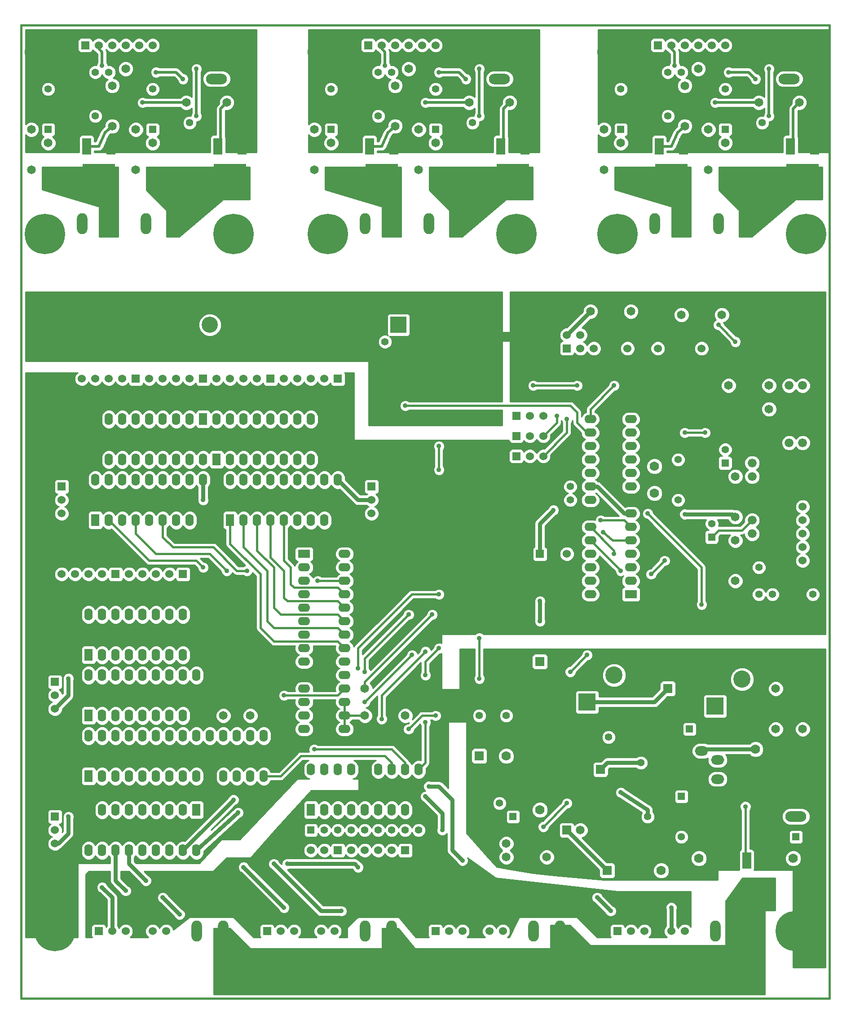
<source format=gbl>
G04 (created by PCBNEW-RS274X (2011-05-25)-stable) date Mon 18 Jun 2012 11:26:01 PM MDT*
G01*
G70*
G90*
%MOIN*%
G04 Gerber Fmt 3.4, Leading zero omitted, Abs format*
%FSLAX34Y34*%
G04 APERTURE LIST*
%ADD10C,0.006000*%
%ADD11C,0.015000*%
%ADD12C,0.065000*%
%ADD13R,0.060000X0.060000*%
%ADD14C,0.060000*%
%ADD15R,0.065000X0.120000*%
%ADD16R,0.240000X0.240000*%
%ADD17R,0.055000X0.055000*%
%ADD18C,0.055000*%
%ADD19O,0.078000X0.156000*%
%ADD20O,0.156000X0.078000*%
%ADD21C,0.300000*%
%ADD22C,0.066000*%
%ADD23O,0.090000X0.062000*%
%ADD24R,0.090000X0.062000*%
%ADD25O,0.062000X0.090000*%
%ADD26R,0.062000X0.090000*%
%ADD27C,0.070000*%
%ADD28R,0.070000X0.070000*%
%ADD29R,0.065000X0.065000*%
%ADD30R,0.120000X0.120000*%
%ADD31C,0.120000*%
%ADD32O,0.098400X0.070900*%
%ADD33R,0.127600X0.127600*%
%ADD34C,0.127600*%
%ADD35C,0.035000*%
%ADD36C,0.015800*%
%ADD37C,0.020000*%
%ADD38C,0.030000*%
%ADD39C,0.010000*%
G04 APERTURE END LIST*
G54D10*
G54D11*
X68250Y-04750D02*
X68250Y-77000D01*
X08250Y-04750D02*
X68250Y-04750D01*
X08250Y-77000D02*
X08250Y-04750D01*
X68250Y-77000D02*
X08250Y-77000D01*
G54D12*
X52750Y-13500D03*
X52750Y-16500D03*
X63000Y-10500D03*
X66000Y-10500D03*
X57500Y-12250D03*
X57500Y-09250D03*
X62000Y-16500D03*
X62000Y-13500D03*
X54250Y-16500D03*
X54250Y-13500D03*
X60500Y-13500D03*
X60500Y-16500D03*
X59250Y-12500D03*
X59250Y-15500D03*
X51500Y-12500D03*
X51500Y-15500D03*
X58500Y-08000D03*
X58500Y-11000D03*
G54D13*
X55500Y-06250D03*
G54D14*
X56500Y-06250D03*
X57500Y-06250D03*
X58500Y-06250D03*
X59500Y-06250D03*
X60500Y-06250D03*
G54D15*
X65350Y-13750D03*
G54D16*
X66250Y-16250D03*
G54D15*
X67150Y-13750D03*
X55600Y-13750D03*
G54D16*
X56500Y-16250D03*
G54D15*
X57400Y-13750D03*
G54D17*
X52750Y-12500D03*
G54D18*
X52750Y-09500D03*
G54D19*
X55260Y-19500D03*
X57230Y-19500D03*
X60010Y-19500D03*
X61980Y-19500D03*
G54D20*
X65250Y-08740D03*
X65250Y-06770D03*
G54D21*
X66500Y-20250D03*
X52500Y-06750D03*
X52500Y-20250D03*
G54D18*
X56250Y-08250D03*
X57250Y-08250D03*
X56250Y-11500D03*
X56250Y-12500D03*
X63250Y-12000D03*
X63250Y-13000D03*
G54D17*
X60500Y-12500D03*
G54D18*
X60500Y-09500D03*
G54D17*
X39000Y-12500D03*
G54D18*
X39000Y-09500D03*
X41750Y-12000D03*
X41750Y-13000D03*
X34750Y-11500D03*
X34750Y-12500D03*
X34750Y-08250D03*
X35750Y-08250D03*
G54D21*
X31000Y-20250D03*
X31000Y-06750D03*
X45000Y-20250D03*
G54D20*
X43750Y-08740D03*
X43750Y-06770D03*
G54D19*
X38510Y-19500D03*
X40480Y-19500D03*
X33760Y-19500D03*
X35730Y-19500D03*
G54D17*
X31250Y-12500D03*
G54D18*
X31250Y-09500D03*
G54D15*
X34100Y-13750D03*
G54D16*
X35000Y-16250D03*
G54D15*
X35900Y-13750D03*
X43850Y-13750D03*
G54D16*
X44750Y-16250D03*
G54D15*
X45650Y-13750D03*
G54D13*
X34000Y-06250D03*
G54D14*
X35000Y-06250D03*
X36000Y-06250D03*
X37000Y-06250D03*
X38000Y-06250D03*
X39000Y-06250D03*
G54D12*
X37000Y-08000D03*
X37000Y-11000D03*
X30000Y-12500D03*
X30000Y-15500D03*
X37750Y-12500D03*
X37750Y-15500D03*
X39000Y-13500D03*
X39000Y-16500D03*
X32750Y-16500D03*
X32750Y-13500D03*
X40500Y-16500D03*
X40500Y-13500D03*
X36000Y-12250D03*
X36000Y-09250D03*
X41500Y-10500D03*
X44500Y-10500D03*
X31250Y-13500D03*
X31250Y-16500D03*
G54D13*
X45000Y-35250D03*
G54D14*
X46000Y-35250D03*
X47000Y-35250D03*
G54D13*
X45000Y-36750D03*
G54D14*
X46000Y-36750D03*
X47000Y-36750D03*
G54D13*
X45000Y-33750D03*
G54D14*
X46000Y-33750D03*
X47000Y-33750D03*
G54D13*
X14000Y-72000D03*
G54D14*
X15000Y-72000D03*
X16000Y-72000D03*
X17000Y-72000D03*
X18000Y-72000D03*
X19000Y-72000D03*
G54D13*
X26500Y-72000D03*
G54D14*
X27500Y-72000D03*
X28500Y-72000D03*
X29500Y-72000D03*
X30500Y-72000D03*
X31500Y-72000D03*
G54D22*
X65250Y-31500D03*
X66250Y-31500D03*
X66250Y-35750D03*
X65250Y-35750D03*
G54D23*
X29250Y-45000D03*
X29250Y-46000D03*
X29250Y-47000D03*
X29250Y-48000D03*
X29250Y-49000D03*
X29250Y-50000D03*
X29250Y-51000D03*
X29250Y-52000D03*
X29250Y-53000D03*
X29250Y-54000D03*
X29250Y-55000D03*
X29250Y-56000D03*
X29250Y-57000D03*
G54D24*
X29250Y-44000D03*
G54D23*
X32250Y-57000D03*
X32250Y-56000D03*
X32250Y-55000D03*
X32250Y-54000D03*
X32250Y-53000D03*
X32250Y-52000D03*
X32250Y-51000D03*
X32250Y-50000D03*
X32250Y-49000D03*
X32250Y-48000D03*
X32250Y-47000D03*
X32250Y-46000D03*
X32250Y-45000D03*
X32250Y-44000D03*
G54D25*
X14250Y-60500D03*
X15250Y-60500D03*
X16250Y-60500D03*
X17250Y-60500D03*
X18250Y-60500D03*
X19250Y-60500D03*
X20250Y-60500D03*
X21250Y-60500D03*
X22250Y-60500D03*
X23250Y-60500D03*
X24250Y-60500D03*
X25250Y-60500D03*
X26250Y-60500D03*
G54D26*
X13250Y-60500D03*
G54D25*
X26250Y-57500D03*
X25250Y-57500D03*
X24250Y-57500D03*
X23250Y-57500D03*
X22250Y-57500D03*
X21250Y-57500D03*
X20250Y-57500D03*
X19250Y-57500D03*
X18250Y-57500D03*
X17250Y-57500D03*
X16250Y-57500D03*
X15250Y-57500D03*
X14250Y-57500D03*
X13250Y-57500D03*
G54D26*
X29750Y-63000D03*
G54D25*
X30750Y-63000D03*
X31750Y-63000D03*
X32750Y-63000D03*
X33750Y-63000D03*
X34750Y-63000D03*
X35750Y-63000D03*
X36750Y-63000D03*
X37750Y-63000D03*
X37750Y-60000D03*
X36750Y-60000D03*
X35750Y-60000D03*
X34750Y-60000D03*
X33750Y-60000D03*
X32750Y-60000D03*
X31750Y-60000D03*
X30750Y-60000D03*
X29750Y-60000D03*
G54D27*
X62750Y-58500D03*
G54D28*
X66750Y-58500D03*
G54D17*
X65750Y-65000D03*
G54D18*
X62750Y-65000D03*
X49000Y-39000D03*
X47000Y-39000D03*
X54750Y-63500D03*
X52750Y-63500D03*
X35250Y-30250D03*
X35250Y-28250D03*
X57000Y-39000D03*
X57000Y-40000D03*
X49850Y-57600D03*
X51850Y-57600D03*
X57000Y-38000D03*
X57000Y-37000D03*
G54D13*
X39000Y-72000D03*
G54D14*
X40000Y-72000D03*
X41000Y-72000D03*
X42000Y-72000D03*
X43000Y-72000D03*
X44000Y-72000D03*
G54D28*
X46750Y-52000D03*
G54D27*
X46750Y-54000D03*
G54D18*
X63000Y-47000D03*
X63000Y-45000D03*
G54D27*
X46750Y-63000D03*
G54D28*
X46750Y-58000D03*
G54D27*
X55750Y-67500D03*
G54D28*
X51750Y-67500D03*
G54D17*
X57250Y-62000D03*
G54D18*
X57250Y-65000D03*
G54D17*
X57850Y-57000D03*
G54D18*
X54850Y-57000D03*
G54D13*
X52500Y-72000D03*
G54D14*
X53500Y-72000D03*
X54500Y-72000D03*
X55500Y-72000D03*
X56500Y-72000D03*
X57500Y-72000D03*
G54D23*
X53500Y-46000D03*
X53500Y-45000D03*
X53500Y-44000D03*
X53500Y-43000D03*
X53500Y-42000D03*
X53500Y-41000D03*
X53500Y-40000D03*
X53500Y-39000D03*
X53500Y-38000D03*
X53500Y-37000D03*
X53500Y-36000D03*
X53500Y-35000D03*
X53500Y-34000D03*
G54D24*
X53500Y-47000D03*
G54D23*
X50500Y-34000D03*
X50500Y-35000D03*
X50500Y-36000D03*
X50500Y-37000D03*
X50500Y-38000D03*
X50500Y-39000D03*
X50500Y-40000D03*
X50500Y-41000D03*
X50500Y-42000D03*
X50500Y-43000D03*
X50500Y-44000D03*
X50500Y-45000D03*
X50500Y-46000D03*
X50500Y-47000D03*
G54D13*
X48750Y-28750D03*
G54D14*
X48750Y-27750D03*
X49750Y-28750D03*
X49750Y-27750D03*
X50750Y-28750D03*
X50750Y-27750D03*
G54D18*
X67000Y-47000D03*
X67000Y-49000D03*
X64000Y-47000D03*
X64000Y-49000D03*
G54D20*
X65750Y-63490D03*
X65750Y-61520D03*
G54D29*
X48750Y-64500D03*
G54D12*
X49750Y-64500D03*
G54D28*
X42250Y-59000D03*
G54D27*
X44250Y-59000D03*
G54D18*
X44250Y-56000D03*
X42250Y-56000D03*
G54D28*
X56250Y-54000D03*
G54D27*
X56250Y-52000D03*
G54D29*
X51250Y-60000D03*
G54D12*
X51250Y-61000D03*
G54D18*
X54250Y-61500D03*
X54250Y-59500D03*
X47000Y-40000D03*
X49000Y-40000D03*
G54D12*
X47250Y-66500D03*
X44250Y-66500D03*
X44250Y-65500D03*
X47250Y-65500D03*
X66250Y-54000D03*
X66250Y-57000D03*
X64250Y-57000D03*
X64250Y-54000D03*
X25250Y-56000D03*
X25250Y-53000D03*
X50500Y-26000D03*
X53500Y-26000D03*
G54D17*
X44750Y-63500D03*
G54D18*
X43750Y-63500D03*
X43750Y-62500D03*
G54D27*
X55250Y-37500D03*
X55250Y-39500D03*
G54D26*
X23750Y-41500D03*
G54D25*
X24750Y-41500D03*
X25750Y-41500D03*
X26750Y-41500D03*
X27750Y-41500D03*
X28750Y-41500D03*
X29750Y-41500D03*
X30750Y-41500D03*
X31750Y-41500D03*
X31750Y-38500D03*
X30750Y-38500D03*
X29750Y-38500D03*
X28750Y-38500D03*
X27750Y-38500D03*
X26750Y-38500D03*
X25750Y-38500D03*
X24750Y-38500D03*
X23750Y-38500D03*
G54D26*
X13750Y-41500D03*
G54D25*
X14750Y-41500D03*
X15750Y-41500D03*
X16750Y-41500D03*
X17750Y-41500D03*
X18750Y-41500D03*
X19750Y-41500D03*
X20750Y-41500D03*
X21750Y-41500D03*
X21750Y-38500D03*
X20750Y-38500D03*
X19750Y-38500D03*
X18750Y-38500D03*
X17750Y-38500D03*
X16750Y-38500D03*
X15750Y-38500D03*
X14750Y-38500D03*
X13750Y-38500D03*
G54D26*
X13250Y-56000D03*
G54D25*
X14250Y-56000D03*
X15250Y-56000D03*
X16250Y-56000D03*
X17250Y-56000D03*
X18250Y-56000D03*
X19250Y-56000D03*
X20250Y-56000D03*
X21250Y-56000D03*
X21250Y-53000D03*
X20250Y-53000D03*
X19250Y-53000D03*
X18250Y-53000D03*
X17250Y-53000D03*
X16250Y-53000D03*
X15250Y-53000D03*
X14250Y-53000D03*
X13250Y-53000D03*
G54D26*
X21250Y-63000D03*
G54D25*
X20250Y-63000D03*
X19250Y-63000D03*
X18250Y-63000D03*
X17250Y-63000D03*
X16250Y-63000D03*
X15250Y-63000D03*
X14250Y-63000D03*
X13250Y-63000D03*
X13250Y-66000D03*
X14250Y-66000D03*
X15250Y-66000D03*
X16250Y-66000D03*
X17250Y-66000D03*
X18250Y-66000D03*
X19250Y-66000D03*
X20250Y-66000D03*
X21250Y-66000D03*
G54D12*
X63750Y-33250D03*
X60750Y-33250D03*
X63750Y-31500D03*
X60750Y-31500D03*
G54D30*
X36250Y-27000D03*
G54D31*
X22250Y-27000D03*
G54D12*
X33750Y-56000D03*
X36750Y-56000D03*
G54D19*
X21270Y-72000D03*
X23240Y-72000D03*
X59760Y-72000D03*
X61730Y-72000D03*
X33760Y-72000D03*
X35730Y-72000D03*
X46260Y-72000D03*
X48230Y-72000D03*
G54D26*
X21750Y-34000D03*
G54D25*
X20750Y-34000D03*
X19750Y-34000D03*
X18750Y-34000D03*
X17750Y-34000D03*
X16750Y-34000D03*
X15750Y-34000D03*
X14750Y-34000D03*
X14750Y-37000D03*
X15750Y-37000D03*
X16750Y-37000D03*
X17750Y-37000D03*
X18750Y-37000D03*
X19750Y-37000D03*
X20750Y-37000D03*
X21750Y-37000D03*
G54D26*
X22750Y-37000D03*
G54D25*
X23750Y-37000D03*
X24750Y-37000D03*
X25750Y-37000D03*
X26750Y-37000D03*
X27750Y-37000D03*
X28750Y-37000D03*
X29750Y-37000D03*
X29750Y-34000D03*
X28750Y-34000D03*
X27750Y-34000D03*
X26750Y-34000D03*
X25750Y-34000D03*
X24750Y-34000D03*
X23750Y-34000D03*
X22750Y-34000D03*
G54D13*
X66250Y-45500D03*
G54D14*
X66250Y-44500D03*
X66250Y-43500D03*
X66250Y-42500D03*
X66250Y-41500D03*
X66250Y-40500D03*
G54D32*
X58754Y-60000D03*
X58754Y-58622D03*
X58754Y-61378D03*
X59935Y-60709D03*
X59935Y-59291D03*
G54D21*
X10750Y-27000D03*
X65750Y-27000D03*
X10750Y-72000D03*
X65750Y-72000D03*
G54D17*
X29750Y-64500D03*
G54D18*
X30750Y-64500D03*
X31750Y-64500D03*
X32750Y-64500D03*
X33750Y-64500D03*
X34750Y-64500D03*
X35750Y-64500D03*
X36750Y-64500D03*
X37750Y-64500D03*
G54D12*
X61250Y-41250D03*
X61250Y-38250D03*
X61250Y-43000D03*
X61250Y-46000D03*
X33750Y-54000D03*
X36750Y-54000D03*
X23250Y-56000D03*
X23250Y-53000D03*
G54D13*
X31750Y-66000D03*
G54D14*
X30750Y-66000D03*
X29750Y-66000D03*
G54D13*
X34250Y-39000D03*
G54D14*
X34250Y-40000D03*
X34250Y-41000D03*
G54D13*
X11250Y-39000D03*
G54D14*
X11250Y-40000D03*
X11250Y-41000D03*
G54D13*
X10750Y-53500D03*
G54D14*
X10750Y-54500D03*
X10750Y-55500D03*
G54D13*
X10750Y-63500D03*
G54D14*
X10750Y-64500D03*
X10750Y-65500D03*
G54D22*
X62500Y-42500D03*
X62500Y-41500D03*
X62500Y-38250D03*
X62500Y-37250D03*
G54D26*
X13250Y-51500D03*
G54D25*
X14250Y-51500D03*
X15250Y-51500D03*
X16250Y-51500D03*
X17250Y-51500D03*
X18250Y-51500D03*
X19250Y-51500D03*
X20250Y-51500D03*
X20250Y-48500D03*
X19250Y-48500D03*
X18250Y-48500D03*
X17250Y-48500D03*
X16250Y-48500D03*
X15250Y-48500D03*
X14250Y-48500D03*
X13250Y-48500D03*
G54D13*
X21750Y-31000D03*
G54D14*
X20750Y-31000D03*
X19750Y-31000D03*
X18750Y-31000D03*
X17750Y-31000D03*
G54D13*
X31750Y-31000D03*
G54D14*
X30750Y-31000D03*
X29750Y-31000D03*
X28750Y-31000D03*
X27750Y-31000D03*
G54D13*
X36750Y-66000D03*
G54D14*
X35750Y-66000D03*
X34750Y-66000D03*
X33750Y-66000D03*
X32750Y-66000D03*
G54D13*
X20250Y-45500D03*
G54D14*
X19250Y-45500D03*
X18250Y-45500D03*
X17250Y-45500D03*
X16250Y-45500D03*
G54D17*
X59500Y-42750D03*
G54D18*
X59500Y-41750D03*
X58500Y-41750D03*
G54D17*
X60500Y-37250D03*
G54D18*
X60500Y-36250D03*
X59500Y-36250D03*
G54D13*
X55500Y-27750D03*
G54D14*
X55500Y-28750D03*
G54D13*
X53250Y-27750D03*
G54D14*
X53250Y-28750D03*
G54D13*
X16750Y-31000D03*
G54D14*
X15750Y-31000D03*
X14750Y-31000D03*
X13750Y-31000D03*
X12750Y-31000D03*
G54D13*
X26750Y-31000D03*
G54D14*
X25750Y-31000D03*
X24750Y-31000D03*
X23750Y-31000D03*
X22750Y-31000D03*
G54D13*
X15250Y-45500D03*
G54D14*
X14250Y-45500D03*
X13250Y-45500D03*
X12250Y-45500D03*
X11250Y-45500D03*
G54D12*
X57250Y-26250D03*
X60250Y-26250D03*
G54D13*
X46750Y-44000D03*
G54D14*
X47750Y-44000D03*
X48750Y-44000D03*
G54D13*
X58750Y-29750D03*
G54D14*
X58750Y-28750D03*
X58750Y-27750D03*
G54D15*
X62100Y-66750D03*
G54D16*
X63000Y-69250D03*
G54D15*
X63900Y-66750D03*
G54D27*
X58550Y-66600D03*
X65550Y-66600D03*
G54D33*
X50250Y-55000D03*
G54D34*
X52250Y-53000D03*
G54D33*
X59750Y-55300D03*
G54D34*
X61750Y-53300D03*
G54D12*
X10250Y-13500D03*
X10250Y-16500D03*
X20500Y-10500D03*
X23500Y-10500D03*
X15000Y-12250D03*
X15000Y-09250D03*
X19500Y-16500D03*
X19500Y-13500D03*
X11750Y-16500D03*
X11750Y-13500D03*
X18000Y-13500D03*
X18000Y-16500D03*
X16750Y-12500D03*
X16750Y-15500D03*
X09000Y-12500D03*
X09000Y-15500D03*
X16000Y-08000D03*
X16000Y-11000D03*
G54D13*
X13000Y-06250D03*
G54D14*
X14000Y-06250D03*
X15000Y-06250D03*
X16000Y-06250D03*
X17000Y-06250D03*
X18000Y-06250D03*
G54D15*
X22850Y-13750D03*
G54D16*
X23750Y-16250D03*
G54D15*
X24650Y-13750D03*
X13100Y-13750D03*
G54D16*
X14000Y-16250D03*
G54D15*
X14900Y-13750D03*
G54D17*
X10250Y-12500D03*
G54D18*
X10250Y-09500D03*
G54D19*
X12760Y-19500D03*
X14730Y-19500D03*
X17510Y-19500D03*
X19480Y-19500D03*
G54D20*
X22750Y-08740D03*
X22750Y-06770D03*
G54D21*
X24000Y-20250D03*
X10000Y-06750D03*
X10000Y-20250D03*
G54D18*
X13750Y-08250D03*
X14750Y-08250D03*
X13750Y-11500D03*
X13750Y-12500D03*
X20750Y-12000D03*
X20750Y-13000D03*
G54D17*
X18000Y-12500D03*
G54D18*
X18000Y-09500D03*
G54D35*
X38250Y-51250D03*
X35000Y-56250D03*
X38250Y-56500D03*
X38250Y-53000D03*
X39250Y-51000D03*
X51250Y-41500D03*
X38750Y-48500D03*
X32250Y-54000D03*
X27750Y-54500D03*
X37000Y-48500D03*
X33750Y-52750D03*
X33250Y-52500D03*
X39250Y-47000D03*
X51450Y-42400D03*
X39250Y-36000D03*
X37250Y-51500D03*
X39250Y-37750D03*
X33750Y-55000D03*
X30000Y-58500D03*
X52750Y-45250D03*
X62000Y-62750D03*
X58750Y-47750D03*
X54750Y-41000D03*
X42250Y-50250D03*
X42250Y-53250D03*
X37000Y-57000D03*
X39000Y-56000D03*
X52250Y-44000D03*
X50250Y-51500D03*
X49000Y-52750D03*
X48750Y-62500D03*
X47000Y-64250D03*
X59750Y-10500D03*
X38250Y-10500D03*
X43000Y-26250D03*
X52500Y-65000D03*
X17250Y-10500D03*
X48750Y-34000D03*
X56000Y-44500D03*
X55000Y-45500D03*
X46250Y-31500D03*
X49500Y-31500D03*
X52250Y-31500D03*
X48000Y-33750D03*
X36750Y-33000D03*
X57500Y-35000D03*
X59000Y-35000D03*
X61250Y-28250D03*
X60000Y-27000D03*
X21750Y-45000D03*
X21750Y-40000D03*
X23500Y-45250D03*
X30250Y-46000D03*
X25000Y-45250D03*
X63750Y-08000D03*
X63750Y-11500D03*
X42250Y-11500D03*
X42250Y-08000D03*
X57500Y-41050D03*
X11750Y-53250D03*
X52750Y-61700D03*
X46750Y-49000D03*
X46750Y-47500D03*
X47750Y-40750D03*
X11750Y-63500D03*
X21250Y-08000D03*
X21250Y-11500D03*
X14250Y-68750D03*
X16000Y-69000D03*
X20000Y-70750D03*
X18750Y-69500D03*
X17500Y-68250D03*
X24750Y-67250D03*
X27750Y-70250D03*
X33250Y-67250D03*
X28000Y-67000D03*
X32000Y-70500D03*
X27000Y-67000D03*
X52000Y-70500D03*
X51000Y-69500D03*
X41000Y-66750D03*
X38500Y-61250D03*
X24000Y-62250D03*
X62750Y-08750D03*
X60750Y-08250D03*
X39250Y-08250D03*
X41250Y-08750D03*
X24350Y-63200D03*
X38250Y-62000D03*
X39500Y-64500D03*
X56500Y-70250D03*
X20250Y-08750D03*
X18250Y-08250D03*
X56750Y-07750D03*
X35250Y-07750D03*
X14250Y-07750D03*
G54D36*
X35000Y-56250D02*
X35000Y-54500D01*
X35000Y-54500D02*
X38250Y-51250D01*
X26250Y-60500D02*
X27250Y-60500D01*
X35750Y-59500D02*
X35750Y-60000D01*
X35250Y-59000D02*
X35750Y-59500D01*
X29000Y-59000D02*
X35250Y-59000D01*
X27500Y-60500D02*
X29000Y-59000D01*
X27250Y-60500D02*
X27500Y-60500D01*
X38250Y-59500D02*
X38250Y-56500D01*
X38250Y-53000D02*
X38250Y-52000D01*
X38250Y-52000D02*
X39250Y-51000D01*
X37750Y-60000D02*
X38250Y-59500D01*
X33750Y-54000D02*
X33750Y-53500D01*
X53000Y-41500D02*
X53500Y-42000D01*
X51250Y-41500D02*
X53000Y-41500D01*
X33750Y-53500D02*
X38750Y-48500D01*
X32250Y-54000D02*
X31750Y-54500D01*
X31750Y-54500D02*
X27750Y-54500D01*
X33750Y-52750D02*
X33750Y-51750D01*
X33750Y-51750D02*
X37000Y-48500D01*
X33250Y-52500D02*
X33250Y-51000D01*
X33250Y-51000D02*
X36750Y-47500D01*
X37250Y-47000D02*
X39250Y-47000D01*
X36750Y-47500D02*
X37250Y-47000D01*
X53500Y-43000D02*
X52150Y-43000D01*
X52150Y-43000D02*
X51450Y-42400D01*
X39250Y-36000D02*
X39250Y-37750D01*
X33750Y-55000D02*
X37250Y-51500D01*
X39250Y-37750D02*
X39250Y-37500D01*
X36750Y-59500D02*
X36750Y-60000D01*
X35750Y-58500D02*
X36750Y-59500D01*
X30000Y-58500D02*
X35750Y-58500D01*
X52500Y-45000D02*
X50500Y-43000D01*
X52750Y-45250D02*
X52500Y-45000D01*
X62000Y-66600D02*
X62000Y-62750D01*
X62000Y-66600D02*
X62100Y-66750D01*
X58750Y-45000D02*
X58750Y-47750D01*
X54750Y-41000D02*
X58750Y-45000D01*
X42250Y-53250D02*
X42250Y-50250D01*
X38000Y-56000D02*
X37000Y-57000D01*
X39000Y-56000D02*
X38000Y-56000D01*
X52250Y-43750D02*
X50500Y-42000D01*
X52250Y-44000D02*
X52250Y-43750D01*
X49000Y-52750D02*
X50250Y-51500D01*
X47000Y-64250D02*
X48750Y-62500D01*
G54D37*
X63000Y-10500D02*
X59750Y-10500D01*
X41500Y-10500D02*
X38250Y-10500D01*
X20500Y-10500D02*
X17250Y-10500D01*
X62000Y-16500D02*
X65750Y-16500D01*
X65750Y-16500D02*
X66250Y-16000D01*
X44250Y-16500D02*
X44750Y-16000D01*
X40500Y-16500D02*
X44250Y-16500D01*
X19500Y-16500D02*
X23250Y-16500D01*
X23250Y-16500D02*
X23750Y-16000D01*
G54D36*
X47000Y-36750D02*
X48750Y-35000D01*
X48750Y-35000D02*
X48750Y-34000D01*
X55000Y-45500D02*
X56000Y-44500D01*
X46250Y-31500D02*
X49500Y-31500D01*
X50500Y-33250D02*
X50500Y-34000D01*
X52250Y-31500D02*
X50500Y-33250D01*
X48000Y-34250D02*
X47000Y-35250D01*
X48000Y-33750D02*
X48000Y-34250D01*
X50500Y-35000D02*
X50250Y-35000D01*
X49000Y-33000D02*
X36750Y-33000D01*
X49500Y-33500D02*
X49000Y-33000D01*
X49500Y-34250D02*
X49500Y-33500D01*
X50250Y-35000D02*
X49500Y-34250D01*
X57500Y-35000D02*
X57500Y-35000D01*
X59000Y-35000D02*
X57500Y-35000D01*
X61250Y-28250D02*
X60000Y-27000D01*
X59500Y-42750D02*
X60000Y-42250D01*
X61750Y-42250D02*
X62500Y-41500D01*
X60000Y-42250D02*
X61750Y-42250D01*
G54D38*
X31750Y-38500D02*
X33250Y-40000D01*
X33250Y-40000D02*
X34250Y-40000D01*
G54D36*
X25750Y-41500D02*
X25750Y-43500D01*
X31750Y-48500D02*
X32250Y-49000D01*
X27500Y-48500D02*
X31750Y-48500D01*
X27000Y-48000D02*
X27500Y-48500D01*
X27000Y-45000D02*
X27000Y-48000D01*
X25750Y-43750D02*
X27000Y-45000D01*
X25750Y-43500D02*
X25750Y-43750D01*
X17750Y-44500D02*
X14750Y-41500D01*
X21250Y-44500D02*
X17750Y-44500D01*
X21750Y-45000D02*
X21250Y-44500D01*
G54D38*
X21750Y-38500D02*
X21750Y-40000D01*
G54D36*
X24750Y-41500D02*
X24750Y-43500D01*
X31750Y-49500D02*
X32250Y-50000D01*
X27000Y-49500D02*
X31750Y-49500D01*
X26500Y-49000D02*
X27000Y-49500D01*
X26500Y-45250D02*
X26500Y-49000D01*
X24750Y-43500D02*
X26500Y-45250D01*
X26750Y-41500D02*
X26750Y-43500D01*
X31750Y-47500D02*
X32250Y-48000D01*
X28000Y-47500D02*
X31750Y-47500D01*
X27750Y-47250D02*
X28000Y-47500D01*
X27750Y-45250D02*
X27750Y-47250D01*
X26750Y-44250D02*
X27750Y-45250D01*
X26750Y-43500D02*
X26750Y-44250D01*
X16750Y-42500D02*
X16750Y-41500D01*
X18250Y-44000D02*
X16750Y-42500D01*
X22250Y-44000D02*
X18250Y-44000D01*
X23500Y-45250D02*
X22250Y-44000D01*
X32250Y-46000D02*
X30250Y-46000D01*
X18750Y-42750D02*
X18750Y-41500D01*
X19500Y-43500D02*
X18750Y-42750D01*
X22500Y-43500D02*
X19500Y-43500D01*
X24250Y-45250D02*
X22500Y-43500D01*
X24500Y-45250D02*
X24250Y-45250D01*
X25000Y-45250D02*
X24500Y-45250D01*
X33750Y-56000D02*
X32250Y-56000D01*
X32250Y-56000D02*
X32250Y-55000D01*
X32250Y-55000D02*
X32250Y-57000D01*
X32250Y-51000D02*
X31750Y-50500D01*
X23750Y-43250D02*
X23750Y-41500D01*
X26000Y-45500D02*
X23750Y-43250D01*
X26000Y-49500D02*
X26000Y-45500D01*
X27000Y-50500D02*
X26000Y-49500D01*
X31750Y-50500D02*
X27000Y-50500D01*
X27750Y-41500D02*
X27750Y-44000D01*
X31750Y-46500D02*
X32250Y-47000D01*
X28500Y-46500D02*
X31750Y-46500D01*
X28250Y-46250D02*
X28500Y-46500D01*
X28250Y-45000D02*
X28250Y-46250D01*
X27750Y-44500D02*
X28250Y-45000D01*
X27750Y-44000D02*
X27750Y-44500D01*
G54D38*
X48750Y-64500D02*
X51750Y-67500D01*
G54D36*
X58754Y-58622D02*
X58878Y-58622D01*
G54D38*
X59000Y-58500D02*
X62750Y-58500D01*
G54D36*
X58878Y-58622D02*
X59000Y-58500D01*
G54D38*
X54250Y-59500D02*
X51750Y-59500D01*
X51750Y-59500D02*
X51250Y-60000D01*
X56250Y-54000D02*
X55250Y-55000D01*
X55250Y-55000D02*
X50250Y-55000D01*
G54D37*
X63750Y-11500D02*
X63750Y-08000D01*
X42250Y-11500D02*
X42250Y-08000D01*
G54D38*
X57500Y-41050D02*
X61050Y-41050D01*
X61050Y-41050D02*
X61250Y-41250D01*
X11750Y-53250D02*
X11750Y-54500D01*
X11750Y-54500D02*
X10750Y-55500D01*
X54750Y-63500D02*
X54750Y-63000D01*
X54750Y-63000D02*
X52750Y-61700D01*
X46750Y-47500D02*
X46750Y-49000D01*
X50500Y-39000D02*
X51000Y-39000D01*
X51000Y-39000D02*
X53000Y-41000D01*
X53000Y-41000D02*
X53500Y-41000D01*
X46750Y-44000D02*
X46750Y-41750D01*
X46750Y-41750D02*
X47750Y-40750D01*
X10750Y-65500D02*
X11000Y-65500D01*
X11000Y-65500D02*
X11750Y-64750D01*
X11750Y-64750D02*
X11750Y-63500D01*
X50500Y-26000D02*
X48750Y-27750D01*
G54D37*
X21250Y-11500D02*
X21250Y-08000D01*
G54D38*
X15000Y-69500D02*
X15000Y-72000D01*
X14250Y-68750D02*
X15000Y-69500D01*
X15250Y-68250D02*
X15250Y-66000D01*
X16000Y-69000D02*
X15250Y-68250D01*
X20000Y-70750D02*
X18750Y-69500D01*
X17500Y-68250D02*
X16250Y-67000D01*
X16250Y-67000D02*
X16250Y-66000D01*
X24750Y-67250D02*
X27750Y-70250D01*
X33250Y-67250D02*
X33000Y-67000D01*
X33000Y-67000D02*
X28000Y-67000D01*
X32000Y-70500D02*
X30500Y-70500D01*
X30500Y-70500D02*
X27000Y-67000D01*
X51000Y-69500D02*
X52000Y-70500D01*
X20250Y-66000D02*
X24000Y-62250D01*
X40250Y-66000D02*
X41000Y-66750D01*
X40250Y-62250D02*
X40250Y-66000D01*
X39250Y-61250D02*
X40250Y-62250D01*
X38500Y-61250D02*
X39250Y-61250D01*
G54D37*
X66000Y-10500D02*
X65549Y-10951D01*
X65549Y-13551D02*
X65350Y-13750D01*
X65549Y-12000D02*
X65549Y-13551D01*
X65549Y-10951D02*
X65549Y-12000D01*
X60750Y-08250D02*
X62250Y-08250D01*
X62250Y-08250D02*
X62750Y-08750D01*
X62750Y-08750D02*
X62250Y-08250D01*
X41250Y-08750D02*
X40750Y-08250D01*
X40750Y-08250D02*
X41250Y-08750D01*
X39250Y-08250D02*
X40750Y-08250D01*
X44049Y-10951D02*
X44049Y-12000D01*
X44049Y-12000D02*
X44049Y-13551D01*
X44049Y-13551D02*
X43850Y-13750D01*
X44500Y-10500D02*
X44049Y-10951D01*
G54D38*
X21250Y-66000D02*
X24350Y-63200D01*
X39500Y-63250D02*
X38250Y-62000D01*
X39500Y-64500D02*
X39500Y-63250D01*
X56500Y-70250D02*
X56500Y-72000D01*
G54D37*
X23500Y-10500D02*
X23049Y-10951D01*
X23049Y-13551D02*
X22850Y-13750D01*
X23049Y-12000D02*
X23049Y-13551D01*
X23049Y-10951D02*
X23049Y-12000D01*
X18250Y-08250D02*
X19750Y-08250D01*
X19750Y-08250D02*
X20250Y-08750D01*
X20250Y-08750D02*
X19750Y-08250D01*
X55600Y-13750D02*
X56500Y-13750D01*
X56965Y-12734D02*
X57500Y-12250D01*
X56965Y-12734D02*
X56500Y-13750D01*
X57500Y-12250D02*
X57500Y-12250D01*
X56500Y-06500D02*
X56500Y-06250D01*
X56750Y-06750D02*
X56500Y-06500D01*
X56750Y-07750D02*
X56750Y-06750D01*
X35250Y-07750D02*
X35250Y-06750D01*
X35250Y-06750D02*
X35000Y-06500D01*
X35000Y-06500D02*
X35000Y-06250D01*
X36000Y-12250D02*
X36000Y-12250D01*
X35465Y-12734D02*
X35000Y-13750D01*
X35465Y-12734D02*
X36000Y-12250D01*
X34100Y-13750D02*
X35000Y-13750D01*
X13100Y-13750D02*
X14000Y-13750D01*
X14465Y-12734D02*
X15000Y-12250D01*
X14465Y-12734D02*
X14000Y-13750D01*
X15000Y-12250D02*
X15000Y-12250D01*
X14000Y-06500D02*
X14000Y-06250D01*
X14250Y-06750D02*
X14000Y-06500D01*
X14250Y-07750D02*
X14250Y-06750D01*
G54D10*
G36*
X64200Y-70450D02*
X63450Y-70450D01*
X63450Y-76675D01*
X22550Y-76675D01*
X22550Y-71800D01*
X23729Y-71800D01*
X25229Y-73300D01*
X35050Y-73300D01*
X35050Y-71800D01*
X36227Y-71800D01*
X37477Y-73300D01*
X47550Y-73300D01*
X47550Y-71550D01*
X48979Y-71550D01*
X50479Y-73050D01*
X60550Y-73050D01*
X60550Y-69766D01*
X61776Y-68050D01*
X64200Y-68050D01*
X64200Y-70450D01*
X64200Y-70450D01*
G37*
G54D39*
X64200Y-70450D02*
X63450Y-70450D01*
X63450Y-76675D01*
X22550Y-76675D01*
X22550Y-71800D01*
X23729Y-71800D01*
X25229Y-73300D01*
X35050Y-73300D01*
X35050Y-71800D01*
X36227Y-71800D01*
X37477Y-73300D01*
X47550Y-73300D01*
X47550Y-71550D01*
X48979Y-71550D01*
X50479Y-73050D01*
X60550Y-73050D01*
X60550Y-69766D01*
X61776Y-68050D01*
X64200Y-68050D01*
X64200Y-70450D01*
G54D10*
G36*
X25700Y-14200D02*
X23424Y-14200D01*
X23424Y-13101D01*
X23399Y-13040D01*
X23399Y-12000D01*
X23399Y-11095D01*
X23419Y-11075D01*
X23614Y-11075D01*
X23825Y-10988D01*
X23987Y-10826D01*
X24075Y-10615D01*
X24075Y-10386D01*
X23988Y-10175D01*
X23826Y-10013D01*
X23788Y-09997D01*
X23788Y-08866D01*
X23788Y-08616D01*
X23693Y-08385D01*
X23516Y-08208D01*
X23286Y-08112D01*
X23036Y-08112D01*
X22216Y-08112D01*
X21985Y-08207D01*
X21808Y-08384D01*
X21712Y-08614D01*
X21712Y-08864D01*
X21807Y-09095D01*
X21984Y-09272D01*
X22214Y-09368D01*
X22464Y-09368D01*
X23284Y-09368D01*
X23515Y-09273D01*
X23692Y-09096D01*
X23788Y-08866D01*
X23788Y-09997D01*
X23615Y-09925D01*
X23386Y-09925D01*
X23175Y-10012D01*
X23013Y-10174D01*
X22925Y-10385D01*
X22925Y-10580D01*
X22802Y-10704D01*
X22726Y-10817D01*
X22699Y-10951D01*
X22699Y-12000D01*
X22699Y-12901D01*
X22476Y-12901D01*
X22384Y-12939D01*
X22314Y-13009D01*
X22276Y-13100D01*
X22276Y-13199D01*
X22276Y-14200D01*
X21675Y-14200D01*
X21675Y-11585D01*
X21675Y-11416D01*
X21611Y-11260D01*
X21600Y-11249D01*
X21600Y-08251D01*
X21610Y-08241D01*
X21675Y-08085D01*
X21675Y-07916D01*
X21611Y-07760D01*
X21491Y-07640D01*
X21335Y-07575D01*
X21166Y-07575D01*
X21010Y-07639D01*
X20890Y-07759D01*
X20825Y-07915D01*
X20825Y-08084D01*
X20889Y-08240D01*
X20900Y-08251D01*
X20900Y-10087D01*
X20826Y-10013D01*
X20675Y-09950D01*
X20675Y-08835D01*
X20675Y-08666D01*
X20611Y-08510D01*
X20491Y-08390D01*
X20335Y-08325D01*
X20319Y-08325D01*
X19997Y-08003D01*
X19884Y-07927D01*
X19750Y-07900D01*
X18549Y-07900D01*
X18549Y-06359D01*
X18549Y-06141D01*
X18465Y-05939D01*
X18311Y-05785D01*
X18109Y-05701D01*
X17891Y-05701D01*
X17689Y-05785D01*
X17535Y-05939D01*
X17500Y-06023D01*
X17465Y-05939D01*
X17311Y-05785D01*
X17109Y-05701D01*
X16891Y-05701D01*
X16689Y-05785D01*
X16535Y-05939D01*
X16500Y-06023D01*
X16465Y-05939D01*
X16311Y-05785D01*
X16109Y-05701D01*
X15891Y-05701D01*
X15689Y-05785D01*
X15535Y-05939D01*
X15500Y-06023D01*
X15465Y-05939D01*
X15311Y-05785D01*
X15109Y-05701D01*
X14891Y-05701D01*
X14689Y-05785D01*
X14535Y-05939D01*
X14500Y-06023D01*
X14465Y-05939D01*
X14311Y-05785D01*
X14109Y-05701D01*
X13891Y-05701D01*
X13689Y-05785D01*
X13549Y-05925D01*
X13549Y-05901D01*
X13511Y-05809D01*
X13441Y-05739D01*
X13350Y-05701D01*
X13251Y-05701D01*
X12651Y-05701D01*
X12559Y-05739D01*
X12489Y-05809D01*
X12451Y-05900D01*
X12451Y-05999D01*
X12451Y-06599D01*
X12489Y-06691D01*
X12559Y-06761D01*
X12650Y-06799D01*
X12749Y-06799D01*
X13349Y-06799D01*
X13441Y-06761D01*
X13511Y-06691D01*
X13549Y-06600D01*
X13549Y-06575D01*
X13689Y-06715D01*
X13747Y-06739D01*
X13753Y-06747D01*
X13900Y-06894D01*
X13900Y-07499D01*
X13890Y-07509D01*
X13825Y-07665D01*
X13825Y-07725D01*
X13646Y-07725D01*
X13453Y-07805D01*
X13305Y-07952D01*
X13225Y-08145D01*
X13225Y-08354D01*
X13305Y-08547D01*
X13452Y-08695D01*
X13645Y-08775D01*
X13854Y-08775D01*
X14047Y-08695D01*
X14195Y-08548D01*
X14250Y-08414D01*
X14305Y-08547D01*
X14452Y-08695D01*
X14645Y-08775D01*
X14662Y-08775D01*
X14513Y-08924D01*
X14425Y-09135D01*
X14425Y-09364D01*
X14512Y-09575D01*
X14674Y-09737D01*
X14885Y-09825D01*
X15114Y-09825D01*
X15325Y-09738D01*
X15487Y-09576D01*
X15575Y-09365D01*
X15575Y-09136D01*
X15488Y-08925D01*
X15326Y-08763D01*
X15115Y-08675D01*
X15067Y-08675D01*
X15195Y-08548D01*
X15275Y-08355D01*
X15275Y-08146D01*
X15195Y-07953D01*
X15048Y-07805D01*
X14855Y-07725D01*
X14675Y-07725D01*
X14675Y-07666D01*
X14611Y-07510D01*
X14600Y-07499D01*
X14600Y-06750D01*
X14573Y-06616D01*
X14539Y-06565D01*
X14689Y-06715D01*
X14891Y-06799D01*
X15109Y-06799D01*
X15311Y-06715D01*
X15465Y-06561D01*
X15500Y-06476D01*
X15535Y-06561D01*
X15689Y-06715D01*
X15891Y-06799D01*
X16109Y-06799D01*
X16311Y-06715D01*
X16465Y-06561D01*
X16500Y-06476D01*
X16535Y-06561D01*
X16689Y-06715D01*
X16891Y-06799D01*
X17109Y-06799D01*
X17311Y-06715D01*
X17465Y-06561D01*
X17500Y-06476D01*
X17535Y-06561D01*
X17689Y-06715D01*
X17891Y-06799D01*
X18109Y-06799D01*
X18311Y-06715D01*
X18465Y-06561D01*
X18549Y-06359D01*
X18549Y-07900D01*
X18501Y-07900D01*
X18491Y-07890D01*
X18335Y-07825D01*
X18166Y-07825D01*
X18010Y-07889D01*
X17890Y-08009D01*
X17825Y-08165D01*
X17825Y-08334D01*
X17889Y-08490D01*
X18009Y-08610D01*
X18165Y-08675D01*
X18334Y-08675D01*
X18490Y-08611D01*
X18501Y-08600D01*
X19605Y-08600D01*
X19825Y-08819D01*
X19825Y-08834D01*
X19889Y-08990D01*
X20009Y-09110D01*
X20165Y-09175D01*
X20334Y-09175D01*
X20490Y-09111D01*
X20610Y-08991D01*
X20675Y-08835D01*
X20675Y-09950D01*
X20615Y-09925D01*
X20386Y-09925D01*
X20175Y-10012D01*
X20037Y-10150D01*
X18525Y-10150D01*
X18525Y-09605D01*
X18525Y-09396D01*
X18445Y-09203D01*
X18298Y-09055D01*
X18105Y-08975D01*
X17896Y-08975D01*
X17703Y-09055D01*
X17555Y-09202D01*
X17475Y-09395D01*
X17475Y-09604D01*
X17555Y-09797D01*
X17702Y-09945D01*
X17895Y-10025D01*
X18104Y-10025D01*
X18297Y-09945D01*
X18445Y-09798D01*
X18525Y-09605D01*
X18525Y-10150D01*
X17501Y-10150D01*
X17491Y-10140D01*
X17335Y-10075D01*
X17166Y-10075D01*
X17010Y-10139D01*
X16890Y-10259D01*
X16825Y-10415D01*
X16825Y-10584D01*
X16889Y-10740D01*
X17009Y-10860D01*
X17165Y-10925D01*
X17334Y-10925D01*
X17490Y-10861D01*
X17501Y-10850D01*
X20037Y-10850D01*
X20174Y-10987D01*
X20385Y-11075D01*
X20614Y-11075D01*
X20825Y-10988D01*
X20900Y-10913D01*
X20900Y-11249D01*
X20890Y-11259D01*
X20825Y-11415D01*
X20825Y-11475D01*
X20646Y-11475D01*
X20453Y-11555D01*
X20305Y-11702D01*
X20225Y-11895D01*
X20225Y-12104D01*
X20305Y-12297D01*
X20452Y-12445D01*
X20645Y-12525D01*
X20854Y-12525D01*
X21047Y-12445D01*
X21195Y-12298D01*
X21275Y-12105D01*
X21275Y-11925D01*
X21334Y-11925D01*
X21490Y-11861D01*
X21610Y-11741D01*
X21675Y-11585D01*
X21675Y-14200D01*
X18575Y-14200D01*
X18575Y-13615D01*
X18575Y-13386D01*
X18488Y-13175D01*
X18333Y-13020D01*
X18416Y-12986D01*
X18486Y-12916D01*
X18524Y-12825D01*
X18524Y-12726D01*
X18524Y-12176D01*
X18486Y-12084D01*
X18416Y-12014D01*
X18325Y-11976D01*
X18226Y-11976D01*
X17676Y-11976D01*
X17584Y-12014D01*
X17514Y-12084D01*
X17476Y-12175D01*
X17476Y-12274D01*
X17476Y-12824D01*
X17514Y-12916D01*
X17584Y-12986D01*
X17666Y-13020D01*
X17513Y-13174D01*
X17425Y-13385D01*
X17425Y-13614D01*
X17512Y-13825D01*
X17674Y-13987D01*
X17885Y-14075D01*
X18114Y-14075D01*
X18325Y-13988D01*
X18487Y-13826D01*
X18575Y-13615D01*
X18575Y-14200D01*
X17325Y-14200D01*
X17325Y-12615D01*
X17325Y-12386D01*
X17238Y-12175D01*
X17076Y-12013D01*
X16865Y-11925D01*
X16636Y-11925D01*
X16575Y-11950D01*
X16575Y-08115D01*
X16575Y-07886D01*
X16488Y-07675D01*
X16326Y-07513D01*
X16115Y-07425D01*
X15886Y-07425D01*
X15675Y-07512D01*
X15513Y-07674D01*
X15425Y-07885D01*
X15425Y-08114D01*
X15512Y-08325D01*
X15674Y-08487D01*
X15885Y-08575D01*
X16114Y-08575D01*
X16325Y-08488D01*
X16487Y-08326D01*
X16575Y-08115D01*
X16575Y-11950D01*
X16425Y-12012D01*
X16263Y-12174D01*
X16175Y-12385D01*
X16175Y-12614D01*
X16262Y-12825D01*
X16424Y-12987D01*
X16635Y-13075D01*
X16864Y-13075D01*
X17075Y-12988D01*
X17237Y-12826D01*
X17325Y-12615D01*
X17325Y-14200D01*
X13674Y-14200D01*
X13674Y-14100D01*
X14000Y-14100D01*
X14080Y-14083D01*
X14122Y-14077D01*
X14125Y-14074D01*
X14134Y-14073D01*
X14189Y-14035D01*
X14238Y-14006D01*
X14242Y-14000D01*
X14247Y-13997D01*
X14277Y-13952D01*
X14318Y-13896D01*
X14323Y-13884D01*
X14752Y-12946D01*
X14885Y-12825D01*
X14886Y-12825D01*
X15114Y-12825D01*
X15325Y-12738D01*
X15487Y-12576D01*
X15575Y-12365D01*
X15575Y-12136D01*
X15488Y-11925D01*
X15326Y-11763D01*
X15115Y-11675D01*
X14886Y-11675D01*
X14675Y-11762D01*
X14513Y-11924D01*
X14425Y-12135D01*
X14425Y-12297D01*
X14275Y-12433D01*
X14275Y-11605D01*
X14275Y-11396D01*
X14195Y-11203D01*
X14048Y-11055D01*
X13855Y-10975D01*
X13646Y-10975D01*
X13453Y-11055D01*
X13305Y-11202D01*
X13225Y-11395D01*
X13225Y-11604D01*
X13305Y-11797D01*
X13452Y-11945D01*
X13645Y-12025D01*
X13854Y-12025D01*
X14047Y-11945D01*
X14195Y-11798D01*
X14275Y-11605D01*
X14275Y-12433D01*
X14230Y-12474D01*
X14227Y-12477D01*
X14227Y-12478D01*
X14224Y-12481D01*
X14149Y-12584D01*
X14148Y-12587D01*
X14147Y-12589D01*
X13775Y-13400D01*
X13674Y-13400D01*
X13674Y-13101D01*
X13636Y-13009D01*
X13566Y-12939D01*
X13475Y-12901D01*
X13376Y-12901D01*
X12726Y-12901D01*
X12634Y-12939D01*
X12564Y-13009D01*
X12526Y-13100D01*
X12526Y-13199D01*
X12526Y-14200D01*
X10825Y-14200D01*
X10825Y-13615D01*
X10825Y-13386D01*
X10775Y-13264D01*
X10775Y-09605D01*
X10775Y-09396D01*
X10695Y-09203D01*
X10548Y-09055D01*
X10355Y-08975D01*
X10146Y-08975D01*
X09953Y-09055D01*
X09805Y-09202D01*
X09725Y-09395D01*
X09725Y-09604D01*
X09805Y-09797D01*
X09952Y-09945D01*
X10145Y-10025D01*
X10354Y-10025D01*
X10547Y-09945D01*
X10695Y-09798D01*
X10775Y-09605D01*
X10775Y-13264D01*
X10738Y-13175D01*
X10583Y-13020D01*
X10666Y-12986D01*
X10736Y-12916D01*
X10774Y-12825D01*
X10774Y-12726D01*
X10774Y-12176D01*
X10736Y-12084D01*
X10666Y-12014D01*
X10575Y-11976D01*
X10476Y-11976D01*
X09926Y-11976D01*
X09834Y-12014D01*
X09764Y-12084D01*
X09726Y-12175D01*
X09726Y-12274D01*
X09726Y-12824D01*
X09764Y-12916D01*
X09834Y-12986D01*
X09916Y-13020D01*
X09763Y-13174D01*
X09675Y-13385D01*
X09675Y-13614D01*
X09762Y-13825D01*
X09924Y-13987D01*
X10135Y-14075D01*
X10364Y-14075D01*
X10575Y-13988D01*
X10737Y-13826D01*
X10825Y-13615D01*
X10825Y-14200D01*
X08575Y-14200D01*
X08575Y-12888D01*
X08674Y-12987D01*
X08885Y-13075D01*
X09114Y-13075D01*
X09325Y-12988D01*
X09487Y-12826D01*
X09575Y-12615D01*
X09575Y-12386D01*
X09488Y-12175D01*
X09326Y-12013D01*
X09115Y-11925D01*
X08886Y-11925D01*
X08675Y-12012D01*
X08575Y-12112D01*
X08575Y-05075D01*
X25700Y-05075D01*
X25700Y-14200D01*
X25700Y-14200D01*
G37*
G54D39*
X25700Y-14200D02*
X23424Y-14200D01*
X23424Y-13101D01*
X23399Y-13040D01*
X23399Y-12000D01*
X23399Y-11095D01*
X23419Y-11075D01*
X23614Y-11075D01*
X23825Y-10988D01*
X23987Y-10826D01*
X24075Y-10615D01*
X24075Y-10386D01*
X23988Y-10175D01*
X23826Y-10013D01*
X23788Y-09997D01*
X23788Y-08866D01*
X23788Y-08616D01*
X23693Y-08385D01*
X23516Y-08208D01*
X23286Y-08112D01*
X23036Y-08112D01*
X22216Y-08112D01*
X21985Y-08207D01*
X21808Y-08384D01*
X21712Y-08614D01*
X21712Y-08864D01*
X21807Y-09095D01*
X21984Y-09272D01*
X22214Y-09368D01*
X22464Y-09368D01*
X23284Y-09368D01*
X23515Y-09273D01*
X23692Y-09096D01*
X23788Y-08866D01*
X23788Y-09997D01*
X23615Y-09925D01*
X23386Y-09925D01*
X23175Y-10012D01*
X23013Y-10174D01*
X22925Y-10385D01*
X22925Y-10580D01*
X22802Y-10704D01*
X22726Y-10817D01*
X22699Y-10951D01*
X22699Y-12000D01*
X22699Y-12901D01*
X22476Y-12901D01*
X22384Y-12939D01*
X22314Y-13009D01*
X22276Y-13100D01*
X22276Y-13199D01*
X22276Y-14200D01*
X21675Y-14200D01*
X21675Y-11585D01*
X21675Y-11416D01*
X21611Y-11260D01*
X21600Y-11249D01*
X21600Y-08251D01*
X21610Y-08241D01*
X21675Y-08085D01*
X21675Y-07916D01*
X21611Y-07760D01*
X21491Y-07640D01*
X21335Y-07575D01*
X21166Y-07575D01*
X21010Y-07639D01*
X20890Y-07759D01*
X20825Y-07915D01*
X20825Y-08084D01*
X20889Y-08240D01*
X20900Y-08251D01*
X20900Y-10087D01*
X20826Y-10013D01*
X20675Y-09950D01*
X20675Y-08835D01*
X20675Y-08666D01*
X20611Y-08510D01*
X20491Y-08390D01*
X20335Y-08325D01*
X20319Y-08325D01*
X19997Y-08003D01*
X19884Y-07927D01*
X19750Y-07900D01*
X18549Y-07900D01*
X18549Y-06359D01*
X18549Y-06141D01*
X18465Y-05939D01*
X18311Y-05785D01*
X18109Y-05701D01*
X17891Y-05701D01*
X17689Y-05785D01*
X17535Y-05939D01*
X17500Y-06023D01*
X17465Y-05939D01*
X17311Y-05785D01*
X17109Y-05701D01*
X16891Y-05701D01*
X16689Y-05785D01*
X16535Y-05939D01*
X16500Y-06023D01*
X16465Y-05939D01*
X16311Y-05785D01*
X16109Y-05701D01*
X15891Y-05701D01*
X15689Y-05785D01*
X15535Y-05939D01*
X15500Y-06023D01*
X15465Y-05939D01*
X15311Y-05785D01*
X15109Y-05701D01*
X14891Y-05701D01*
X14689Y-05785D01*
X14535Y-05939D01*
X14500Y-06023D01*
X14465Y-05939D01*
X14311Y-05785D01*
X14109Y-05701D01*
X13891Y-05701D01*
X13689Y-05785D01*
X13549Y-05925D01*
X13549Y-05901D01*
X13511Y-05809D01*
X13441Y-05739D01*
X13350Y-05701D01*
X13251Y-05701D01*
X12651Y-05701D01*
X12559Y-05739D01*
X12489Y-05809D01*
X12451Y-05900D01*
X12451Y-05999D01*
X12451Y-06599D01*
X12489Y-06691D01*
X12559Y-06761D01*
X12650Y-06799D01*
X12749Y-06799D01*
X13349Y-06799D01*
X13441Y-06761D01*
X13511Y-06691D01*
X13549Y-06600D01*
X13549Y-06575D01*
X13689Y-06715D01*
X13747Y-06739D01*
X13753Y-06747D01*
X13900Y-06894D01*
X13900Y-07499D01*
X13890Y-07509D01*
X13825Y-07665D01*
X13825Y-07725D01*
X13646Y-07725D01*
X13453Y-07805D01*
X13305Y-07952D01*
X13225Y-08145D01*
X13225Y-08354D01*
X13305Y-08547D01*
X13452Y-08695D01*
X13645Y-08775D01*
X13854Y-08775D01*
X14047Y-08695D01*
X14195Y-08548D01*
X14250Y-08414D01*
X14305Y-08547D01*
X14452Y-08695D01*
X14645Y-08775D01*
X14662Y-08775D01*
X14513Y-08924D01*
X14425Y-09135D01*
X14425Y-09364D01*
X14512Y-09575D01*
X14674Y-09737D01*
X14885Y-09825D01*
X15114Y-09825D01*
X15325Y-09738D01*
X15487Y-09576D01*
X15575Y-09365D01*
X15575Y-09136D01*
X15488Y-08925D01*
X15326Y-08763D01*
X15115Y-08675D01*
X15067Y-08675D01*
X15195Y-08548D01*
X15275Y-08355D01*
X15275Y-08146D01*
X15195Y-07953D01*
X15048Y-07805D01*
X14855Y-07725D01*
X14675Y-07725D01*
X14675Y-07666D01*
X14611Y-07510D01*
X14600Y-07499D01*
X14600Y-06750D01*
X14573Y-06616D01*
X14539Y-06565D01*
X14689Y-06715D01*
X14891Y-06799D01*
X15109Y-06799D01*
X15311Y-06715D01*
X15465Y-06561D01*
X15500Y-06476D01*
X15535Y-06561D01*
X15689Y-06715D01*
X15891Y-06799D01*
X16109Y-06799D01*
X16311Y-06715D01*
X16465Y-06561D01*
X16500Y-06476D01*
X16535Y-06561D01*
X16689Y-06715D01*
X16891Y-06799D01*
X17109Y-06799D01*
X17311Y-06715D01*
X17465Y-06561D01*
X17500Y-06476D01*
X17535Y-06561D01*
X17689Y-06715D01*
X17891Y-06799D01*
X18109Y-06799D01*
X18311Y-06715D01*
X18465Y-06561D01*
X18549Y-06359D01*
X18549Y-07900D01*
X18501Y-07900D01*
X18491Y-07890D01*
X18335Y-07825D01*
X18166Y-07825D01*
X18010Y-07889D01*
X17890Y-08009D01*
X17825Y-08165D01*
X17825Y-08334D01*
X17889Y-08490D01*
X18009Y-08610D01*
X18165Y-08675D01*
X18334Y-08675D01*
X18490Y-08611D01*
X18501Y-08600D01*
X19605Y-08600D01*
X19825Y-08819D01*
X19825Y-08834D01*
X19889Y-08990D01*
X20009Y-09110D01*
X20165Y-09175D01*
X20334Y-09175D01*
X20490Y-09111D01*
X20610Y-08991D01*
X20675Y-08835D01*
X20675Y-09950D01*
X20615Y-09925D01*
X20386Y-09925D01*
X20175Y-10012D01*
X20037Y-10150D01*
X18525Y-10150D01*
X18525Y-09605D01*
X18525Y-09396D01*
X18445Y-09203D01*
X18298Y-09055D01*
X18105Y-08975D01*
X17896Y-08975D01*
X17703Y-09055D01*
X17555Y-09202D01*
X17475Y-09395D01*
X17475Y-09604D01*
X17555Y-09797D01*
X17702Y-09945D01*
X17895Y-10025D01*
X18104Y-10025D01*
X18297Y-09945D01*
X18445Y-09798D01*
X18525Y-09605D01*
X18525Y-10150D01*
X17501Y-10150D01*
X17491Y-10140D01*
X17335Y-10075D01*
X17166Y-10075D01*
X17010Y-10139D01*
X16890Y-10259D01*
X16825Y-10415D01*
X16825Y-10584D01*
X16889Y-10740D01*
X17009Y-10860D01*
X17165Y-10925D01*
X17334Y-10925D01*
X17490Y-10861D01*
X17501Y-10850D01*
X20037Y-10850D01*
X20174Y-10987D01*
X20385Y-11075D01*
X20614Y-11075D01*
X20825Y-10988D01*
X20900Y-10913D01*
X20900Y-11249D01*
X20890Y-11259D01*
X20825Y-11415D01*
X20825Y-11475D01*
X20646Y-11475D01*
X20453Y-11555D01*
X20305Y-11702D01*
X20225Y-11895D01*
X20225Y-12104D01*
X20305Y-12297D01*
X20452Y-12445D01*
X20645Y-12525D01*
X20854Y-12525D01*
X21047Y-12445D01*
X21195Y-12298D01*
X21275Y-12105D01*
X21275Y-11925D01*
X21334Y-11925D01*
X21490Y-11861D01*
X21610Y-11741D01*
X21675Y-11585D01*
X21675Y-14200D01*
X18575Y-14200D01*
X18575Y-13615D01*
X18575Y-13386D01*
X18488Y-13175D01*
X18333Y-13020D01*
X18416Y-12986D01*
X18486Y-12916D01*
X18524Y-12825D01*
X18524Y-12726D01*
X18524Y-12176D01*
X18486Y-12084D01*
X18416Y-12014D01*
X18325Y-11976D01*
X18226Y-11976D01*
X17676Y-11976D01*
X17584Y-12014D01*
X17514Y-12084D01*
X17476Y-12175D01*
X17476Y-12274D01*
X17476Y-12824D01*
X17514Y-12916D01*
X17584Y-12986D01*
X17666Y-13020D01*
X17513Y-13174D01*
X17425Y-13385D01*
X17425Y-13614D01*
X17512Y-13825D01*
X17674Y-13987D01*
X17885Y-14075D01*
X18114Y-14075D01*
X18325Y-13988D01*
X18487Y-13826D01*
X18575Y-13615D01*
X18575Y-14200D01*
X17325Y-14200D01*
X17325Y-12615D01*
X17325Y-12386D01*
X17238Y-12175D01*
X17076Y-12013D01*
X16865Y-11925D01*
X16636Y-11925D01*
X16575Y-11950D01*
X16575Y-08115D01*
X16575Y-07886D01*
X16488Y-07675D01*
X16326Y-07513D01*
X16115Y-07425D01*
X15886Y-07425D01*
X15675Y-07512D01*
X15513Y-07674D01*
X15425Y-07885D01*
X15425Y-08114D01*
X15512Y-08325D01*
X15674Y-08487D01*
X15885Y-08575D01*
X16114Y-08575D01*
X16325Y-08488D01*
X16487Y-08326D01*
X16575Y-08115D01*
X16575Y-11950D01*
X16425Y-12012D01*
X16263Y-12174D01*
X16175Y-12385D01*
X16175Y-12614D01*
X16262Y-12825D01*
X16424Y-12987D01*
X16635Y-13075D01*
X16864Y-13075D01*
X17075Y-12988D01*
X17237Y-12826D01*
X17325Y-12615D01*
X17325Y-14200D01*
X13674Y-14200D01*
X13674Y-14100D01*
X14000Y-14100D01*
X14080Y-14083D01*
X14122Y-14077D01*
X14125Y-14074D01*
X14134Y-14073D01*
X14189Y-14035D01*
X14238Y-14006D01*
X14242Y-14000D01*
X14247Y-13997D01*
X14277Y-13952D01*
X14318Y-13896D01*
X14323Y-13884D01*
X14752Y-12946D01*
X14885Y-12825D01*
X14886Y-12825D01*
X15114Y-12825D01*
X15325Y-12738D01*
X15487Y-12576D01*
X15575Y-12365D01*
X15575Y-12136D01*
X15488Y-11925D01*
X15326Y-11763D01*
X15115Y-11675D01*
X14886Y-11675D01*
X14675Y-11762D01*
X14513Y-11924D01*
X14425Y-12135D01*
X14425Y-12297D01*
X14275Y-12433D01*
X14275Y-11605D01*
X14275Y-11396D01*
X14195Y-11203D01*
X14048Y-11055D01*
X13855Y-10975D01*
X13646Y-10975D01*
X13453Y-11055D01*
X13305Y-11202D01*
X13225Y-11395D01*
X13225Y-11604D01*
X13305Y-11797D01*
X13452Y-11945D01*
X13645Y-12025D01*
X13854Y-12025D01*
X14047Y-11945D01*
X14195Y-11798D01*
X14275Y-11605D01*
X14275Y-12433D01*
X14230Y-12474D01*
X14227Y-12477D01*
X14227Y-12478D01*
X14224Y-12481D01*
X14149Y-12584D01*
X14148Y-12587D01*
X14147Y-12589D01*
X13775Y-13400D01*
X13674Y-13400D01*
X13674Y-13101D01*
X13636Y-13009D01*
X13566Y-12939D01*
X13475Y-12901D01*
X13376Y-12901D01*
X12726Y-12901D01*
X12634Y-12939D01*
X12564Y-13009D01*
X12526Y-13100D01*
X12526Y-13199D01*
X12526Y-14200D01*
X10825Y-14200D01*
X10825Y-13615D01*
X10825Y-13386D01*
X10775Y-13264D01*
X10775Y-09605D01*
X10775Y-09396D01*
X10695Y-09203D01*
X10548Y-09055D01*
X10355Y-08975D01*
X10146Y-08975D01*
X09953Y-09055D01*
X09805Y-09202D01*
X09725Y-09395D01*
X09725Y-09604D01*
X09805Y-09797D01*
X09952Y-09945D01*
X10145Y-10025D01*
X10354Y-10025D01*
X10547Y-09945D01*
X10695Y-09798D01*
X10775Y-09605D01*
X10775Y-13264D01*
X10738Y-13175D01*
X10583Y-13020D01*
X10666Y-12986D01*
X10736Y-12916D01*
X10774Y-12825D01*
X10774Y-12726D01*
X10774Y-12176D01*
X10736Y-12084D01*
X10666Y-12014D01*
X10575Y-11976D01*
X10476Y-11976D01*
X09926Y-11976D01*
X09834Y-12014D01*
X09764Y-12084D01*
X09726Y-12175D01*
X09726Y-12274D01*
X09726Y-12824D01*
X09764Y-12916D01*
X09834Y-12986D01*
X09916Y-13020D01*
X09763Y-13174D01*
X09675Y-13385D01*
X09675Y-13614D01*
X09762Y-13825D01*
X09924Y-13987D01*
X10135Y-14075D01*
X10364Y-14075D01*
X10575Y-13988D01*
X10737Y-13826D01*
X10825Y-13615D01*
X10825Y-14200D01*
X08575Y-14200D01*
X08575Y-12888D01*
X08674Y-12987D01*
X08885Y-13075D01*
X09114Y-13075D01*
X09325Y-12988D01*
X09487Y-12826D01*
X09575Y-12615D01*
X09575Y-12386D01*
X09488Y-12175D01*
X09326Y-12013D01*
X09115Y-11925D01*
X08886Y-11925D01*
X08675Y-12012D01*
X08575Y-12112D01*
X08575Y-05075D01*
X25700Y-05075D01*
X25700Y-14200D01*
G54D10*
G36*
X25200Y-17700D02*
X23232Y-17700D01*
X19982Y-20450D01*
X19050Y-20450D01*
X19050Y-18479D01*
X17550Y-16979D01*
X17550Y-15300D01*
X25200Y-15300D01*
X25200Y-17700D01*
X25200Y-17700D01*
G37*
G54D39*
X25200Y-17700D02*
X23232Y-17700D01*
X19982Y-20450D01*
X19050Y-20450D01*
X19050Y-18479D01*
X17550Y-16979D01*
X17550Y-15300D01*
X25200Y-15300D01*
X25200Y-17700D01*
G54D10*
G36*
X15450Y-20450D02*
X14050Y-20450D01*
X14050Y-18213D01*
X09800Y-16963D01*
X09800Y-15300D01*
X15450Y-15300D01*
X15450Y-20450D01*
X15450Y-20450D01*
G37*
G54D39*
X15450Y-20450D02*
X14050Y-20450D01*
X14050Y-18213D01*
X09800Y-16963D01*
X09800Y-15300D01*
X15450Y-15300D01*
X15450Y-20450D01*
G54D10*
G36*
X67925Y-74700D02*
X66825Y-74700D01*
X66825Y-57115D01*
X66825Y-56886D01*
X66738Y-56675D01*
X66576Y-56513D01*
X66365Y-56425D01*
X66136Y-56425D01*
X65925Y-56512D01*
X65763Y-56674D01*
X65675Y-56885D01*
X65675Y-57114D01*
X65762Y-57325D01*
X65924Y-57487D01*
X66135Y-57575D01*
X66364Y-57575D01*
X66575Y-57488D01*
X66737Y-57326D01*
X66825Y-57115D01*
X66825Y-74700D01*
X66788Y-74700D01*
X66788Y-63616D01*
X66788Y-63366D01*
X66693Y-63135D01*
X66516Y-62958D01*
X66286Y-62862D01*
X66036Y-62862D01*
X65216Y-62862D01*
X64985Y-62957D01*
X64825Y-63117D01*
X64825Y-57115D01*
X64825Y-56886D01*
X64825Y-54115D01*
X64825Y-53886D01*
X64738Y-53675D01*
X64576Y-53513D01*
X64365Y-53425D01*
X64136Y-53425D01*
X63925Y-53512D01*
X63763Y-53674D01*
X63675Y-53885D01*
X63675Y-54114D01*
X63762Y-54325D01*
X63924Y-54487D01*
X64135Y-54575D01*
X64364Y-54575D01*
X64575Y-54488D01*
X64737Y-54326D01*
X64825Y-54115D01*
X64825Y-56886D01*
X64738Y-56675D01*
X64576Y-56513D01*
X64365Y-56425D01*
X64136Y-56425D01*
X63925Y-56512D01*
X63763Y-56674D01*
X63675Y-56885D01*
X63675Y-57114D01*
X63762Y-57325D01*
X63924Y-57487D01*
X64135Y-57575D01*
X64364Y-57575D01*
X64575Y-57488D01*
X64737Y-57326D01*
X64825Y-57115D01*
X64825Y-63117D01*
X64808Y-63134D01*
X64712Y-63364D01*
X64712Y-63614D01*
X64807Y-63845D01*
X64984Y-64022D01*
X65214Y-64118D01*
X65464Y-64118D01*
X66284Y-64118D01*
X66515Y-64023D01*
X66692Y-63846D01*
X66788Y-63616D01*
X66788Y-74700D01*
X66274Y-74700D01*
X66274Y-65325D01*
X66274Y-65226D01*
X66274Y-64676D01*
X66236Y-64584D01*
X66166Y-64514D01*
X66075Y-64476D01*
X65976Y-64476D01*
X65426Y-64476D01*
X65334Y-64514D01*
X65264Y-64584D01*
X65226Y-64675D01*
X65226Y-64774D01*
X65226Y-65324D01*
X65264Y-65416D01*
X65334Y-65486D01*
X65425Y-65524D01*
X65524Y-65524D01*
X66074Y-65524D01*
X66166Y-65486D01*
X66236Y-65416D01*
X66274Y-65325D01*
X66274Y-74700D01*
X66149Y-74700D01*
X66149Y-66719D01*
X66149Y-66481D01*
X66058Y-66261D01*
X65889Y-66092D01*
X65669Y-66001D01*
X65431Y-66001D01*
X65211Y-66092D01*
X65042Y-66261D01*
X64951Y-66481D01*
X64951Y-66719D01*
X65042Y-66939D01*
X65211Y-67108D01*
X65431Y-67199D01*
X65669Y-67199D01*
X65889Y-67108D01*
X66058Y-66939D01*
X66149Y-66719D01*
X66149Y-74700D01*
X65550Y-74700D01*
X65550Y-67450D01*
X63349Y-67450D01*
X63349Y-58619D01*
X63349Y-58381D01*
X63258Y-58161D01*
X63089Y-57992D01*
X62869Y-57901D01*
X62638Y-57901D01*
X62638Y-53477D01*
X62638Y-53124D01*
X62503Y-52798D01*
X62253Y-52548D01*
X61927Y-52412D01*
X61574Y-52412D01*
X61248Y-52547D01*
X60998Y-52797D01*
X60862Y-53123D01*
X60862Y-53476D01*
X60997Y-53802D01*
X61247Y-54052D01*
X61573Y-54188D01*
X61926Y-54188D01*
X62252Y-54053D01*
X62502Y-53803D01*
X62638Y-53477D01*
X62638Y-57901D01*
X62631Y-57901D01*
X62411Y-57992D01*
X62303Y-58100D01*
X60637Y-58100D01*
X60637Y-55988D01*
X60637Y-55889D01*
X60637Y-54613D01*
X60599Y-54521D01*
X60529Y-54451D01*
X60438Y-54413D01*
X60339Y-54413D01*
X59063Y-54413D01*
X58971Y-54451D01*
X58901Y-54521D01*
X58863Y-54612D01*
X58863Y-54711D01*
X58863Y-55987D01*
X58901Y-56079D01*
X58971Y-56149D01*
X59062Y-56187D01*
X59161Y-56187D01*
X60437Y-56187D01*
X60529Y-56149D01*
X60599Y-56079D01*
X60637Y-55988D01*
X60637Y-58100D01*
X59191Y-58100D01*
X59024Y-58030D01*
X58789Y-58030D01*
X58485Y-58030D01*
X58374Y-58075D01*
X58374Y-57325D01*
X58374Y-57226D01*
X58374Y-56676D01*
X58336Y-56584D01*
X58266Y-56514D01*
X58175Y-56476D01*
X58076Y-56476D01*
X57526Y-56476D01*
X57434Y-56514D01*
X57364Y-56584D01*
X57326Y-56675D01*
X57326Y-56774D01*
X57326Y-57324D01*
X57364Y-57416D01*
X57434Y-57486D01*
X57525Y-57524D01*
X57624Y-57524D01*
X58174Y-57524D01*
X58266Y-57486D01*
X58336Y-57416D01*
X58374Y-57325D01*
X58374Y-58075D01*
X58267Y-58120D01*
X58101Y-58286D01*
X58010Y-58504D01*
X58010Y-58739D01*
X58100Y-58957D01*
X58266Y-59123D01*
X58484Y-59214D01*
X58719Y-59214D01*
X59023Y-59214D01*
X59205Y-59138D01*
X59191Y-59173D01*
X59191Y-59408D01*
X59281Y-59626D01*
X59447Y-59792D01*
X59665Y-59883D01*
X59900Y-59883D01*
X60204Y-59883D01*
X60422Y-59793D01*
X60588Y-59627D01*
X60679Y-59409D01*
X60679Y-59174D01*
X60589Y-58956D01*
X60533Y-58900D01*
X62303Y-58900D01*
X62411Y-59008D01*
X62631Y-59099D01*
X62869Y-59099D01*
X63089Y-59008D01*
X63258Y-58839D01*
X63349Y-58619D01*
X63349Y-67450D01*
X62653Y-67450D01*
X62674Y-67400D01*
X62674Y-67301D01*
X62674Y-66101D01*
X62636Y-66009D01*
X62566Y-65939D01*
X62475Y-65901D01*
X62376Y-65901D01*
X62329Y-65901D01*
X62329Y-63022D01*
X62360Y-62991D01*
X62425Y-62835D01*
X62425Y-62666D01*
X62361Y-62510D01*
X62241Y-62390D01*
X62085Y-62325D01*
X61916Y-62325D01*
X61760Y-62389D01*
X61640Y-62509D01*
X61575Y-62665D01*
X61575Y-62834D01*
X61639Y-62990D01*
X61671Y-63022D01*
X61671Y-65923D01*
X61634Y-65939D01*
X61564Y-66009D01*
X61526Y-66100D01*
X61526Y-66199D01*
X61526Y-67399D01*
X61547Y-67450D01*
X60679Y-67450D01*
X60679Y-60827D01*
X60679Y-60592D01*
X60589Y-60374D01*
X60423Y-60208D01*
X60205Y-60117D01*
X59970Y-60117D01*
X59666Y-60117D01*
X59448Y-60207D01*
X59282Y-60373D01*
X59191Y-60591D01*
X59191Y-60826D01*
X59281Y-61044D01*
X59447Y-61210D01*
X59665Y-61301D01*
X59900Y-61301D01*
X60204Y-61301D01*
X60422Y-61211D01*
X60588Y-61045D01*
X60679Y-60827D01*
X60679Y-67450D01*
X59950Y-67450D01*
X59950Y-68200D01*
X59149Y-68200D01*
X59149Y-66719D01*
X59149Y-66481D01*
X59058Y-66261D01*
X58889Y-66092D01*
X58669Y-66001D01*
X58431Y-66001D01*
X58211Y-66092D01*
X58042Y-66261D01*
X57951Y-66481D01*
X57951Y-66719D01*
X58042Y-66939D01*
X58211Y-67108D01*
X58431Y-67199D01*
X58669Y-67199D01*
X58889Y-67108D01*
X59058Y-66939D01*
X59149Y-66719D01*
X59149Y-68200D01*
X57775Y-68200D01*
X57775Y-65105D01*
X57775Y-64896D01*
X57774Y-64893D01*
X57774Y-62325D01*
X57774Y-62226D01*
X57774Y-61676D01*
X57736Y-61584D01*
X57666Y-61514D01*
X57575Y-61476D01*
X57476Y-61476D01*
X56926Y-61476D01*
X56849Y-61507D01*
X56849Y-54400D01*
X56849Y-54301D01*
X56849Y-53601D01*
X56811Y-53509D01*
X56741Y-53439D01*
X56650Y-53401D01*
X56551Y-53401D01*
X55851Y-53401D01*
X55759Y-53439D01*
X55689Y-53509D01*
X55651Y-53600D01*
X55651Y-53699D01*
X55651Y-54033D01*
X55084Y-54600D01*
X53138Y-54600D01*
X53138Y-53177D01*
X53138Y-52824D01*
X53003Y-52498D01*
X52753Y-52248D01*
X52427Y-52112D01*
X52074Y-52112D01*
X51748Y-52247D01*
X51498Y-52497D01*
X51362Y-52823D01*
X51362Y-53176D01*
X51497Y-53502D01*
X51747Y-53752D01*
X52073Y-53888D01*
X52426Y-53888D01*
X52752Y-53753D01*
X53002Y-53503D01*
X53138Y-53177D01*
X53138Y-54600D01*
X51137Y-54600D01*
X51137Y-54313D01*
X51099Y-54221D01*
X51029Y-54151D01*
X50938Y-54113D01*
X50839Y-54113D01*
X50675Y-54113D01*
X50675Y-51585D01*
X50675Y-51416D01*
X50611Y-51260D01*
X50491Y-51140D01*
X50335Y-51075D01*
X50166Y-51075D01*
X50010Y-51139D01*
X49890Y-51259D01*
X49825Y-51415D01*
X49825Y-51459D01*
X48959Y-52325D01*
X48916Y-52325D01*
X48760Y-52389D01*
X48640Y-52509D01*
X48575Y-52665D01*
X48575Y-52834D01*
X48639Y-52990D01*
X48759Y-53110D01*
X48915Y-53175D01*
X49084Y-53175D01*
X49240Y-53111D01*
X49360Y-52991D01*
X49425Y-52835D01*
X49425Y-52790D01*
X50290Y-51925D01*
X50334Y-51925D01*
X50490Y-51861D01*
X50610Y-51741D01*
X50675Y-51585D01*
X50675Y-54113D01*
X49563Y-54113D01*
X49471Y-54151D01*
X49401Y-54221D01*
X49363Y-54312D01*
X49363Y-54411D01*
X49363Y-55687D01*
X49401Y-55779D01*
X49471Y-55849D01*
X49562Y-55887D01*
X49661Y-55887D01*
X50937Y-55887D01*
X51029Y-55849D01*
X51099Y-55779D01*
X51137Y-55688D01*
X51137Y-55589D01*
X51137Y-55400D01*
X55250Y-55400D01*
X55403Y-55370D01*
X55533Y-55283D01*
X56217Y-54599D01*
X56649Y-54599D01*
X56741Y-54561D01*
X56811Y-54491D01*
X56849Y-54400D01*
X56849Y-61507D01*
X56834Y-61514D01*
X56764Y-61584D01*
X56726Y-61675D01*
X56726Y-61774D01*
X56726Y-62324D01*
X56764Y-62416D01*
X56834Y-62486D01*
X56925Y-62524D01*
X57024Y-62524D01*
X57574Y-62524D01*
X57666Y-62486D01*
X57736Y-62416D01*
X57774Y-62325D01*
X57774Y-64893D01*
X57695Y-64703D01*
X57548Y-64555D01*
X57355Y-64475D01*
X57146Y-64475D01*
X56953Y-64555D01*
X56805Y-64702D01*
X56725Y-64895D01*
X56725Y-65104D01*
X56805Y-65297D01*
X56952Y-65445D01*
X57145Y-65525D01*
X57354Y-65525D01*
X57547Y-65445D01*
X57695Y-65298D01*
X57775Y-65105D01*
X57775Y-68200D01*
X56349Y-68200D01*
X56349Y-67619D01*
X56349Y-67381D01*
X56258Y-67161D01*
X56089Y-66992D01*
X55869Y-66901D01*
X55631Y-66901D01*
X55411Y-66992D01*
X55275Y-67128D01*
X55275Y-63605D01*
X55275Y-63396D01*
X55195Y-63203D01*
X55150Y-63157D01*
X55150Y-63000D01*
X55142Y-62962D01*
X55142Y-62916D01*
X55126Y-62879D01*
X55120Y-62847D01*
X55098Y-62814D01*
X55080Y-62772D01*
X55050Y-62743D01*
X55033Y-62717D01*
X55002Y-62696D01*
X54968Y-62663D01*
X54775Y-62537D01*
X54775Y-59605D01*
X54775Y-59396D01*
X54695Y-59203D01*
X54548Y-59055D01*
X54355Y-58975D01*
X54146Y-58975D01*
X53953Y-59055D01*
X53907Y-59100D01*
X52375Y-59100D01*
X52375Y-57705D01*
X52375Y-57496D01*
X52295Y-57303D01*
X52148Y-57155D01*
X51955Y-57075D01*
X51746Y-57075D01*
X51553Y-57155D01*
X51405Y-57302D01*
X51325Y-57495D01*
X51325Y-57704D01*
X51405Y-57897D01*
X51552Y-58045D01*
X51745Y-58125D01*
X51954Y-58125D01*
X52147Y-58045D01*
X52295Y-57898D01*
X52375Y-57705D01*
X52375Y-59100D01*
X51750Y-59100D01*
X51596Y-59130D01*
X51467Y-59217D01*
X51258Y-59426D01*
X50876Y-59426D01*
X50784Y-59464D01*
X50714Y-59534D01*
X50676Y-59625D01*
X50676Y-59724D01*
X50676Y-60374D01*
X50714Y-60466D01*
X50784Y-60536D01*
X50875Y-60574D01*
X50974Y-60574D01*
X51624Y-60574D01*
X51716Y-60536D01*
X51786Y-60466D01*
X51824Y-60375D01*
X51824Y-60276D01*
X51824Y-59992D01*
X51916Y-59900D01*
X53907Y-59900D01*
X53952Y-59945D01*
X54145Y-60025D01*
X54354Y-60025D01*
X54547Y-59945D01*
X54695Y-59798D01*
X54775Y-59605D01*
X54775Y-62537D01*
X53104Y-61453D01*
X52991Y-61340D01*
X52835Y-61275D01*
X52666Y-61275D01*
X52510Y-61339D01*
X52390Y-61459D01*
X52325Y-61615D01*
X52325Y-61784D01*
X52389Y-61940D01*
X52509Y-62060D01*
X52665Y-62125D01*
X52670Y-62125D01*
X54314Y-63192D01*
X54305Y-63202D01*
X54225Y-63395D01*
X54225Y-63604D01*
X54305Y-63797D01*
X54452Y-63945D01*
X54645Y-64025D01*
X54854Y-64025D01*
X55047Y-63945D01*
X55195Y-63798D01*
X55275Y-63605D01*
X55275Y-67128D01*
X55242Y-67161D01*
X55151Y-67381D01*
X55151Y-67619D01*
X55242Y-67839D01*
X55411Y-68008D01*
X55631Y-68099D01*
X55869Y-68099D01*
X56089Y-68008D01*
X56258Y-67839D01*
X56349Y-67619D01*
X56349Y-68200D01*
X52349Y-68200D01*
X52349Y-67900D01*
X52349Y-67801D01*
X52349Y-67101D01*
X52311Y-67009D01*
X52241Y-66939D01*
X52150Y-66901D01*
X52051Y-66901D01*
X51716Y-66901D01*
X49882Y-65067D01*
X50075Y-64988D01*
X50237Y-64826D01*
X50325Y-64615D01*
X50325Y-64386D01*
X50238Y-64175D01*
X50076Y-64013D01*
X49865Y-63925D01*
X49636Y-63925D01*
X49425Y-64012D01*
X49320Y-64116D01*
X49286Y-64034D01*
X49216Y-63964D01*
X49175Y-63946D01*
X49175Y-62585D01*
X49175Y-62416D01*
X49111Y-62260D01*
X48991Y-62140D01*
X48835Y-62075D01*
X48666Y-62075D01*
X48510Y-62139D01*
X48390Y-62259D01*
X48325Y-62415D01*
X48325Y-62459D01*
X47349Y-63435D01*
X47349Y-63119D01*
X47349Y-62881D01*
X47349Y-52400D01*
X47349Y-52301D01*
X47349Y-51601D01*
X47311Y-51509D01*
X47241Y-51439D01*
X47150Y-51401D01*
X47051Y-51401D01*
X46351Y-51401D01*
X46259Y-51439D01*
X46189Y-51509D01*
X46151Y-51600D01*
X46151Y-51699D01*
X46151Y-52399D01*
X46189Y-52491D01*
X46259Y-52561D01*
X46350Y-52599D01*
X46449Y-52599D01*
X47149Y-52599D01*
X47241Y-52561D01*
X47311Y-52491D01*
X47349Y-52400D01*
X47349Y-62881D01*
X47258Y-62661D01*
X47089Y-62492D01*
X46869Y-62401D01*
X46631Y-62401D01*
X46411Y-62492D01*
X46242Y-62661D01*
X46151Y-62881D01*
X46151Y-63119D01*
X46242Y-63339D01*
X46411Y-63508D01*
X46631Y-63599D01*
X46869Y-63599D01*
X47089Y-63508D01*
X47258Y-63339D01*
X47349Y-63119D01*
X47349Y-63435D01*
X46959Y-63825D01*
X46916Y-63825D01*
X46760Y-63889D01*
X46640Y-64009D01*
X46575Y-64165D01*
X46575Y-64334D01*
X46639Y-64490D01*
X46759Y-64610D01*
X46915Y-64675D01*
X47084Y-64675D01*
X47240Y-64611D01*
X47360Y-64491D01*
X47425Y-64335D01*
X47425Y-64290D01*
X48790Y-62925D01*
X48834Y-62925D01*
X48990Y-62861D01*
X49110Y-62741D01*
X49175Y-62585D01*
X49175Y-63946D01*
X49125Y-63926D01*
X49026Y-63926D01*
X48376Y-63926D01*
X48284Y-63964D01*
X48214Y-64034D01*
X48176Y-64125D01*
X48176Y-64224D01*
X48176Y-64874D01*
X48214Y-64966D01*
X48284Y-65036D01*
X48375Y-65074D01*
X48474Y-65074D01*
X48758Y-65074D01*
X51151Y-67466D01*
X51151Y-67899D01*
X51189Y-67991D01*
X51259Y-68061D01*
X51350Y-68099D01*
X51449Y-68099D01*
X52149Y-68099D01*
X52241Y-68061D01*
X52311Y-67991D01*
X52349Y-67900D01*
X52349Y-68200D01*
X51502Y-68200D01*
X47825Y-67849D01*
X47825Y-66615D01*
X47825Y-66386D01*
X47738Y-66175D01*
X47576Y-66013D01*
X47365Y-65925D01*
X47136Y-65925D01*
X46925Y-66012D01*
X46763Y-66174D01*
X46675Y-66385D01*
X46675Y-66614D01*
X46762Y-66825D01*
X46924Y-66987D01*
X47135Y-67075D01*
X47364Y-67075D01*
X47575Y-66988D01*
X47737Y-66826D01*
X47825Y-66615D01*
X47825Y-67849D01*
X46257Y-67700D01*
X45274Y-67521D01*
X45274Y-63825D01*
X45274Y-63726D01*
X45274Y-63176D01*
X45236Y-63084D01*
X45166Y-63014D01*
X45075Y-62976D01*
X44976Y-62976D01*
X44849Y-62976D01*
X44849Y-59119D01*
X44849Y-58881D01*
X44775Y-58702D01*
X44775Y-56105D01*
X44775Y-55896D01*
X44695Y-55703D01*
X44548Y-55555D01*
X44355Y-55475D01*
X44146Y-55475D01*
X43953Y-55555D01*
X43805Y-55702D01*
X43725Y-55895D01*
X43725Y-56104D01*
X43805Y-56297D01*
X43952Y-56445D01*
X44145Y-56525D01*
X44354Y-56525D01*
X44547Y-56445D01*
X44695Y-56298D01*
X44775Y-56105D01*
X44775Y-58702D01*
X44758Y-58661D01*
X44589Y-58492D01*
X44369Y-58401D01*
X44131Y-58401D01*
X43911Y-58492D01*
X43742Y-58661D01*
X43651Y-58881D01*
X43651Y-59119D01*
X43742Y-59339D01*
X43911Y-59508D01*
X44131Y-59599D01*
X44369Y-59599D01*
X44589Y-59508D01*
X44758Y-59339D01*
X44849Y-59119D01*
X44849Y-62976D01*
X44426Y-62976D01*
X44334Y-63014D01*
X44275Y-63073D01*
X44275Y-62605D01*
X44275Y-62396D01*
X44195Y-62203D01*
X44048Y-62055D01*
X43855Y-61975D01*
X43646Y-61975D01*
X43453Y-62055D01*
X43305Y-62202D01*
X43225Y-62395D01*
X43225Y-62604D01*
X43305Y-62797D01*
X43452Y-62945D01*
X43645Y-63025D01*
X43854Y-63025D01*
X44047Y-62945D01*
X44195Y-62798D01*
X44275Y-62605D01*
X44275Y-63073D01*
X44264Y-63084D01*
X44226Y-63175D01*
X44226Y-63274D01*
X44226Y-63824D01*
X44264Y-63916D01*
X44334Y-63986D01*
X44425Y-64024D01*
X44524Y-64024D01*
X45074Y-64024D01*
X45166Y-63986D01*
X45236Y-63916D01*
X45274Y-63825D01*
X45274Y-67521D01*
X44825Y-67439D01*
X44825Y-66615D01*
X44825Y-66386D01*
X44738Y-66175D01*
X44576Y-66013D01*
X44545Y-66000D01*
X44575Y-65988D01*
X44737Y-65826D01*
X44825Y-65615D01*
X44825Y-65386D01*
X44738Y-65175D01*
X44576Y-65013D01*
X44365Y-64925D01*
X44136Y-64925D01*
X43925Y-65012D01*
X43763Y-65174D01*
X43675Y-65385D01*
X43675Y-65614D01*
X43762Y-65825D01*
X43924Y-65987D01*
X43954Y-65999D01*
X43925Y-66012D01*
X43763Y-66174D01*
X43675Y-66385D01*
X43675Y-66614D01*
X43762Y-66825D01*
X43924Y-66987D01*
X44135Y-67075D01*
X44364Y-67075D01*
X44575Y-66988D01*
X44737Y-66826D01*
X44825Y-66615D01*
X44825Y-67439D01*
X43526Y-67204D01*
X42849Y-66451D01*
X42849Y-59400D01*
X42849Y-59301D01*
X42849Y-58601D01*
X42811Y-58509D01*
X42775Y-58473D01*
X42775Y-56105D01*
X42775Y-55896D01*
X42695Y-55703D01*
X42548Y-55555D01*
X42355Y-55475D01*
X42146Y-55475D01*
X41953Y-55555D01*
X41805Y-55702D01*
X41725Y-55895D01*
X41725Y-56104D01*
X41805Y-56297D01*
X41952Y-56445D01*
X42145Y-56525D01*
X42354Y-56525D01*
X42547Y-56445D01*
X42695Y-56298D01*
X42775Y-56105D01*
X42775Y-58473D01*
X42741Y-58439D01*
X42650Y-58401D01*
X42551Y-58401D01*
X41851Y-58401D01*
X41759Y-58439D01*
X41689Y-58509D01*
X41651Y-58600D01*
X41651Y-58699D01*
X41651Y-59399D01*
X41689Y-59491D01*
X41759Y-59561D01*
X41850Y-59599D01*
X41949Y-59599D01*
X42649Y-59599D01*
X42741Y-59561D01*
X42811Y-59491D01*
X42849Y-59400D01*
X42849Y-66451D01*
X41300Y-64731D01*
X41300Y-56450D01*
X39950Y-56450D01*
X39950Y-61384D01*
X39533Y-60967D01*
X39403Y-60880D01*
X39250Y-60850D01*
X38645Y-60850D01*
X38585Y-60825D01*
X38416Y-60825D01*
X38260Y-60889D01*
X38140Y-61009D01*
X38075Y-61165D01*
X38075Y-61334D01*
X38139Y-61490D01*
X38224Y-61575D01*
X38166Y-61575D01*
X38010Y-61639D01*
X37890Y-61759D01*
X37825Y-61915D01*
X37825Y-62084D01*
X37889Y-62240D01*
X38009Y-62360D01*
X38069Y-62385D01*
X39100Y-63415D01*
X39100Y-64355D01*
X39075Y-64415D01*
X39075Y-64584D01*
X39139Y-64740D01*
X39259Y-64860D01*
X39415Y-64925D01*
X39584Y-64925D01*
X39740Y-64861D01*
X39850Y-64751D01*
X39850Y-66000D01*
X39880Y-66153D01*
X39967Y-66283D01*
X40614Y-66929D01*
X40639Y-66990D01*
X40759Y-67110D01*
X40915Y-67175D01*
X41084Y-67175D01*
X41240Y-67111D01*
X41360Y-66991D01*
X41425Y-66835D01*
X41425Y-66666D01*
X41374Y-66543D01*
X43482Y-68048D01*
X52497Y-69050D01*
X57950Y-69050D01*
X57950Y-71674D01*
X57811Y-71535D01*
X57609Y-71451D01*
X57391Y-71451D01*
X57189Y-71535D01*
X57035Y-71689D01*
X57000Y-71773D01*
X56965Y-71689D01*
X56900Y-71624D01*
X56900Y-70395D01*
X56925Y-70335D01*
X56925Y-70166D01*
X56861Y-70010D01*
X56741Y-69890D01*
X56585Y-69825D01*
X56416Y-69825D01*
X56260Y-69889D01*
X56140Y-70009D01*
X56075Y-70165D01*
X56075Y-70334D01*
X56100Y-70394D01*
X56100Y-71624D01*
X56035Y-71689D01*
X55951Y-71891D01*
X55951Y-72109D01*
X56035Y-72311D01*
X56174Y-72450D01*
X54826Y-72450D01*
X54965Y-72311D01*
X55049Y-72109D01*
X55049Y-71891D01*
X54965Y-71689D01*
X54811Y-71535D01*
X54609Y-71451D01*
X54391Y-71451D01*
X54189Y-71535D01*
X54035Y-71689D01*
X54000Y-71773D01*
X53965Y-71689D01*
X53811Y-71535D01*
X53609Y-71451D01*
X53391Y-71451D01*
X53189Y-71535D01*
X53049Y-71675D01*
X53049Y-71651D01*
X53011Y-71559D01*
X52941Y-71489D01*
X52850Y-71451D01*
X52751Y-71451D01*
X52425Y-71451D01*
X52425Y-70585D01*
X52425Y-70416D01*
X52361Y-70260D01*
X52241Y-70140D01*
X52181Y-70115D01*
X51385Y-69319D01*
X51361Y-69260D01*
X51241Y-69140D01*
X51085Y-69075D01*
X50916Y-69075D01*
X50760Y-69139D01*
X50640Y-69259D01*
X50575Y-69415D01*
X50575Y-69584D01*
X50639Y-69740D01*
X50759Y-69860D01*
X50819Y-69885D01*
X51614Y-70680D01*
X51639Y-70740D01*
X51759Y-70860D01*
X51915Y-70925D01*
X52084Y-70925D01*
X52240Y-70861D01*
X52360Y-70741D01*
X52425Y-70585D01*
X52425Y-71451D01*
X52151Y-71451D01*
X52059Y-71489D01*
X51989Y-71559D01*
X51951Y-71650D01*
X51951Y-71749D01*
X51951Y-72349D01*
X51989Y-72441D01*
X51998Y-72450D01*
X51021Y-72450D01*
X49521Y-70950D01*
X45219Y-70950D01*
X44469Y-72450D01*
X44326Y-72450D01*
X44465Y-72311D01*
X44549Y-72109D01*
X44549Y-71891D01*
X44465Y-71689D01*
X44311Y-71535D01*
X44109Y-71451D01*
X43891Y-71451D01*
X43689Y-71535D01*
X43535Y-71689D01*
X43500Y-71773D01*
X43465Y-71689D01*
X43311Y-71535D01*
X43109Y-71451D01*
X42891Y-71451D01*
X42689Y-71535D01*
X42535Y-71689D01*
X42451Y-71891D01*
X42451Y-72109D01*
X42535Y-72311D01*
X42674Y-72450D01*
X41326Y-72450D01*
X41465Y-72311D01*
X41549Y-72109D01*
X41549Y-71891D01*
X41465Y-71689D01*
X41311Y-71535D01*
X41109Y-71451D01*
X40891Y-71451D01*
X40689Y-71535D01*
X40535Y-71689D01*
X40500Y-71773D01*
X40465Y-71689D01*
X40311Y-71535D01*
X40109Y-71451D01*
X39891Y-71451D01*
X39689Y-71535D01*
X39549Y-71675D01*
X39549Y-71651D01*
X39511Y-71559D01*
X39441Y-71489D01*
X39350Y-71451D01*
X39251Y-71451D01*
X38651Y-71451D01*
X38559Y-71489D01*
X38489Y-71559D01*
X38451Y-71650D01*
X38451Y-71749D01*
X38451Y-72349D01*
X38489Y-72441D01*
X38498Y-72450D01*
X38275Y-72450D01*
X38275Y-64605D01*
X38275Y-64396D01*
X38195Y-64203D01*
X38048Y-64055D01*
X37855Y-63975D01*
X37646Y-63975D01*
X37453Y-64055D01*
X37305Y-64202D01*
X37299Y-64216D01*
X37299Y-63262D01*
X37299Y-63044D01*
X37299Y-62738D01*
X37215Y-62536D01*
X37061Y-62382D01*
X36859Y-62298D01*
X36641Y-62298D01*
X36439Y-62382D01*
X36285Y-62536D01*
X36250Y-62620D01*
X36215Y-62536D01*
X36061Y-62382D01*
X35859Y-62298D01*
X35641Y-62298D01*
X35439Y-62382D01*
X35285Y-62536D01*
X35250Y-62620D01*
X35215Y-62536D01*
X35061Y-62382D01*
X34859Y-62298D01*
X34641Y-62298D01*
X34439Y-62382D01*
X34285Y-62536D01*
X34250Y-62620D01*
X34215Y-62536D01*
X34061Y-62382D01*
X33859Y-62298D01*
X33641Y-62298D01*
X33439Y-62382D01*
X33285Y-62536D01*
X33250Y-62620D01*
X33215Y-62536D01*
X33061Y-62382D01*
X32859Y-62298D01*
X32641Y-62298D01*
X32439Y-62382D01*
X32285Y-62536D01*
X32250Y-62620D01*
X32215Y-62536D01*
X32061Y-62382D01*
X31859Y-62298D01*
X31641Y-62298D01*
X31439Y-62382D01*
X31285Y-62536D01*
X31250Y-62620D01*
X31215Y-62536D01*
X31061Y-62382D01*
X30859Y-62298D01*
X30641Y-62298D01*
X30439Y-62382D01*
X30309Y-62512D01*
X30309Y-62501D01*
X30271Y-62409D01*
X30201Y-62339D01*
X30110Y-62301D01*
X30011Y-62301D01*
X29391Y-62301D01*
X29299Y-62339D01*
X29229Y-62409D01*
X29191Y-62500D01*
X29191Y-62599D01*
X29191Y-63499D01*
X29229Y-63591D01*
X29299Y-63661D01*
X29390Y-63699D01*
X29489Y-63699D01*
X30109Y-63699D01*
X30201Y-63661D01*
X30271Y-63591D01*
X30309Y-63500D01*
X30309Y-63488D01*
X30439Y-63618D01*
X30641Y-63702D01*
X30859Y-63702D01*
X31061Y-63618D01*
X31215Y-63464D01*
X31250Y-63379D01*
X31285Y-63464D01*
X31439Y-63618D01*
X31641Y-63702D01*
X31859Y-63702D01*
X32061Y-63618D01*
X32215Y-63464D01*
X32250Y-63379D01*
X32285Y-63464D01*
X32439Y-63618D01*
X32641Y-63702D01*
X32859Y-63702D01*
X33061Y-63618D01*
X33215Y-63464D01*
X33250Y-63379D01*
X33285Y-63464D01*
X33439Y-63618D01*
X33641Y-63702D01*
X33859Y-63702D01*
X34061Y-63618D01*
X34215Y-63464D01*
X34250Y-63379D01*
X34285Y-63464D01*
X34439Y-63618D01*
X34641Y-63702D01*
X34859Y-63702D01*
X35061Y-63618D01*
X35215Y-63464D01*
X35250Y-63379D01*
X35285Y-63464D01*
X35439Y-63618D01*
X35641Y-63702D01*
X35859Y-63702D01*
X36061Y-63618D01*
X36215Y-63464D01*
X36250Y-63379D01*
X36285Y-63464D01*
X36439Y-63618D01*
X36641Y-63702D01*
X36859Y-63702D01*
X37061Y-63618D01*
X37215Y-63464D01*
X37299Y-63262D01*
X37299Y-64216D01*
X37249Y-64335D01*
X37195Y-64203D01*
X37048Y-64055D01*
X36855Y-63975D01*
X36646Y-63975D01*
X36453Y-64055D01*
X36305Y-64202D01*
X36249Y-64335D01*
X36195Y-64203D01*
X36048Y-64055D01*
X35855Y-63975D01*
X35646Y-63975D01*
X35453Y-64055D01*
X35305Y-64202D01*
X35249Y-64335D01*
X35195Y-64203D01*
X35048Y-64055D01*
X34855Y-63975D01*
X34646Y-63975D01*
X34453Y-64055D01*
X34305Y-64202D01*
X34249Y-64335D01*
X34195Y-64203D01*
X34048Y-64055D01*
X33855Y-63975D01*
X33646Y-63975D01*
X33453Y-64055D01*
X33305Y-64202D01*
X33249Y-64335D01*
X33195Y-64203D01*
X33048Y-64055D01*
X32855Y-63975D01*
X32646Y-63975D01*
X32453Y-64055D01*
X32305Y-64202D01*
X32249Y-64335D01*
X32195Y-64203D01*
X32048Y-64055D01*
X31855Y-63975D01*
X31646Y-63975D01*
X31453Y-64055D01*
X31305Y-64202D01*
X31249Y-64335D01*
X31195Y-64203D01*
X31048Y-64055D01*
X30855Y-63975D01*
X30646Y-63975D01*
X30453Y-64055D01*
X30305Y-64202D01*
X30274Y-64276D01*
X30274Y-64176D01*
X30236Y-64084D01*
X30166Y-64014D01*
X30075Y-63976D01*
X29976Y-63976D01*
X29426Y-63976D01*
X29334Y-64014D01*
X29264Y-64084D01*
X29226Y-64175D01*
X29226Y-64274D01*
X29226Y-64824D01*
X29264Y-64916D01*
X29334Y-64986D01*
X29425Y-65024D01*
X29524Y-65024D01*
X30074Y-65024D01*
X30166Y-64986D01*
X30236Y-64916D01*
X30274Y-64825D01*
X30274Y-64726D01*
X30274Y-64722D01*
X30305Y-64797D01*
X30452Y-64945D01*
X30645Y-65025D01*
X30854Y-65025D01*
X31047Y-64945D01*
X31195Y-64798D01*
X31250Y-64664D01*
X31305Y-64797D01*
X31452Y-64945D01*
X31645Y-65025D01*
X31854Y-65025D01*
X32047Y-64945D01*
X32195Y-64798D01*
X32250Y-64664D01*
X32305Y-64797D01*
X32452Y-64945D01*
X32645Y-65025D01*
X32854Y-65025D01*
X33047Y-64945D01*
X33195Y-64798D01*
X33250Y-64664D01*
X33305Y-64797D01*
X33452Y-64945D01*
X33645Y-65025D01*
X33854Y-65025D01*
X34047Y-64945D01*
X34195Y-64798D01*
X34250Y-64664D01*
X34305Y-64797D01*
X34452Y-64945D01*
X34645Y-65025D01*
X34854Y-65025D01*
X35047Y-64945D01*
X35195Y-64798D01*
X35250Y-64664D01*
X35305Y-64797D01*
X35452Y-64945D01*
X35645Y-65025D01*
X35854Y-65025D01*
X36047Y-64945D01*
X36195Y-64798D01*
X36250Y-64664D01*
X36305Y-64797D01*
X36452Y-64945D01*
X36645Y-65025D01*
X36854Y-65025D01*
X37047Y-64945D01*
X37195Y-64798D01*
X37250Y-64664D01*
X37305Y-64797D01*
X37452Y-64945D01*
X37645Y-65025D01*
X37854Y-65025D01*
X38047Y-64945D01*
X38195Y-64798D01*
X38275Y-64605D01*
X38275Y-72450D01*
X37523Y-72450D01*
X37299Y-72181D01*
X37299Y-66350D01*
X37299Y-66251D01*
X37299Y-65651D01*
X37261Y-65559D01*
X37191Y-65489D01*
X37100Y-65451D01*
X37001Y-65451D01*
X36401Y-65451D01*
X36309Y-65489D01*
X36239Y-65559D01*
X36201Y-65650D01*
X36201Y-65675D01*
X36061Y-65535D01*
X35859Y-65451D01*
X35641Y-65451D01*
X35439Y-65535D01*
X35285Y-65689D01*
X35250Y-65773D01*
X35215Y-65689D01*
X35061Y-65535D01*
X34859Y-65451D01*
X34641Y-65451D01*
X34439Y-65535D01*
X34285Y-65689D01*
X34250Y-65773D01*
X34215Y-65689D01*
X34061Y-65535D01*
X33859Y-65451D01*
X33641Y-65451D01*
X33439Y-65535D01*
X33285Y-65689D01*
X33250Y-65773D01*
X33215Y-65689D01*
X33061Y-65535D01*
X32859Y-65451D01*
X32641Y-65451D01*
X32439Y-65535D01*
X32299Y-65675D01*
X32299Y-65651D01*
X32261Y-65559D01*
X32191Y-65489D01*
X32100Y-65451D01*
X32001Y-65451D01*
X31401Y-65451D01*
X31309Y-65489D01*
X31239Y-65559D01*
X31201Y-65650D01*
X31201Y-65675D01*
X31061Y-65535D01*
X30859Y-65451D01*
X30641Y-65451D01*
X30439Y-65535D01*
X30285Y-65689D01*
X30250Y-65773D01*
X30215Y-65689D01*
X30061Y-65535D01*
X29859Y-65451D01*
X29641Y-65451D01*
X29439Y-65535D01*
X29285Y-65689D01*
X29201Y-65891D01*
X29201Y-66109D01*
X29285Y-66311D01*
X29439Y-66465D01*
X29641Y-66549D01*
X29859Y-66549D01*
X30061Y-66465D01*
X30215Y-66311D01*
X30250Y-66226D01*
X30285Y-66311D01*
X30439Y-66465D01*
X30641Y-66549D01*
X30859Y-66549D01*
X31061Y-66465D01*
X31201Y-66325D01*
X31201Y-66349D01*
X31239Y-66441D01*
X31309Y-66511D01*
X31400Y-66549D01*
X31499Y-66549D01*
X32099Y-66549D01*
X32191Y-66511D01*
X32261Y-66441D01*
X32299Y-66350D01*
X32299Y-66325D01*
X32439Y-66465D01*
X32641Y-66549D01*
X32859Y-66549D01*
X33061Y-66465D01*
X33215Y-66311D01*
X33250Y-66226D01*
X33285Y-66311D01*
X33439Y-66465D01*
X33641Y-66549D01*
X33859Y-66549D01*
X34061Y-66465D01*
X34215Y-66311D01*
X34250Y-66226D01*
X34285Y-66311D01*
X34439Y-66465D01*
X34641Y-66549D01*
X34859Y-66549D01*
X35061Y-66465D01*
X35215Y-66311D01*
X35250Y-66226D01*
X35285Y-66311D01*
X35439Y-66465D01*
X35641Y-66549D01*
X35859Y-66549D01*
X36061Y-66465D01*
X36201Y-66325D01*
X36201Y-66349D01*
X36239Y-66441D01*
X36309Y-66511D01*
X36400Y-66549D01*
X36499Y-66549D01*
X37099Y-66549D01*
X37191Y-66511D01*
X37261Y-66441D01*
X37299Y-66350D01*
X37299Y-72181D01*
X36273Y-70950D01*
X33675Y-70950D01*
X33675Y-67335D01*
X33675Y-67166D01*
X33611Y-67010D01*
X33491Y-66890D01*
X33429Y-66864D01*
X33283Y-66717D01*
X33153Y-66630D01*
X33000Y-66600D01*
X28145Y-66600D01*
X28085Y-66575D01*
X27916Y-66575D01*
X27760Y-66639D01*
X27640Y-66759D01*
X27575Y-66915D01*
X27575Y-67009D01*
X27385Y-66819D01*
X27361Y-66760D01*
X27241Y-66640D01*
X27085Y-66575D01*
X26916Y-66575D01*
X26760Y-66639D01*
X26640Y-66759D01*
X26575Y-66915D01*
X26575Y-67084D01*
X26639Y-67240D01*
X26759Y-67360D01*
X26819Y-67385D01*
X30214Y-70779D01*
X30217Y-70783D01*
X30346Y-70869D01*
X30347Y-70870D01*
X30469Y-70893D01*
X30499Y-70900D01*
X30499Y-70899D01*
X30500Y-70900D01*
X31855Y-70900D01*
X31915Y-70925D01*
X32084Y-70925D01*
X32240Y-70861D01*
X32360Y-70741D01*
X32425Y-70585D01*
X32425Y-70416D01*
X32361Y-70260D01*
X32241Y-70140D01*
X32085Y-70075D01*
X31916Y-70075D01*
X31855Y-70100D01*
X30665Y-70100D01*
X27990Y-67425D01*
X28084Y-67425D01*
X28144Y-67400D01*
X32834Y-67400D01*
X32864Y-67429D01*
X32889Y-67490D01*
X33009Y-67610D01*
X33165Y-67675D01*
X33334Y-67675D01*
X33490Y-67611D01*
X33610Y-67491D01*
X33675Y-67335D01*
X33675Y-70950D01*
X33229Y-70950D01*
X32450Y-71729D01*
X32450Y-72450D01*
X31826Y-72450D01*
X31965Y-72311D01*
X32049Y-72109D01*
X32049Y-71891D01*
X31965Y-71689D01*
X31811Y-71535D01*
X31609Y-71451D01*
X31391Y-71451D01*
X31189Y-71535D01*
X31035Y-71689D01*
X31000Y-71773D01*
X30965Y-71689D01*
X30811Y-71535D01*
X30609Y-71451D01*
X30391Y-71451D01*
X30189Y-71535D01*
X30035Y-71689D01*
X29951Y-71891D01*
X29951Y-72109D01*
X30035Y-72311D01*
X30174Y-72450D01*
X28826Y-72450D01*
X28965Y-72311D01*
X29049Y-72109D01*
X29049Y-71891D01*
X28965Y-71689D01*
X28811Y-71535D01*
X28609Y-71451D01*
X28391Y-71451D01*
X28189Y-71535D01*
X28175Y-71549D01*
X28175Y-70335D01*
X28175Y-70166D01*
X28111Y-70010D01*
X27991Y-69890D01*
X27929Y-69864D01*
X25135Y-67069D01*
X25111Y-67010D01*
X24991Y-66890D01*
X24835Y-66825D01*
X24666Y-66825D01*
X24510Y-66889D01*
X24390Y-67009D01*
X24325Y-67165D01*
X24325Y-67334D01*
X24389Y-67490D01*
X24509Y-67610D01*
X24569Y-67635D01*
X27363Y-70429D01*
X27389Y-70490D01*
X27509Y-70610D01*
X27665Y-70675D01*
X27834Y-70675D01*
X27990Y-70611D01*
X28110Y-70491D01*
X28175Y-70335D01*
X28175Y-71549D01*
X28035Y-71689D01*
X28000Y-71773D01*
X27965Y-71689D01*
X27811Y-71535D01*
X27609Y-71451D01*
X27391Y-71451D01*
X27189Y-71535D01*
X27049Y-71675D01*
X27049Y-71651D01*
X27011Y-71559D01*
X26941Y-71489D01*
X26850Y-71451D01*
X26751Y-71451D01*
X26151Y-71451D01*
X26059Y-71489D01*
X25989Y-71559D01*
X25951Y-71650D01*
X25951Y-71749D01*
X25951Y-72349D01*
X25989Y-72441D01*
X25998Y-72450D01*
X25521Y-72450D01*
X24021Y-70950D01*
X20732Y-70950D01*
X20425Y-71195D01*
X20425Y-70835D01*
X20425Y-70666D01*
X20361Y-70510D01*
X20241Y-70390D01*
X20179Y-70364D01*
X19135Y-69319D01*
X19111Y-69260D01*
X18991Y-69140D01*
X18835Y-69075D01*
X18666Y-69075D01*
X18510Y-69139D01*
X18390Y-69259D01*
X18325Y-69415D01*
X18325Y-69584D01*
X18389Y-69740D01*
X18509Y-69860D01*
X18569Y-69885D01*
X19614Y-70929D01*
X19639Y-70990D01*
X19759Y-71110D01*
X19915Y-71175D01*
X20084Y-71175D01*
X20240Y-71111D01*
X20360Y-70991D01*
X20425Y-70835D01*
X20425Y-71195D01*
X19549Y-71896D01*
X19549Y-71891D01*
X19465Y-71689D01*
X19311Y-71535D01*
X19109Y-71451D01*
X18891Y-71451D01*
X18689Y-71535D01*
X18535Y-71689D01*
X18500Y-71773D01*
X18465Y-71689D01*
X18311Y-71535D01*
X18109Y-71451D01*
X17891Y-71451D01*
X17689Y-71535D01*
X17535Y-71689D01*
X17451Y-71891D01*
X17451Y-72109D01*
X17535Y-72311D01*
X17674Y-72450D01*
X16326Y-72450D01*
X16465Y-72311D01*
X16549Y-72109D01*
X16549Y-71891D01*
X16465Y-71689D01*
X16311Y-71535D01*
X16109Y-71451D01*
X15891Y-71451D01*
X15689Y-71535D01*
X15535Y-71689D01*
X15500Y-71773D01*
X15465Y-71689D01*
X15400Y-71624D01*
X15400Y-69500D01*
X15370Y-69347D01*
X15369Y-69346D01*
X15283Y-69217D01*
X15279Y-69214D01*
X14635Y-68569D01*
X14611Y-68510D01*
X14491Y-68390D01*
X14335Y-68325D01*
X14166Y-68325D01*
X14010Y-68389D01*
X13890Y-68509D01*
X13825Y-68665D01*
X13825Y-68834D01*
X13889Y-68990D01*
X14009Y-69110D01*
X14069Y-69135D01*
X14600Y-69665D01*
X14600Y-71624D01*
X14549Y-71675D01*
X14549Y-71651D01*
X14511Y-71559D01*
X14441Y-71489D01*
X14350Y-71451D01*
X14251Y-71451D01*
X13651Y-71451D01*
X13559Y-71489D01*
X13489Y-71559D01*
X13451Y-71650D01*
X13451Y-71749D01*
X13451Y-72349D01*
X13489Y-72441D01*
X13498Y-72450D01*
X13050Y-72450D01*
X13050Y-67771D01*
X13271Y-67550D01*
X14850Y-67550D01*
X14850Y-68250D01*
X14880Y-68403D01*
X14967Y-68533D01*
X15614Y-69179D01*
X15639Y-69240D01*
X15759Y-69360D01*
X15915Y-69425D01*
X16084Y-69425D01*
X16240Y-69361D01*
X16360Y-69241D01*
X16425Y-69085D01*
X16425Y-68916D01*
X16361Y-68760D01*
X16241Y-68640D01*
X16179Y-68614D01*
X15650Y-68084D01*
X15650Y-67550D01*
X16234Y-67550D01*
X17114Y-68429D01*
X17139Y-68490D01*
X17259Y-68610D01*
X17415Y-68675D01*
X17584Y-68675D01*
X17740Y-68611D01*
X17860Y-68491D01*
X17925Y-68335D01*
X17925Y-68166D01*
X17861Y-68010D01*
X17741Y-67890D01*
X17679Y-67864D01*
X17365Y-67550D01*
X22521Y-67550D01*
X23521Y-66550D01*
X25272Y-66550D01*
X27287Y-64283D01*
X29772Y-61550D01*
X33300Y-61550D01*
X33300Y-60700D01*
X32863Y-60700D01*
X33061Y-60618D01*
X33215Y-60464D01*
X33299Y-60262D01*
X33299Y-60044D01*
X33299Y-59738D01*
X33215Y-59536D01*
X33061Y-59382D01*
X32933Y-59329D01*
X34566Y-59329D01*
X34439Y-59382D01*
X34285Y-59536D01*
X34201Y-59738D01*
X34201Y-59956D01*
X34201Y-60262D01*
X34285Y-60464D01*
X34439Y-60618D01*
X34641Y-60702D01*
X34859Y-60702D01*
X35061Y-60618D01*
X35215Y-60464D01*
X35250Y-60379D01*
X35285Y-60464D01*
X35439Y-60618D01*
X35641Y-60702D01*
X35859Y-60702D01*
X36061Y-60618D01*
X36215Y-60464D01*
X36250Y-60379D01*
X36285Y-60464D01*
X36439Y-60618D01*
X36641Y-60702D01*
X36859Y-60702D01*
X37061Y-60618D01*
X37215Y-60464D01*
X37250Y-60379D01*
X37285Y-60464D01*
X37439Y-60618D01*
X37641Y-60702D01*
X37859Y-60702D01*
X38061Y-60618D01*
X38215Y-60464D01*
X38299Y-60262D01*
X38299Y-60044D01*
X38299Y-59917D01*
X38483Y-59733D01*
X38554Y-59626D01*
X38579Y-59500D01*
X38579Y-56772D01*
X38610Y-56741D01*
X38675Y-56585D01*
X38675Y-56416D01*
X38639Y-56329D01*
X38728Y-56329D01*
X38759Y-56360D01*
X38915Y-56425D01*
X39084Y-56425D01*
X39240Y-56361D01*
X39360Y-56241D01*
X39425Y-56085D01*
X39425Y-55916D01*
X39361Y-55760D01*
X39241Y-55640D01*
X39085Y-55575D01*
X38916Y-55575D01*
X38760Y-55639D01*
X38728Y-55671D01*
X38000Y-55671D01*
X37874Y-55696D01*
X37767Y-55767D01*
X37765Y-55769D01*
X37257Y-56277D01*
X37325Y-56115D01*
X37325Y-55886D01*
X37238Y-55675D01*
X37076Y-55513D01*
X36865Y-55425D01*
X36636Y-55425D01*
X36425Y-55512D01*
X36263Y-55674D01*
X36175Y-55885D01*
X36175Y-56114D01*
X36262Y-56325D01*
X36424Y-56487D01*
X36635Y-56575D01*
X36864Y-56575D01*
X37026Y-56508D01*
X36959Y-56575D01*
X36916Y-56575D01*
X36760Y-56639D01*
X36640Y-56759D01*
X36575Y-56915D01*
X36575Y-57084D01*
X36639Y-57240D01*
X36759Y-57360D01*
X36915Y-57425D01*
X37084Y-57425D01*
X37240Y-57361D01*
X37360Y-57241D01*
X37425Y-57085D01*
X37425Y-57040D01*
X37841Y-56623D01*
X37889Y-56740D01*
X37921Y-56772D01*
X37921Y-59323D01*
X37859Y-59298D01*
X37641Y-59298D01*
X37439Y-59382D01*
X37285Y-59536D01*
X37250Y-59620D01*
X37215Y-59536D01*
X37061Y-59382D01*
X37055Y-59379D01*
X37054Y-59374D01*
X36983Y-59267D01*
X36980Y-59265D01*
X35983Y-58267D01*
X35876Y-58196D01*
X35750Y-58170D01*
X35745Y-58171D01*
X30272Y-58171D01*
X30241Y-58140D01*
X30085Y-58075D01*
X29916Y-58075D01*
X29760Y-58139D01*
X29640Y-58259D01*
X29575Y-58415D01*
X29575Y-58584D01*
X29610Y-58671D01*
X29000Y-58671D01*
X28874Y-58696D01*
X28767Y-58767D01*
X28765Y-58769D01*
X27363Y-60171D01*
X27250Y-60171D01*
X26799Y-60171D01*
X26799Y-57762D01*
X26799Y-57544D01*
X26799Y-57238D01*
X26715Y-57036D01*
X26561Y-56882D01*
X26359Y-56798D01*
X26141Y-56798D01*
X25939Y-56882D01*
X25825Y-56996D01*
X25825Y-56115D01*
X25825Y-55886D01*
X25738Y-55675D01*
X25576Y-55513D01*
X25365Y-55425D01*
X25136Y-55425D01*
X24925Y-55512D01*
X24763Y-55674D01*
X24675Y-55885D01*
X24675Y-56114D01*
X24762Y-56325D01*
X24924Y-56487D01*
X25135Y-56575D01*
X25364Y-56575D01*
X25575Y-56488D01*
X25737Y-56326D01*
X25825Y-56115D01*
X25825Y-56996D01*
X25785Y-57036D01*
X25750Y-57120D01*
X25715Y-57036D01*
X25561Y-56882D01*
X25359Y-56798D01*
X25141Y-56798D01*
X24939Y-56882D01*
X24785Y-57036D01*
X24750Y-57120D01*
X24715Y-57036D01*
X24561Y-56882D01*
X24359Y-56798D01*
X24141Y-56798D01*
X23939Y-56882D01*
X23825Y-56996D01*
X23825Y-56115D01*
X23825Y-55886D01*
X23738Y-55675D01*
X23576Y-55513D01*
X23365Y-55425D01*
X23136Y-55425D01*
X22925Y-55512D01*
X22763Y-55674D01*
X22675Y-55885D01*
X22675Y-56114D01*
X22762Y-56325D01*
X22924Y-56487D01*
X23135Y-56575D01*
X23364Y-56575D01*
X23575Y-56488D01*
X23737Y-56326D01*
X23825Y-56115D01*
X23825Y-56996D01*
X23785Y-57036D01*
X23750Y-57120D01*
X23715Y-57036D01*
X23561Y-56882D01*
X23359Y-56798D01*
X23141Y-56798D01*
X22939Y-56882D01*
X22785Y-57036D01*
X22750Y-57120D01*
X22715Y-57036D01*
X22561Y-56882D01*
X22359Y-56798D01*
X22141Y-56798D01*
X21939Y-56882D01*
X21799Y-57022D01*
X21799Y-53262D01*
X21799Y-53044D01*
X21799Y-52738D01*
X21715Y-52536D01*
X21561Y-52382D01*
X21359Y-52298D01*
X21141Y-52298D01*
X20939Y-52382D01*
X20799Y-52522D01*
X20799Y-51762D01*
X20799Y-51544D01*
X20799Y-51238D01*
X20799Y-48762D01*
X20799Y-48544D01*
X20799Y-48238D01*
X20799Y-45850D01*
X20799Y-45751D01*
X20799Y-45151D01*
X20761Y-45059D01*
X20691Y-44989D01*
X20600Y-44951D01*
X20501Y-44951D01*
X19901Y-44951D01*
X19809Y-44989D01*
X19739Y-45059D01*
X19701Y-45150D01*
X19701Y-45175D01*
X19561Y-45035D01*
X19359Y-44951D01*
X19141Y-44951D01*
X18939Y-45035D01*
X18785Y-45189D01*
X18750Y-45273D01*
X18715Y-45189D01*
X18561Y-45035D01*
X18359Y-44951D01*
X18141Y-44951D01*
X17939Y-45035D01*
X17785Y-45189D01*
X17750Y-45273D01*
X17715Y-45189D01*
X17561Y-45035D01*
X17359Y-44951D01*
X17141Y-44951D01*
X16939Y-45035D01*
X16785Y-45189D01*
X16750Y-45273D01*
X16715Y-45189D01*
X16561Y-45035D01*
X16359Y-44951D01*
X16141Y-44951D01*
X15939Y-45035D01*
X15799Y-45175D01*
X15799Y-45151D01*
X15761Y-45059D01*
X15691Y-44989D01*
X15600Y-44951D01*
X15501Y-44951D01*
X14901Y-44951D01*
X14809Y-44989D01*
X14739Y-45059D01*
X14701Y-45150D01*
X14701Y-45175D01*
X14561Y-45035D01*
X14359Y-44951D01*
X14141Y-44951D01*
X13939Y-45035D01*
X13785Y-45189D01*
X13750Y-45273D01*
X13715Y-45189D01*
X13561Y-45035D01*
X13359Y-44951D01*
X13141Y-44951D01*
X12939Y-45035D01*
X12785Y-45189D01*
X12750Y-45273D01*
X12715Y-45189D01*
X12561Y-45035D01*
X12359Y-44951D01*
X12141Y-44951D01*
X11939Y-45035D01*
X11799Y-45175D01*
X11799Y-41109D01*
X11799Y-40891D01*
X11715Y-40689D01*
X11561Y-40535D01*
X11476Y-40500D01*
X11561Y-40465D01*
X11715Y-40311D01*
X11799Y-40109D01*
X11799Y-39891D01*
X11715Y-39689D01*
X11575Y-39549D01*
X11599Y-39549D01*
X11691Y-39511D01*
X11761Y-39441D01*
X11799Y-39350D01*
X11799Y-39251D01*
X11799Y-38651D01*
X11761Y-38559D01*
X11691Y-38489D01*
X11600Y-38451D01*
X11501Y-38451D01*
X10901Y-38451D01*
X10809Y-38489D01*
X10739Y-38559D01*
X10701Y-38650D01*
X10701Y-38749D01*
X10701Y-39349D01*
X10739Y-39441D01*
X10809Y-39511D01*
X10900Y-39549D01*
X10925Y-39549D01*
X10785Y-39689D01*
X10701Y-39891D01*
X10701Y-40109D01*
X10785Y-40311D01*
X10939Y-40465D01*
X11023Y-40500D01*
X10939Y-40535D01*
X10785Y-40689D01*
X10701Y-40891D01*
X10701Y-41109D01*
X10785Y-41311D01*
X10939Y-41465D01*
X11141Y-41549D01*
X11359Y-41549D01*
X11561Y-41465D01*
X11715Y-41311D01*
X11799Y-41109D01*
X11799Y-45175D01*
X11785Y-45189D01*
X11750Y-45273D01*
X11715Y-45189D01*
X11561Y-45035D01*
X11359Y-44951D01*
X11141Y-44951D01*
X10939Y-45035D01*
X10785Y-45189D01*
X10701Y-45391D01*
X10701Y-45609D01*
X10785Y-45811D01*
X10939Y-45965D01*
X11141Y-46049D01*
X11359Y-46049D01*
X11561Y-45965D01*
X11715Y-45811D01*
X11750Y-45726D01*
X11785Y-45811D01*
X11939Y-45965D01*
X12141Y-46049D01*
X12359Y-46049D01*
X12561Y-45965D01*
X12715Y-45811D01*
X12750Y-45726D01*
X12785Y-45811D01*
X12939Y-45965D01*
X13141Y-46049D01*
X13359Y-46049D01*
X13561Y-45965D01*
X13715Y-45811D01*
X13750Y-45726D01*
X13785Y-45811D01*
X13939Y-45965D01*
X14141Y-46049D01*
X14359Y-46049D01*
X14561Y-45965D01*
X14701Y-45825D01*
X14701Y-45849D01*
X14739Y-45941D01*
X14809Y-46011D01*
X14900Y-46049D01*
X14999Y-46049D01*
X15599Y-46049D01*
X15691Y-46011D01*
X15761Y-45941D01*
X15799Y-45850D01*
X15799Y-45825D01*
X15939Y-45965D01*
X16141Y-46049D01*
X16359Y-46049D01*
X16561Y-45965D01*
X16715Y-45811D01*
X16750Y-45726D01*
X16785Y-45811D01*
X16939Y-45965D01*
X17141Y-46049D01*
X17359Y-46049D01*
X17561Y-45965D01*
X17715Y-45811D01*
X17750Y-45726D01*
X17785Y-45811D01*
X17939Y-45965D01*
X18141Y-46049D01*
X18359Y-46049D01*
X18561Y-45965D01*
X18715Y-45811D01*
X18750Y-45726D01*
X18785Y-45811D01*
X18939Y-45965D01*
X19141Y-46049D01*
X19359Y-46049D01*
X19561Y-45965D01*
X19701Y-45825D01*
X19701Y-45849D01*
X19739Y-45941D01*
X19809Y-46011D01*
X19900Y-46049D01*
X19999Y-46049D01*
X20599Y-46049D01*
X20691Y-46011D01*
X20761Y-45941D01*
X20799Y-45850D01*
X20799Y-48238D01*
X20715Y-48036D01*
X20561Y-47882D01*
X20359Y-47798D01*
X20141Y-47798D01*
X19939Y-47882D01*
X19785Y-48036D01*
X19750Y-48120D01*
X19715Y-48036D01*
X19561Y-47882D01*
X19359Y-47798D01*
X19141Y-47798D01*
X18939Y-47882D01*
X18785Y-48036D01*
X18750Y-48120D01*
X18715Y-48036D01*
X18561Y-47882D01*
X18359Y-47798D01*
X18141Y-47798D01*
X17939Y-47882D01*
X17785Y-48036D01*
X17750Y-48120D01*
X17715Y-48036D01*
X17561Y-47882D01*
X17359Y-47798D01*
X17141Y-47798D01*
X16939Y-47882D01*
X16785Y-48036D01*
X16750Y-48120D01*
X16715Y-48036D01*
X16561Y-47882D01*
X16359Y-47798D01*
X16141Y-47798D01*
X15939Y-47882D01*
X15785Y-48036D01*
X15750Y-48120D01*
X15715Y-48036D01*
X15561Y-47882D01*
X15359Y-47798D01*
X15141Y-47798D01*
X14939Y-47882D01*
X14785Y-48036D01*
X14750Y-48120D01*
X14715Y-48036D01*
X14561Y-47882D01*
X14359Y-47798D01*
X14141Y-47798D01*
X13939Y-47882D01*
X13785Y-48036D01*
X13750Y-48120D01*
X13715Y-48036D01*
X13561Y-47882D01*
X13359Y-47798D01*
X13141Y-47798D01*
X12939Y-47882D01*
X12785Y-48036D01*
X12701Y-48238D01*
X12701Y-48456D01*
X12701Y-48762D01*
X12785Y-48964D01*
X12939Y-49118D01*
X13141Y-49202D01*
X13359Y-49202D01*
X13561Y-49118D01*
X13715Y-48964D01*
X13750Y-48879D01*
X13785Y-48964D01*
X13939Y-49118D01*
X14141Y-49202D01*
X14359Y-49202D01*
X14561Y-49118D01*
X14715Y-48964D01*
X14750Y-48879D01*
X14785Y-48964D01*
X14939Y-49118D01*
X15141Y-49202D01*
X15359Y-49202D01*
X15561Y-49118D01*
X15715Y-48964D01*
X15750Y-48879D01*
X15785Y-48964D01*
X15939Y-49118D01*
X16141Y-49202D01*
X16359Y-49202D01*
X16561Y-49118D01*
X16715Y-48964D01*
X16750Y-48879D01*
X16785Y-48964D01*
X16939Y-49118D01*
X17141Y-49202D01*
X17359Y-49202D01*
X17561Y-49118D01*
X17715Y-48964D01*
X17750Y-48879D01*
X17785Y-48964D01*
X17939Y-49118D01*
X18141Y-49202D01*
X18359Y-49202D01*
X18561Y-49118D01*
X18715Y-48964D01*
X18750Y-48879D01*
X18785Y-48964D01*
X18939Y-49118D01*
X19141Y-49202D01*
X19359Y-49202D01*
X19561Y-49118D01*
X19715Y-48964D01*
X19750Y-48879D01*
X19785Y-48964D01*
X19939Y-49118D01*
X20141Y-49202D01*
X20359Y-49202D01*
X20561Y-49118D01*
X20715Y-48964D01*
X20799Y-48762D01*
X20799Y-51238D01*
X20715Y-51036D01*
X20561Y-50882D01*
X20359Y-50798D01*
X20141Y-50798D01*
X19939Y-50882D01*
X19785Y-51036D01*
X19750Y-51120D01*
X19715Y-51036D01*
X19561Y-50882D01*
X19359Y-50798D01*
X19141Y-50798D01*
X18939Y-50882D01*
X18785Y-51036D01*
X18750Y-51120D01*
X18715Y-51036D01*
X18561Y-50882D01*
X18359Y-50798D01*
X18141Y-50798D01*
X17939Y-50882D01*
X17785Y-51036D01*
X17750Y-51120D01*
X17715Y-51036D01*
X17561Y-50882D01*
X17359Y-50798D01*
X17141Y-50798D01*
X16939Y-50882D01*
X16785Y-51036D01*
X16750Y-51120D01*
X16715Y-51036D01*
X16561Y-50882D01*
X16359Y-50798D01*
X16141Y-50798D01*
X15939Y-50882D01*
X15785Y-51036D01*
X15750Y-51120D01*
X15715Y-51036D01*
X15561Y-50882D01*
X15359Y-50798D01*
X15141Y-50798D01*
X14939Y-50882D01*
X14785Y-51036D01*
X14750Y-51120D01*
X14715Y-51036D01*
X14561Y-50882D01*
X14359Y-50798D01*
X14141Y-50798D01*
X13939Y-50882D01*
X13809Y-51012D01*
X13809Y-51001D01*
X13771Y-50909D01*
X13701Y-50839D01*
X13610Y-50801D01*
X13511Y-50801D01*
X12891Y-50801D01*
X12799Y-50839D01*
X12729Y-50909D01*
X12691Y-51000D01*
X12691Y-51099D01*
X12691Y-51999D01*
X12729Y-52091D01*
X12799Y-52161D01*
X12890Y-52199D01*
X12989Y-52199D01*
X13609Y-52199D01*
X13701Y-52161D01*
X13771Y-52091D01*
X13809Y-52000D01*
X13809Y-51988D01*
X13939Y-52118D01*
X14141Y-52202D01*
X14359Y-52202D01*
X14561Y-52118D01*
X14715Y-51964D01*
X14750Y-51879D01*
X14785Y-51964D01*
X14939Y-52118D01*
X15141Y-52202D01*
X15359Y-52202D01*
X15561Y-52118D01*
X15715Y-51964D01*
X15750Y-51879D01*
X15785Y-51964D01*
X15939Y-52118D01*
X16141Y-52202D01*
X16359Y-52202D01*
X16561Y-52118D01*
X16715Y-51964D01*
X16750Y-51879D01*
X16785Y-51964D01*
X16939Y-52118D01*
X17141Y-52202D01*
X17359Y-52202D01*
X17561Y-52118D01*
X17715Y-51964D01*
X17750Y-51879D01*
X17785Y-51964D01*
X17939Y-52118D01*
X18141Y-52202D01*
X18359Y-52202D01*
X18561Y-52118D01*
X18715Y-51964D01*
X18750Y-51879D01*
X18785Y-51964D01*
X18939Y-52118D01*
X19141Y-52202D01*
X19359Y-52202D01*
X19561Y-52118D01*
X19715Y-51964D01*
X19750Y-51879D01*
X19785Y-51964D01*
X19939Y-52118D01*
X20141Y-52202D01*
X20359Y-52202D01*
X20561Y-52118D01*
X20715Y-51964D01*
X20799Y-51762D01*
X20799Y-52522D01*
X20785Y-52536D01*
X20750Y-52620D01*
X20715Y-52536D01*
X20561Y-52382D01*
X20359Y-52298D01*
X20141Y-52298D01*
X19939Y-52382D01*
X19785Y-52536D01*
X19750Y-52620D01*
X19715Y-52536D01*
X19561Y-52382D01*
X19359Y-52298D01*
X19141Y-52298D01*
X18939Y-52382D01*
X18785Y-52536D01*
X18750Y-52620D01*
X18715Y-52536D01*
X18561Y-52382D01*
X18359Y-52298D01*
X18141Y-52298D01*
X17939Y-52382D01*
X17785Y-52536D01*
X17750Y-52620D01*
X17715Y-52536D01*
X17561Y-52382D01*
X17359Y-52298D01*
X17141Y-52298D01*
X16939Y-52382D01*
X16785Y-52536D01*
X16750Y-52620D01*
X16715Y-52536D01*
X16561Y-52382D01*
X16359Y-52298D01*
X16141Y-52298D01*
X15939Y-52382D01*
X15785Y-52536D01*
X15750Y-52620D01*
X15715Y-52536D01*
X15561Y-52382D01*
X15359Y-52298D01*
X15141Y-52298D01*
X14939Y-52382D01*
X14785Y-52536D01*
X14750Y-52620D01*
X14715Y-52536D01*
X14561Y-52382D01*
X14359Y-52298D01*
X14141Y-52298D01*
X13939Y-52382D01*
X13785Y-52536D01*
X13750Y-52620D01*
X13715Y-52536D01*
X13561Y-52382D01*
X13359Y-52298D01*
X13141Y-52298D01*
X12939Y-52382D01*
X12785Y-52536D01*
X12701Y-52738D01*
X12701Y-52956D01*
X12701Y-53262D01*
X12785Y-53464D01*
X12939Y-53618D01*
X13141Y-53702D01*
X13359Y-53702D01*
X13561Y-53618D01*
X13715Y-53464D01*
X13750Y-53379D01*
X13785Y-53464D01*
X13939Y-53618D01*
X14141Y-53702D01*
X14359Y-53702D01*
X14561Y-53618D01*
X14715Y-53464D01*
X14750Y-53379D01*
X14785Y-53464D01*
X14939Y-53618D01*
X15141Y-53702D01*
X15359Y-53702D01*
X15561Y-53618D01*
X15715Y-53464D01*
X15750Y-53379D01*
X15785Y-53464D01*
X15939Y-53618D01*
X16141Y-53702D01*
X16359Y-53702D01*
X16561Y-53618D01*
X16715Y-53464D01*
X16750Y-53379D01*
X16785Y-53464D01*
X16939Y-53618D01*
X17141Y-53702D01*
X17359Y-53702D01*
X17561Y-53618D01*
X17715Y-53464D01*
X17750Y-53379D01*
X17785Y-53464D01*
X17939Y-53618D01*
X18141Y-53702D01*
X18359Y-53702D01*
X18561Y-53618D01*
X18715Y-53464D01*
X18750Y-53379D01*
X18785Y-53464D01*
X18939Y-53618D01*
X19141Y-53702D01*
X19359Y-53702D01*
X19561Y-53618D01*
X19715Y-53464D01*
X19750Y-53379D01*
X19785Y-53464D01*
X19939Y-53618D01*
X20141Y-53702D01*
X20359Y-53702D01*
X20561Y-53618D01*
X20715Y-53464D01*
X20750Y-53379D01*
X20785Y-53464D01*
X20939Y-53618D01*
X21141Y-53702D01*
X21359Y-53702D01*
X21561Y-53618D01*
X21715Y-53464D01*
X21799Y-53262D01*
X21799Y-57022D01*
X21785Y-57036D01*
X21750Y-57120D01*
X21715Y-57036D01*
X21561Y-56882D01*
X21359Y-56798D01*
X21141Y-56798D01*
X20939Y-56882D01*
X20799Y-57022D01*
X20799Y-56262D01*
X20799Y-56044D01*
X20799Y-55738D01*
X20715Y-55536D01*
X20561Y-55382D01*
X20359Y-55298D01*
X20141Y-55298D01*
X19939Y-55382D01*
X19785Y-55536D01*
X19750Y-55620D01*
X19715Y-55536D01*
X19561Y-55382D01*
X19359Y-55298D01*
X19141Y-55298D01*
X18939Y-55382D01*
X18785Y-55536D01*
X18750Y-55620D01*
X18715Y-55536D01*
X18561Y-55382D01*
X18359Y-55298D01*
X18141Y-55298D01*
X17939Y-55382D01*
X17785Y-55536D01*
X17750Y-55620D01*
X17715Y-55536D01*
X17561Y-55382D01*
X17359Y-55298D01*
X17141Y-55298D01*
X16939Y-55382D01*
X16785Y-55536D01*
X16750Y-55620D01*
X16715Y-55536D01*
X16561Y-55382D01*
X16359Y-55298D01*
X16141Y-55298D01*
X15939Y-55382D01*
X15785Y-55536D01*
X15750Y-55620D01*
X15715Y-55536D01*
X15561Y-55382D01*
X15359Y-55298D01*
X15141Y-55298D01*
X14939Y-55382D01*
X14785Y-55536D01*
X14750Y-55620D01*
X14715Y-55536D01*
X14561Y-55382D01*
X14359Y-55298D01*
X14141Y-55298D01*
X13939Y-55382D01*
X13809Y-55512D01*
X13809Y-55501D01*
X13771Y-55409D01*
X13701Y-55339D01*
X13610Y-55301D01*
X13511Y-55301D01*
X12891Y-55301D01*
X12799Y-55339D01*
X12729Y-55409D01*
X12691Y-55500D01*
X12691Y-55599D01*
X12691Y-56499D01*
X12729Y-56591D01*
X12799Y-56661D01*
X12890Y-56699D01*
X12989Y-56699D01*
X13609Y-56699D01*
X13701Y-56661D01*
X13771Y-56591D01*
X13809Y-56500D01*
X13809Y-56488D01*
X13939Y-56618D01*
X14141Y-56702D01*
X14359Y-56702D01*
X14561Y-56618D01*
X14715Y-56464D01*
X14750Y-56379D01*
X14785Y-56464D01*
X14939Y-56618D01*
X15141Y-56702D01*
X15359Y-56702D01*
X15561Y-56618D01*
X15715Y-56464D01*
X15750Y-56379D01*
X15785Y-56464D01*
X15939Y-56618D01*
X16141Y-56702D01*
X16359Y-56702D01*
X16561Y-56618D01*
X16715Y-56464D01*
X16750Y-56379D01*
X16785Y-56464D01*
X16939Y-56618D01*
X17141Y-56702D01*
X17359Y-56702D01*
X17561Y-56618D01*
X17715Y-56464D01*
X17750Y-56379D01*
X17785Y-56464D01*
X17939Y-56618D01*
X18141Y-56702D01*
X18359Y-56702D01*
X18561Y-56618D01*
X18715Y-56464D01*
X18750Y-56379D01*
X18785Y-56464D01*
X18939Y-56618D01*
X19141Y-56702D01*
X19359Y-56702D01*
X19561Y-56618D01*
X19715Y-56464D01*
X19750Y-56379D01*
X19785Y-56464D01*
X19939Y-56618D01*
X20141Y-56702D01*
X20359Y-56702D01*
X20561Y-56618D01*
X20715Y-56464D01*
X20799Y-56262D01*
X20799Y-57022D01*
X20785Y-57036D01*
X20750Y-57120D01*
X20715Y-57036D01*
X20561Y-56882D01*
X20359Y-56798D01*
X20141Y-56798D01*
X19939Y-56882D01*
X19785Y-57036D01*
X19750Y-57120D01*
X19715Y-57036D01*
X19561Y-56882D01*
X19359Y-56798D01*
X19141Y-56798D01*
X18939Y-56882D01*
X18785Y-57036D01*
X18750Y-57120D01*
X18715Y-57036D01*
X18561Y-56882D01*
X18359Y-56798D01*
X18141Y-56798D01*
X17939Y-56882D01*
X17785Y-57036D01*
X17750Y-57120D01*
X17715Y-57036D01*
X17561Y-56882D01*
X17359Y-56798D01*
X17141Y-56798D01*
X16939Y-56882D01*
X16785Y-57036D01*
X16750Y-57120D01*
X16715Y-57036D01*
X16561Y-56882D01*
X16359Y-56798D01*
X16141Y-56798D01*
X15939Y-56882D01*
X15785Y-57036D01*
X15750Y-57120D01*
X15715Y-57036D01*
X15561Y-56882D01*
X15359Y-56798D01*
X15141Y-56798D01*
X14939Y-56882D01*
X14785Y-57036D01*
X14750Y-57120D01*
X14715Y-57036D01*
X14561Y-56882D01*
X14359Y-56798D01*
X14141Y-56798D01*
X13939Y-56882D01*
X13785Y-57036D01*
X13750Y-57120D01*
X13715Y-57036D01*
X13561Y-56882D01*
X13359Y-56798D01*
X13141Y-56798D01*
X12939Y-56882D01*
X12785Y-57036D01*
X12701Y-57238D01*
X12701Y-57456D01*
X12701Y-57762D01*
X12785Y-57964D01*
X12939Y-58118D01*
X13141Y-58202D01*
X13359Y-58202D01*
X13561Y-58118D01*
X13715Y-57964D01*
X13750Y-57879D01*
X13785Y-57964D01*
X13939Y-58118D01*
X14141Y-58202D01*
X14359Y-58202D01*
X14561Y-58118D01*
X14715Y-57964D01*
X14750Y-57879D01*
X14785Y-57964D01*
X14939Y-58118D01*
X15141Y-58202D01*
X15359Y-58202D01*
X15561Y-58118D01*
X15715Y-57964D01*
X15750Y-57879D01*
X15785Y-57964D01*
X15939Y-58118D01*
X16141Y-58202D01*
X16359Y-58202D01*
X16561Y-58118D01*
X16715Y-57964D01*
X16750Y-57879D01*
X16785Y-57964D01*
X16939Y-58118D01*
X17141Y-58202D01*
X17359Y-58202D01*
X17561Y-58118D01*
X17715Y-57964D01*
X17750Y-57879D01*
X17785Y-57964D01*
X17939Y-58118D01*
X18141Y-58202D01*
X18359Y-58202D01*
X18561Y-58118D01*
X18715Y-57964D01*
X18750Y-57879D01*
X18785Y-57964D01*
X18939Y-58118D01*
X19141Y-58202D01*
X19359Y-58202D01*
X19561Y-58118D01*
X19715Y-57964D01*
X19750Y-57879D01*
X19785Y-57964D01*
X19939Y-58118D01*
X20141Y-58202D01*
X20359Y-58202D01*
X20561Y-58118D01*
X20715Y-57964D01*
X20750Y-57879D01*
X20785Y-57964D01*
X20939Y-58118D01*
X21141Y-58202D01*
X21359Y-58202D01*
X21561Y-58118D01*
X21715Y-57964D01*
X21750Y-57879D01*
X21785Y-57964D01*
X21939Y-58118D01*
X22141Y-58202D01*
X22359Y-58202D01*
X22561Y-58118D01*
X22715Y-57964D01*
X22750Y-57879D01*
X22785Y-57964D01*
X22939Y-58118D01*
X23141Y-58202D01*
X23359Y-58202D01*
X23561Y-58118D01*
X23715Y-57964D01*
X23750Y-57879D01*
X23785Y-57964D01*
X23939Y-58118D01*
X24141Y-58202D01*
X24359Y-58202D01*
X24561Y-58118D01*
X24715Y-57964D01*
X24750Y-57879D01*
X24785Y-57964D01*
X24939Y-58118D01*
X25141Y-58202D01*
X25359Y-58202D01*
X25561Y-58118D01*
X25715Y-57964D01*
X25750Y-57879D01*
X25785Y-57964D01*
X25939Y-58118D01*
X26141Y-58202D01*
X26359Y-58202D01*
X26561Y-58118D01*
X26715Y-57964D01*
X26799Y-57762D01*
X26799Y-60171D01*
X26771Y-60171D01*
X26715Y-60036D01*
X26561Y-59882D01*
X26359Y-59798D01*
X26141Y-59798D01*
X25939Y-59882D01*
X25785Y-60036D01*
X25750Y-60120D01*
X25715Y-60036D01*
X25561Y-59882D01*
X25359Y-59798D01*
X25141Y-59798D01*
X24939Y-59882D01*
X24785Y-60036D01*
X24750Y-60120D01*
X24715Y-60036D01*
X24561Y-59882D01*
X24359Y-59798D01*
X24141Y-59798D01*
X23939Y-59882D01*
X23785Y-60036D01*
X23750Y-60120D01*
X23715Y-60036D01*
X23561Y-59882D01*
X23359Y-59798D01*
X23141Y-59798D01*
X22939Y-59882D01*
X22785Y-60036D01*
X22701Y-60238D01*
X22701Y-60456D01*
X22701Y-60762D01*
X22785Y-60964D01*
X22939Y-61118D01*
X23141Y-61202D01*
X23359Y-61202D01*
X23561Y-61118D01*
X23715Y-60964D01*
X23750Y-60879D01*
X23785Y-60964D01*
X23939Y-61118D01*
X24141Y-61202D01*
X24359Y-61202D01*
X24561Y-61118D01*
X24715Y-60964D01*
X24750Y-60879D01*
X24785Y-60964D01*
X24939Y-61118D01*
X25141Y-61202D01*
X25359Y-61202D01*
X25561Y-61118D01*
X25715Y-60964D01*
X25750Y-60879D01*
X25785Y-60964D01*
X25939Y-61118D01*
X26141Y-61202D01*
X26359Y-61202D01*
X26561Y-61118D01*
X26715Y-60964D01*
X26771Y-60829D01*
X27250Y-60829D01*
X27495Y-60829D01*
X27500Y-60830D01*
X27500Y-60829D01*
X27626Y-60804D01*
X27733Y-60733D01*
X29136Y-59329D01*
X29566Y-59329D01*
X29439Y-59382D01*
X29285Y-59536D01*
X29201Y-59738D01*
X29201Y-59956D01*
X29201Y-60262D01*
X29285Y-60464D01*
X29439Y-60618D01*
X29636Y-60700D01*
X28728Y-60700D01*
X24478Y-65200D01*
X23088Y-65200D01*
X21478Y-66950D01*
X16765Y-66950D01*
X16650Y-66834D01*
X16650Y-66529D01*
X16715Y-66464D01*
X16750Y-66379D01*
X16785Y-66464D01*
X16939Y-66618D01*
X17141Y-66702D01*
X17359Y-66702D01*
X17561Y-66618D01*
X17715Y-66464D01*
X17750Y-66379D01*
X17785Y-66464D01*
X17939Y-66618D01*
X18141Y-66702D01*
X18359Y-66702D01*
X18561Y-66618D01*
X18715Y-66464D01*
X18750Y-66379D01*
X18785Y-66464D01*
X18939Y-66618D01*
X19141Y-66702D01*
X19359Y-66702D01*
X19561Y-66618D01*
X19715Y-66464D01*
X19750Y-66379D01*
X19785Y-66464D01*
X19939Y-66618D01*
X20141Y-66702D01*
X20359Y-66702D01*
X20561Y-66618D01*
X20715Y-66464D01*
X20750Y-66379D01*
X20785Y-66464D01*
X20939Y-66618D01*
X21141Y-66702D01*
X21359Y-66702D01*
X21561Y-66618D01*
X21715Y-66464D01*
X21799Y-66262D01*
X21799Y-66044D01*
X21799Y-66043D01*
X24507Y-63594D01*
X24590Y-63561D01*
X24710Y-63441D01*
X24775Y-63285D01*
X24775Y-63116D01*
X24711Y-62960D01*
X24591Y-62840D01*
X24435Y-62775D01*
X24266Y-62775D01*
X24110Y-62839D01*
X23990Y-62959D01*
X23972Y-63001D01*
X22339Y-64476D01*
X24180Y-62635D01*
X24240Y-62611D01*
X24360Y-62491D01*
X24425Y-62335D01*
X24425Y-62166D01*
X24361Y-62010D01*
X24241Y-61890D01*
X24085Y-61825D01*
X23916Y-61825D01*
X23760Y-61889D01*
X23640Y-62009D01*
X23615Y-62069D01*
X21809Y-63874D01*
X21809Y-63500D01*
X21809Y-63401D01*
X21809Y-62501D01*
X21799Y-62476D01*
X21799Y-60762D01*
X21799Y-60544D01*
X21799Y-60238D01*
X21715Y-60036D01*
X21561Y-59882D01*
X21359Y-59798D01*
X21141Y-59798D01*
X20939Y-59882D01*
X20785Y-60036D01*
X20750Y-60120D01*
X20715Y-60036D01*
X20561Y-59882D01*
X20359Y-59798D01*
X20141Y-59798D01*
X19939Y-59882D01*
X19785Y-60036D01*
X19750Y-60120D01*
X19715Y-60036D01*
X19561Y-59882D01*
X19359Y-59798D01*
X19141Y-59798D01*
X18939Y-59882D01*
X18785Y-60036D01*
X18750Y-60120D01*
X18715Y-60036D01*
X18561Y-59882D01*
X18359Y-59798D01*
X18141Y-59798D01*
X17939Y-59882D01*
X17785Y-60036D01*
X17750Y-60120D01*
X17715Y-60036D01*
X17561Y-59882D01*
X17359Y-59798D01*
X17141Y-59798D01*
X16939Y-59882D01*
X16785Y-60036D01*
X16750Y-60120D01*
X16715Y-60036D01*
X16561Y-59882D01*
X16359Y-59798D01*
X16141Y-59798D01*
X15939Y-59882D01*
X15785Y-60036D01*
X15750Y-60120D01*
X15715Y-60036D01*
X15561Y-59882D01*
X15359Y-59798D01*
X15141Y-59798D01*
X14939Y-59882D01*
X14785Y-60036D01*
X14750Y-60120D01*
X14715Y-60036D01*
X14561Y-59882D01*
X14359Y-59798D01*
X14141Y-59798D01*
X13939Y-59882D01*
X13809Y-60012D01*
X13809Y-60001D01*
X13771Y-59909D01*
X13701Y-59839D01*
X13610Y-59801D01*
X13511Y-59801D01*
X12891Y-59801D01*
X12799Y-59839D01*
X12729Y-59909D01*
X12691Y-60000D01*
X12691Y-60099D01*
X12691Y-60999D01*
X12729Y-61091D01*
X12799Y-61161D01*
X12890Y-61199D01*
X12989Y-61199D01*
X13609Y-61199D01*
X13701Y-61161D01*
X13771Y-61091D01*
X13809Y-61000D01*
X13809Y-60988D01*
X13939Y-61118D01*
X14141Y-61202D01*
X14359Y-61202D01*
X14561Y-61118D01*
X14715Y-60964D01*
X14750Y-60879D01*
X14785Y-60964D01*
X14939Y-61118D01*
X15141Y-61202D01*
X15359Y-61202D01*
X15561Y-61118D01*
X15715Y-60964D01*
X15750Y-60879D01*
X15785Y-60964D01*
X15939Y-61118D01*
X16141Y-61202D01*
X16359Y-61202D01*
X16561Y-61118D01*
X16715Y-60964D01*
X16750Y-60879D01*
X16785Y-60964D01*
X16939Y-61118D01*
X17141Y-61202D01*
X17359Y-61202D01*
X17561Y-61118D01*
X17715Y-60964D01*
X17750Y-60879D01*
X17785Y-60964D01*
X17939Y-61118D01*
X18141Y-61202D01*
X18359Y-61202D01*
X18561Y-61118D01*
X18715Y-60964D01*
X18750Y-60879D01*
X18785Y-60964D01*
X18939Y-61118D01*
X19141Y-61202D01*
X19359Y-61202D01*
X19561Y-61118D01*
X19715Y-60964D01*
X19750Y-60879D01*
X19785Y-60964D01*
X19939Y-61118D01*
X20141Y-61202D01*
X20359Y-61202D01*
X20561Y-61118D01*
X20715Y-60964D01*
X20750Y-60879D01*
X20785Y-60964D01*
X20939Y-61118D01*
X21141Y-61202D01*
X21359Y-61202D01*
X21561Y-61118D01*
X21715Y-60964D01*
X21799Y-60762D01*
X21799Y-62476D01*
X21771Y-62409D01*
X21701Y-62339D01*
X21610Y-62301D01*
X21511Y-62301D01*
X20891Y-62301D01*
X20799Y-62339D01*
X20729Y-62409D01*
X20691Y-62500D01*
X20691Y-62512D01*
X20561Y-62382D01*
X20359Y-62298D01*
X20141Y-62298D01*
X19939Y-62382D01*
X19785Y-62536D01*
X19750Y-62620D01*
X19715Y-62536D01*
X19561Y-62382D01*
X19359Y-62298D01*
X19141Y-62298D01*
X18939Y-62382D01*
X18785Y-62536D01*
X18750Y-62620D01*
X18715Y-62536D01*
X18561Y-62382D01*
X18359Y-62298D01*
X18141Y-62298D01*
X17939Y-62382D01*
X17785Y-62536D01*
X17750Y-62620D01*
X17715Y-62536D01*
X17561Y-62382D01*
X17359Y-62298D01*
X17141Y-62298D01*
X16939Y-62382D01*
X16785Y-62536D01*
X16750Y-62620D01*
X16715Y-62536D01*
X16561Y-62382D01*
X16359Y-62298D01*
X16141Y-62298D01*
X15939Y-62382D01*
X15785Y-62536D01*
X15750Y-62620D01*
X15715Y-62536D01*
X15561Y-62382D01*
X15359Y-62298D01*
X15141Y-62298D01*
X14939Y-62382D01*
X14785Y-62536D01*
X14750Y-62620D01*
X14715Y-62536D01*
X14561Y-62382D01*
X14359Y-62298D01*
X14141Y-62298D01*
X13939Y-62382D01*
X13785Y-62536D01*
X13701Y-62738D01*
X13701Y-62956D01*
X13701Y-63262D01*
X13785Y-63464D01*
X13939Y-63618D01*
X14141Y-63702D01*
X14359Y-63702D01*
X14561Y-63618D01*
X14715Y-63464D01*
X14750Y-63379D01*
X14785Y-63464D01*
X14939Y-63618D01*
X15141Y-63702D01*
X15359Y-63702D01*
X15561Y-63618D01*
X15715Y-63464D01*
X15750Y-63379D01*
X15785Y-63464D01*
X15939Y-63618D01*
X16141Y-63702D01*
X16359Y-63702D01*
X16561Y-63618D01*
X16715Y-63464D01*
X16750Y-63379D01*
X16785Y-63464D01*
X16939Y-63618D01*
X17141Y-63702D01*
X17359Y-63702D01*
X17561Y-63618D01*
X17715Y-63464D01*
X17750Y-63379D01*
X17785Y-63464D01*
X17939Y-63618D01*
X18141Y-63702D01*
X18359Y-63702D01*
X18561Y-63618D01*
X18715Y-63464D01*
X18750Y-63379D01*
X18785Y-63464D01*
X18939Y-63618D01*
X19141Y-63702D01*
X19359Y-63702D01*
X19561Y-63618D01*
X19715Y-63464D01*
X19750Y-63379D01*
X19785Y-63464D01*
X19939Y-63618D01*
X20141Y-63702D01*
X20359Y-63702D01*
X20561Y-63618D01*
X20691Y-63488D01*
X20691Y-63499D01*
X20729Y-63591D01*
X20799Y-63661D01*
X20890Y-63699D01*
X20989Y-63699D01*
X21609Y-63699D01*
X21701Y-63661D01*
X21771Y-63591D01*
X21809Y-63500D01*
X21809Y-63874D01*
X20378Y-65305D01*
X20359Y-65298D01*
X20141Y-65298D01*
X19939Y-65382D01*
X19785Y-65536D01*
X19750Y-65620D01*
X19715Y-65536D01*
X19561Y-65382D01*
X19359Y-65298D01*
X19141Y-65298D01*
X18939Y-65382D01*
X18785Y-65536D01*
X18750Y-65620D01*
X18715Y-65536D01*
X18561Y-65382D01*
X18359Y-65298D01*
X18141Y-65298D01*
X17939Y-65382D01*
X17785Y-65536D01*
X17750Y-65620D01*
X17715Y-65536D01*
X17561Y-65382D01*
X17359Y-65298D01*
X17141Y-65298D01*
X16939Y-65382D01*
X16785Y-65536D01*
X16750Y-65620D01*
X16715Y-65536D01*
X16561Y-65382D01*
X16359Y-65298D01*
X16141Y-65298D01*
X15939Y-65382D01*
X15785Y-65536D01*
X15750Y-65620D01*
X15715Y-65536D01*
X15561Y-65382D01*
X15359Y-65298D01*
X15141Y-65298D01*
X14939Y-65382D01*
X14785Y-65536D01*
X14750Y-65620D01*
X14715Y-65536D01*
X14561Y-65382D01*
X14359Y-65298D01*
X14141Y-65298D01*
X13939Y-65382D01*
X13785Y-65536D01*
X13750Y-65620D01*
X13715Y-65536D01*
X13561Y-65382D01*
X13359Y-65298D01*
X13141Y-65298D01*
X12939Y-65382D01*
X12785Y-65536D01*
X12701Y-65738D01*
X12701Y-65956D01*
X12701Y-66262D01*
X12785Y-66464D01*
X12939Y-66618D01*
X13141Y-66702D01*
X13359Y-66702D01*
X13561Y-66618D01*
X13715Y-66464D01*
X13750Y-66379D01*
X13785Y-66464D01*
X13939Y-66618D01*
X14141Y-66702D01*
X14359Y-66702D01*
X14561Y-66618D01*
X14715Y-66464D01*
X14750Y-66379D01*
X14785Y-66464D01*
X14850Y-66529D01*
X14850Y-66950D01*
X12450Y-66950D01*
X12450Y-72450D01*
X12175Y-72450D01*
X12175Y-63585D01*
X12175Y-63416D01*
X12175Y-53335D01*
X12175Y-53166D01*
X12111Y-53010D01*
X11991Y-52890D01*
X11835Y-52825D01*
X11666Y-52825D01*
X11510Y-52889D01*
X11390Y-53009D01*
X11325Y-53165D01*
X11325Y-53334D01*
X11350Y-53394D01*
X11350Y-54334D01*
X11297Y-54386D01*
X11215Y-54189D01*
X11075Y-54049D01*
X11099Y-54049D01*
X11191Y-54011D01*
X11261Y-53941D01*
X11299Y-53850D01*
X11299Y-53751D01*
X11299Y-53151D01*
X11261Y-53059D01*
X11191Y-52989D01*
X11100Y-52951D01*
X11001Y-52951D01*
X10401Y-52951D01*
X10309Y-52989D01*
X10239Y-53059D01*
X10201Y-53150D01*
X10201Y-53249D01*
X10201Y-53849D01*
X10239Y-53941D01*
X10309Y-54011D01*
X10400Y-54049D01*
X10425Y-54049D01*
X10285Y-54189D01*
X10201Y-54391D01*
X10201Y-54609D01*
X10285Y-54811D01*
X10439Y-54965D01*
X10523Y-55000D01*
X10439Y-55035D01*
X10285Y-55189D01*
X10201Y-55391D01*
X10201Y-55609D01*
X10285Y-55811D01*
X10439Y-55965D01*
X10641Y-56049D01*
X10859Y-56049D01*
X11061Y-55965D01*
X11215Y-55811D01*
X11299Y-55609D01*
X11299Y-55517D01*
X12033Y-54783D01*
X12120Y-54654D01*
X12120Y-54653D01*
X12150Y-54500D01*
X12150Y-53395D01*
X12175Y-53335D01*
X12175Y-63416D01*
X12111Y-63260D01*
X11991Y-63140D01*
X11835Y-63075D01*
X11666Y-63075D01*
X11510Y-63139D01*
X11390Y-63259D01*
X11325Y-63415D01*
X11325Y-63584D01*
X11350Y-63644D01*
X11350Y-64584D01*
X11279Y-64654D01*
X11299Y-64609D01*
X11299Y-64391D01*
X11215Y-64189D01*
X11075Y-64049D01*
X11099Y-64049D01*
X11191Y-64011D01*
X11261Y-63941D01*
X11299Y-63850D01*
X11299Y-63751D01*
X11299Y-63151D01*
X11261Y-63059D01*
X11191Y-62989D01*
X11100Y-62951D01*
X11001Y-62951D01*
X10401Y-62951D01*
X10309Y-62989D01*
X10239Y-63059D01*
X10201Y-63150D01*
X10201Y-63249D01*
X10201Y-63849D01*
X10239Y-63941D01*
X10309Y-64011D01*
X10400Y-64049D01*
X10425Y-64049D01*
X10285Y-64189D01*
X10201Y-64391D01*
X10201Y-64609D01*
X10285Y-64811D01*
X10439Y-64965D01*
X10523Y-65000D01*
X10439Y-65035D01*
X10285Y-65189D01*
X10201Y-65391D01*
X10201Y-65609D01*
X10285Y-65811D01*
X10439Y-65965D01*
X10641Y-66049D01*
X10859Y-66049D01*
X11061Y-65965D01*
X11162Y-65863D01*
X11283Y-65783D01*
X12029Y-65035D01*
X12032Y-65033D01*
X12033Y-65033D01*
X12119Y-64904D01*
X12120Y-64903D01*
X12150Y-64750D01*
X12150Y-63645D01*
X12175Y-63585D01*
X12175Y-72450D01*
X08575Y-72450D01*
X08575Y-30550D01*
X12424Y-30550D01*
X12285Y-30689D01*
X12201Y-30891D01*
X12201Y-31109D01*
X12285Y-31311D01*
X12439Y-31465D01*
X12641Y-31549D01*
X12859Y-31549D01*
X13061Y-31465D01*
X13215Y-31311D01*
X13250Y-31226D01*
X13285Y-31311D01*
X13439Y-31465D01*
X13641Y-31549D01*
X13859Y-31549D01*
X14061Y-31465D01*
X14215Y-31311D01*
X14250Y-31226D01*
X14285Y-31311D01*
X14439Y-31465D01*
X14641Y-31549D01*
X14859Y-31549D01*
X15061Y-31465D01*
X15215Y-31311D01*
X15250Y-31226D01*
X15285Y-31311D01*
X15439Y-31465D01*
X15641Y-31549D01*
X15859Y-31549D01*
X16061Y-31465D01*
X16201Y-31325D01*
X16201Y-31349D01*
X16239Y-31441D01*
X16309Y-31511D01*
X16400Y-31549D01*
X16499Y-31549D01*
X17099Y-31549D01*
X17191Y-31511D01*
X17261Y-31441D01*
X17299Y-31350D01*
X17299Y-31325D01*
X17439Y-31465D01*
X17641Y-31549D01*
X17859Y-31549D01*
X18061Y-31465D01*
X18215Y-31311D01*
X18250Y-31226D01*
X18285Y-31311D01*
X18439Y-31465D01*
X18641Y-31549D01*
X18859Y-31549D01*
X19061Y-31465D01*
X19215Y-31311D01*
X19250Y-31226D01*
X19285Y-31311D01*
X19439Y-31465D01*
X19641Y-31549D01*
X19859Y-31549D01*
X20061Y-31465D01*
X20215Y-31311D01*
X20250Y-31226D01*
X20285Y-31311D01*
X20439Y-31465D01*
X20641Y-31549D01*
X20859Y-31549D01*
X21061Y-31465D01*
X21201Y-31325D01*
X21201Y-31349D01*
X21239Y-31441D01*
X21309Y-31511D01*
X21400Y-31549D01*
X21499Y-31549D01*
X22099Y-31549D01*
X22191Y-31511D01*
X22261Y-31441D01*
X22299Y-31350D01*
X22299Y-31325D01*
X22439Y-31465D01*
X22641Y-31549D01*
X22859Y-31549D01*
X23061Y-31465D01*
X23215Y-31311D01*
X23250Y-31226D01*
X23285Y-31311D01*
X23439Y-31465D01*
X23641Y-31549D01*
X23859Y-31549D01*
X24061Y-31465D01*
X24215Y-31311D01*
X24250Y-31226D01*
X24285Y-31311D01*
X24439Y-31465D01*
X24641Y-31549D01*
X24859Y-31549D01*
X25061Y-31465D01*
X25215Y-31311D01*
X25250Y-31226D01*
X25285Y-31311D01*
X25439Y-31465D01*
X25641Y-31549D01*
X25859Y-31549D01*
X26061Y-31465D01*
X26201Y-31325D01*
X26201Y-31349D01*
X26239Y-31441D01*
X26309Y-31511D01*
X26400Y-31549D01*
X26499Y-31549D01*
X27099Y-31549D01*
X27191Y-31511D01*
X27261Y-31441D01*
X27299Y-31350D01*
X27299Y-31325D01*
X27439Y-31465D01*
X27641Y-31549D01*
X27859Y-31549D01*
X28061Y-31465D01*
X28215Y-31311D01*
X28250Y-31226D01*
X28285Y-31311D01*
X28439Y-31465D01*
X28641Y-31549D01*
X28859Y-31549D01*
X29061Y-31465D01*
X29215Y-31311D01*
X29250Y-31226D01*
X29285Y-31311D01*
X29439Y-31465D01*
X29641Y-31549D01*
X29859Y-31549D01*
X30061Y-31465D01*
X30215Y-31311D01*
X30250Y-31226D01*
X30285Y-31311D01*
X30439Y-31465D01*
X30641Y-31549D01*
X30859Y-31549D01*
X31061Y-31465D01*
X31201Y-31325D01*
X31201Y-31349D01*
X31239Y-31441D01*
X31309Y-31511D01*
X31400Y-31549D01*
X31499Y-31549D01*
X32099Y-31549D01*
X32191Y-31511D01*
X32261Y-31441D01*
X32299Y-31350D01*
X32299Y-31251D01*
X32299Y-30651D01*
X32261Y-30559D01*
X32252Y-30550D01*
X32950Y-30550D01*
X32950Y-35550D01*
X44451Y-35550D01*
X44451Y-35599D01*
X44489Y-35691D01*
X44559Y-35761D01*
X44650Y-35799D01*
X44749Y-35799D01*
X45349Y-35799D01*
X45441Y-35761D01*
X45511Y-35691D01*
X45549Y-35600D01*
X45549Y-35575D01*
X45689Y-35715D01*
X45891Y-35799D01*
X46109Y-35799D01*
X46311Y-35715D01*
X46465Y-35561D01*
X46500Y-35476D01*
X46535Y-35561D01*
X46689Y-35715D01*
X46891Y-35799D01*
X47109Y-35799D01*
X47311Y-35715D01*
X47465Y-35561D01*
X47549Y-35359D01*
X47549Y-35166D01*
X48230Y-34484D01*
X48232Y-34483D01*
X48233Y-34483D01*
X48304Y-34376D01*
X48329Y-34250D01*
X48329Y-34093D01*
X48389Y-34240D01*
X48421Y-34272D01*
X48421Y-34863D01*
X47083Y-36201D01*
X46891Y-36201D01*
X46689Y-36285D01*
X46535Y-36439D01*
X46500Y-36523D01*
X46465Y-36439D01*
X46311Y-36285D01*
X46109Y-36201D01*
X45891Y-36201D01*
X45689Y-36285D01*
X45549Y-36425D01*
X45549Y-36401D01*
X45511Y-36309D01*
X45441Y-36239D01*
X45350Y-36201D01*
X45251Y-36201D01*
X44651Y-36201D01*
X44559Y-36239D01*
X44489Y-36309D01*
X44451Y-36400D01*
X44451Y-36499D01*
X44451Y-37099D01*
X44489Y-37191D01*
X44559Y-37261D01*
X44650Y-37299D01*
X44749Y-37299D01*
X45349Y-37299D01*
X45441Y-37261D01*
X45511Y-37191D01*
X45549Y-37100D01*
X45549Y-37075D01*
X45689Y-37215D01*
X45891Y-37299D01*
X46109Y-37299D01*
X46311Y-37215D01*
X46465Y-37061D01*
X46500Y-36976D01*
X46535Y-37061D01*
X46689Y-37215D01*
X46891Y-37299D01*
X47109Y-37299D01*
X47311Y-37215D01*
X47465Y-37061D01*
X47549Y-36859D01*
X47549Y-36666D01*
X48980Y-35234D01*
X48982Y-35233D01*
X48983Y-35233D01*
X49053Y-35126D01*
X49054Y-35126D01*
X49074Y-35021D01*
X49079Y-35001D01*
X49078Y-35000D01*
X49079Y-35000D01*
X49079Y-34272D01*
X49110Y-34241D01*
X49171Y-34094D01*
X49171Y-34245D01*
X49170Y-34250D01*
X49196Y-34376D01*
X49267Y-34483D01*
X49798Y-35013D01*
X49798Y-35109D01*
X49882Y-35311D01*
X50036Y-35465D01*
X50120Y-35500D01*
X50036Y-35535D01*
X49882Y-35689D01*
X49798Y-35891D01*
X49798Y-36109D01*
X49882Y-36311D01*
X50036Y-36465D01*
X50120Y-36500D01*
X50036Y-36535D01*
X49882Y-36689D01*
X49798Y-36891D01*
X49798Y-37109D01*
X49882Y-37311D01*
X50036Y-37465D01*
X50120Y-37500D01*
X50036Y-37535D01*
X49882Y-37689D01*
X49798Y-37891D01*
X49798Y-38109D01*
X49882Y-38311D01*
X50036Y-38465D01*
X50120Y-38500D01*
X50036Y-38535D01*
X49882Y-38689D01*
X49798Y-38891D01*
X49798Y-39109D01*
X49882Y-39311D01*
X50036Y-39465D01*
X50120Y-39500D01*
X50036Y-39535D01*
X49882Y-39689D01*
X49798Y-39891D01*
X49798Y-40109D01*
X49882Y-40311D01*
X50036Y-40465D01*
X50238Y-40549D01*
X50456Y-40549D01*
X50762Y-40549D01*
X50964Y-40465D01*
X51118Y-40311D01*
X51202Y-40109D01*
X51202Y-39891D01*
X51118Y-39689D01*
X50964Y-39535D01*
X50879Y-39500D01*
X50918Y-39484D01*
X52605Y-41171D01*
X51522Y-41171D01*
X51491Y-41140D01*
X51335Y-41075D01*
X51166Y-41075D01*
X51010Y-41139D01*
X50890Y-41259D01*
X50825Y-41415D01*
X50825Y-41477D01*
X50762Y-41451D01*
X50544Y-41451D01*
X50238Y-41451D01*
X50036Y-41535D01*
X49882Y-41689D01*
X49798Y-41891D01*
X49798Y-42109D01*
X49882Y-42311D01*
X50036Y-42465D01*
X50120Y-42500D01*
X50036Y-42535D01*
X49882Y-42689D01*
X49798Y-42891D01*
X49798Y-43109D01*
X49882Y-43311D01*
X50036Y-43465D01*
X50120Y-43500D01*
X50036Y-43535D01*
X49882Y-43689D01*
X49798Y-43891D01*
X49798Y-44109D01*
X49882Y-44311D01*
X50036Y-44465D01*
X50120Y-44500D01*
X50036Y-44535D01*
X49882Y-44689D01*
X49798Y-44891D01*
X49798Y-45109D01*
X49882Y-45311D01*
X50036Y-45465D01*
X50120Y-45500D01*
X50036Y-45535D01*
X49882Y-45689D01*
X49798Y-45891D01*
X49798Y-46109D01*
X49882Y-46311D01*
X50036Y-46465D01*
X50120Y-46500D01*
X50036Y-46535D01*
X49882Y-46689D01*
X49798Y-46891D01*
X49798Y-47109D01*
X49882Y-47311D01*
X50036Y-47465D01*
X50238Y-47549D01*
X50456Y-47549D01*
X50762Y-47549D01*
X50964Y-47465D01*
X51118Y-47311D01*
X51202Y-47109D01*
X51202Y-46891D01*
X51118Y-46689D01*
X50964Y-46535D01*
X50879Y-46500D01*
X50964Y-46465D01*
X51118Y-46311D01*
X51202Y-46109D01*
X51202Y-45891D01*
X51118Y-45689D01*
X50964Y-45535D01*
X50879Y-45500D01*
X50964Y-45465D01*
X51118Y-45311D01*
X51202Y-45109D01*
X51202Y-44891D01*
X51118Y-44689D01*
X50964Y-44535D01*
X50879Y-44500D01*
X50964Y-44465D01*
X51118Y-44311D01*
X51184Y-44150D01*
X52265Y-45230D01*
X52267Y-45233D01*
X52325Y-45290D01*
X52325Y-45334D01*
X52389Y-45490D01*
X52509Y-45610D01*
X52665Y-45675D01*
X52834Y-45675D01*
X52939Y-45631D01*
X52882Y-45689D01*
X52798Y-45891D01*
X52798Y-46109D01*
X52882Y-46311D01*
X53012Y-46441D01*
X53001Y-46441D01*
X52909Y-46479D01*
X52839Y-46549D01*
X52801Y-46640D01*
X52801Y-46739D01*
X52801Y-47359D01*
X52839Y-47451D01*
X52909Y-47521D01*
X53000Y-47559D01*
X53099Y-47559D01*
X53999Y-47559D01*
X54091Y-47521D01*
X54161Y-47451D01*
X54199Y-47360D01*
X54199Y-47261D01*
X54199Y-46641D01*
X54161Y-46549D01*
X54091Y-46479D01*
X54000Y-46441D01*
X53988Y-46441D01*
X54118Y-46311D01*
X54202Y-46109D01*
X54202Y-45891D01*
X54118Y-45689D01*
X53964Y-45535D01*
X53879Y-45500D01*
X53964Y-45465D01*
X54118Y-45311D01*
X54202Y-45109D01*
X54202Y-44891D01*
X54118Y-44689D01*
X53964Y-44535D01*
X53879Y-44500D01*
X53964Y-44465D01*
X54118Y-44311D01*
X54202Y-44109D01*
X54202Y-43891D01*
X54118Y-43689D01*
X53964Y-43535D01*
X53879Y-43500D01*
X53964Y-43465D01*
X54118Y-43311D01*
X54202Y-43109D01*
X54202Y-42891D01*
X54118Y-42689D01*
X53964Y-42535D01*
X53879Y-42500D01*
X53964Y-42465D01*
X54118Y-42311D01*
X54202Y-42109D01*
X54202Y-41891D01*
X54118Y-41689D01*
X53964Y-41535D01*
X53879Y-41500D01*
X53964Y-41465D01*
X54118Y-41311D01*
X54202Y-41109D01*
X54202Y-40891D01*
X54202Y-39109D01*
X54202Y-38891D01*
X54118Y-38689D01*
X53964Y-38535D01*
X53879Y-38500D01*
X53964Y-38465D01*
X54118Y-38311D01*
X54202Y-38109D01*
X54202Y-37891D01*
X54118Y-37689D01*
X53964Y-37535D01*
X53879Y-37500D01*
X53964Y-37465D01*
X54118Y-37311D01*
X54202Y-37109D01*
X54202Y-36891D01*
X54118Y-36689D01*
X53964Y-36535D01*
X53879Y-36500D01*
X53964Y-36465D01*
X54118Y-36311D01*
X54202Y-36109D01*
X54202Y-35891D01*
X54118Y-35689D01*
X53964Y-35535D01*
X53879Y-35500D01*
X53964Y-35465D01*
X54118Y-35311D01*
X54202Y-35109D01*
X54202Y-34891D01*
X54118Y-34689D01*
X53964Y-34535D01*
X53879Y-34500D01*
X53964Y-34465D01*
X54118Y-34311D01*
X54202Y-34109D01*
X54202Y-33891D01*
X54118Y-33689D01*
X54075Y-33646D01*
X54075Y-26115D01*
X54075Y-25886D01*
X53988Y-25675D01*
X53826Y-25513D01*
X53615Y-25425D01*
X53386Y-25425D01*
X53175Y-25512D01*
X53013Y-25674D01*
X52925Y-25885D01*
X52925Y-26114D01*
X53012Y-26325D01*
X53174Y-26487D01*
X53385Y-26575D01*
X53614Y-26575D01*
X53825Y-26488D01*
X53987Y-26326D01*
X54075Y-26115D01*
X54075Y-33646D01*
X53964Y-33535D01*
X53799Y-33466D01*
X53799Y-28859D01*
X53799Y-28641D01*
X53715Y-28439D01*
X53561Y-28285D01*
X53359Y-28201D01*
X53141Y-28201D01*
X52939Y-28285D01*
X52785Y-28439D01*
X52701Y-28641D01*
X52701Y-28859D01*
X52785Y-29061D01*
X52939Y-29215D01*
X53141Y-29299D01*
X53359Y-29299D01*
X53561Y-29215D01*
X53715Y-29061D01*
X53799Y-28859D01*
X53799Y-33466D01*
X53762Y-33451D01*
X53544Y-33451D01*
X53238Y-33451D01*
X53036Y-33535D01*
X52882Y-33689D01*
X52798Y-33891D01*
X52798Y-34109D01*
X52882Y-34311D01*
X53036Y-34465D01*
X53120Y-34500D01*
X53036Y-34535D01*
X52882Y-34689D01*
X52798Y-34891D01*
X52798Y-35109D01*
X52882Y-35311D01*
X53036Y-35465D01*
X53120Y-35500D01*
X53036Y-35535D01*
X52882Y-35689D01*
X52798Y-35891D01*
X52798Y-36109D01*
X52882Y-36311D01*
X53036Y-36465D01*
X53120Y-36500D01*
X53036Y-36535D01*
X52882Y-36689D01*
X52798Y-36891D01*
X52798Y-37109D01*
X52882Y-37311D01*
X53036Y-37465D01*
X53120Y-37500D01*
X53036Y-37535D01*
X52882Y-37689D01*
X52798Y-37891D01*
X52798Y-38109D01*
X52882Y-38311D01*
X53036Y-38465D01*
X53120Y-38500D01*
X53036Y-38535D01*
X52882Y-38689D01*
X52798Y-38891D01*
X52798Y-39109D01*
X52882Y-39311D01*
X53036Y-39465D01*
X53238Y-39549D01*
X53456Y-39549D01*
X53762Y-39549D01*
X53964Y-39465D01*
X54118Y-39311D01*
X54202Y-39109D01*
X54202Y-40891D01*
X54118Y-40689D01*
X53964Y-40535D01*
X53762Y-40451D01*
X53544Y-40451D01*
X53238Y-40451D01*
X53081Y-40515D01*
X51283Y-38717D01*
X51153Y-38630D01*
X51036Y-38607D01*
X50964Y-38535D01*
X50879Y-38500D01*
X50964Y-38465D01*
X51118Y-38311D01*
X51202Y-38109D01*
X51202Y-37891D01*
X51118Y-37689D01*
X50964Y-37535D01*
X50879Y-37500D01*
X50964Y-37465D01*
X51118Y-37311D01*
X51202Y-37109D01*
X51202Y-36891D01*
X51118Y-36689D01*
X50964Y-36535D01*
X50879Y-36500D01*
X50964Y-36465D01*
X51118Y-36311D01*
X51202Y-36109D01*
X51202Y-35891D01*
X51118Y-35689D01*
X50964Y-35535D01*
X50879Y-35500D01*
X50964Y-35465D01*
X51118Y-35311D01*
X51202Y-35109D01*
X51202Y-34891D01*
X51118Y-34689D01*
X50964Y-34535D01*
X50879Y-34500D01*
X50964Y-34465D01*
X51118Y-34311D01*
X51202Y-34109D01*
X51202Y-33891D01*
X51118Y-33689D01*
X50964Y-33535D01*
X50829Y-33478D01*
X50829Y-33386D01*
X52290Y-31925D01*
X52334Y-31925D01*
X52490Y-31861D01*
X52610Y-31741D01*
X52675Y-31585D01*
X52675Y-31416D01*
X52611Y-31260D01*
X52491Y-31140D01*
X52335Y-31075D01*
X52166Y-31075D01*
X52010Y-31139D01*
X51890Y-31259D01*
X51825Y-31415D01*
X51825Y-31459D01*
X51299Y-31985D01*
X51299Y-28859D01*
X51299Y-28641D01*
X51215Y-28439D01*
X51061Y-28285D01*
X50859Y-28201D01*
X50641Y-28201D01*
X50439Y-28285D01*
X50285Y-28439D01*
X50250Y-28523D01*
X50215Y-28439D01*
X50061Y-28285D01*
X49976Y-28250D01*
X50061Y-28215D01*
X50215Y-28061D01*
X50299Y-27859D01*
X50299Y-27641D01*
X50215Y-27439D01*
X50061Y-27285D01*
X49862Y-27202D01*
X50490Y-26575D01*
X50614Y-26575D01*
X50825Y-26488D01*
X50987Y-26326D01*
X51075Y-26115D01*
X51075Y-25886D01*
X50988Y-25675D01*
X50826Y-25513D01*
X50615Y-25425D01*
X50386Y-25425D01*
X50175Y-25512D01*
X50013Y-25674D01*
X49925Y-25885D01*
X49925Y-26009D01*
X48733Y-27201D01*
X48641Y-27201D01*
X48439Y-27285D01*
X48285Y-27439D01*
X48201Y-27641D01*
X48201Y-27859D01*
X48285Y-28061D01*
X48425Y-28201D01*
X48401Y-28201D01*
X48309Y-28239D01*
X48239Y-28309D01*
X48201Y-28400D01*
X48201Y-28499D01*
X48201Y-29099D01*
X48239Y-29191D01*
X48309Y-29261D01*
X48400Y-29299D01*
X48499Y-29299D01*
X49099Y-29299D01*
X49191Y-29261D01*
X49261Y-29191D01*
X49299Y-29100D01*
X49299Y-29075D01*
X49439Y-29215D01*
X49641Y-29299D01*
X49859Y-29299D01*
X50061Y-29215D01*
X50215Y-29061D01*
X50250Y-28976D01*
X50285Y-29061D01*
X50439Y-29215D01*
X50641Y-29299D01*
X50859Y-29299D01*
X51061Y-29215D01*
X51215Y-29061D01*
X51299Y-28859D01*
X51299Y-31985D01*
X50267Y-33017D01*
X50196Y-33124D01*
X50170Y-33250D01*
X50171Y-33254D01*
X50171Y-33478D01*
X50036Y-33535D01*
X49925Y-33646D01*
X49925Y-31585D01*
X49925Y-31416D01*
X49861Y-31260D01*
X49741Y-31140D01*
X49585Y-31075D01*
X49416Y-31075D01*
X49260Y-31139D01*
X49228Y-31171D01*
X46522Y-31171D01*
X46491Y-31140D01*
X46335Y-31075D01*
X46166Y-31075D01*
X46010Y-31139D01*
X45890Y-31259D01*
X45825Y-31415D01*
X45825Y-31584D01*
X45889Y-31740D01*
X46009Y-31860D01*
X46165Y-31925D01*
X46334Y-31925D01*
X46490Y-31861D01*
X46522Y-31829D01*
X49228Y-31829D01*
X49259Y-31860D01*
X49415Y-31925D01*
X49584Y-31925D01*
X49740Y-31861D01*
X49860Y-31741D01*
X49925Y-31585D01*
X49925Y-33646D01*
X49882Y-33689D01*
X49829Y-33816D01*
X49829Y-33500D01*
X49804Y-33374D01*
X49733Y-33267D01*
X49233Y-32767D01*
X49126Y-32696D01*
X49000Y-32670D01*
X48995Y-32671D01*
X44550Y-32671D01*
X44550Y-28200D01*
X43950Y-28200D01*
X43950Y-32671D01*
X37099Y-32671D01*
X37099Y-27650D01*
X37099Y-27551D01*
X37099Y-26351D01*
X37061Y-26259D01*
X36991Y-26189D01*
X36900Y-26151D01*
X36801Y-26151D01*
X35601Y-26151D01*
X35509Y-26189D01*
X35439Y-26259D01*
X35401Y-26350D01*
X35401Y-26449D01*
X35401Y-27649D01*
X35439Y-27741D01*
X35471Y-27773D01*
X35355Y-27725D01*
X35146Y-27725D01*
X34953Y-27805D01*
X34805Y-27952D01*
X34725Y-28145D01*
X34725Y-28354D01*
X34805Y-28547D01*
X34952Y-28695D01*
X35145Y-28775D01*
X35354Y-28775D01*
X35547Y-28695D01*
X35695Y-28548D01*
X35775Y-28355D01*
X35775Y-28146D01*
X35695Y-27953D01*
X35585Y-27843D01*
X35600Y-27849D01*
X35699Y-27849D01*
X36899Y-27849D01*
X36991Y-27811D01*
X37061Y-27741D01*
X37099Y-27650D01*
X37099Y-32671D01*
X37022Y-32671D01*
X36991Y-32640D01*
X36835Y-32575D01*
X36666Y-32575D01*
X36510Y-32639D01*
X36390Y-32759D01*
X36325Y-32915D01*
X36325Y-33084D01*
X36389Y-33240D01*
X36509Y-33360D01*
X36665Y-33425D01*
X36834Y-33425D01*
X36990Y-33361D01*
X37022Y-33329D01*
X43950Y-33329D01*
X43950Y-34450D01*
X34050Y-34450D01*
X34050Y-29700D01*
X23100Y-29700D01*
X23100Y-27170D01*
X23100Y-26832D01*
X22971Y-26520D01*
X22732Y-26280D01*
X22420Y-26150D01*
X22082Y-26150D01*
X21770Y-26279D01*
X21530Y-26518D01*
X21400Y-26830D01*
X21400Y-27168D01*
X21529Y-27480D01*
X21768Y-27720D01*
X22080Y-27850D01*
X22418Y-27850D01*
X22730Y-27721D01*
X22970Y-27482D01*
X23100Y-27170D01*
X23100Y-29700D01*
X08575Y-29700D01*
X08575Y-24550D01*
X43950Y-24550D01*
X43950Y-27550D01*
X44550Y-27550D01*
X44550Y-24550D01*
X67925Y-24550D01*
X67925Y-49950D01*
X67525Y-49950D01*
X67525Y-47105D01*
X67525Y-46896D01*
X67445Y-46703D01*
X67298Y-46555D01*
X67105Y-46475D01*
X66896Y-46475D01*
X66830Y-46502D01*
X66830Y-35866D01*
X66830Y-35635D01*
X66830Y-31616D01*
X66830Y-31385D01*
X66742Y-31172D01*
X66579Y-31009D01*
X66366Y-30920D01*
X66135Y-30920D01*
X65922Y-31008D01*
X65759Y-31171D01*
X65750Y-31191D01*
X65742Y-31172D01*
X65579Y-31009D01*
X65366Y-30920D01*
X65135Y-30920D01*
X64922Y-31008D01*
X64759Y-31171D01*
X64670Y-31384D01*
X64670Y-31615D01*
X64758Y-31828D01*
X64921Y-31991D01*
X65134Y-32080D01*
X65365Y-32080D01*
X65578Y-31992D01*
X65741Y-31829D01*
X65749Y-31808D01*
X65758Y-31828D01*
X65921Y-31991D01*
X66134Y-32080D01*
X66365Y-32080D01*
X66578Y-31992D01*
X66741Y-31829D01*
X66830Y-31616D01*
X66830Y-35635D01*
X66742Y-35422D01*
X66579Y-35259D01*
X66366Y-35170D01*
X66135Y-35170D01*
X65922Y-35258D01*
X65759Y-35421D01*
X65750Y-35441D01*
X65742Y-35422D01*
X65579Y-35259D01*
X65366Y-35170D01*
X65135Y-35170D01*
X64922Y-35258D01*
X64759Y-35421D01*
X64670Y-35634D01*
X64670Y-35865D01*
X64758Y-36078D01*
X64921Y-36241D01*
X65134Y-36330D01*
X65365Y-36330D01*
X65578Y-36242D01*
X65741Y-36079D01*
X65749Y-36058D01*
X65758Y-36078D01*
X65921Y-36241D01*
X66134Y-36330D01*
X66365Y-36330D01*
X66578Y-36242D01*
X66741Y-36079D01*
X66830Y-35866D01*
X66830Y-46502D01*
X66799Y-46515D01*
X66799Y-44609D01*
X66799Y-44391D01*
X66715Y-44189D01*
X66561Y-44035D01*
X66476Y-44000D01*
X66561Y-43965D01*
X66715Y-43811D01*
X66799Y-43609D01*
X66799Y-43391D01*
X66715Y-43189D01*
X66561Y-43035D01*
X66476Y-43000D01*
X66561Y-42965D01*
X66715Y-42811D01*
X66799Y-42609D01*
X66799Y-42391D01*
X66715Y-42189D01*
X66561Y-42035D01*
X66476Y-42000D01*
X66561Y-41965D01*
X66715Y-41811D01*
X66799Y-41609D01*
X66799Y-41391D01*
X66715Y-41189D01*
X66561Y-41035D01*
X66476Y-41000D01*
X66561Y-40965D01*
X66715Y-40811D01*
X66799Y-40609D01*
X66799Y-40391D01*
X66715Y-40189D01*
X66561Y-40035D01*
X66359Y-39951D01*
X66141Y-39951D01*
X65939Y-40035D01*
X65785Y-40189D01*
X65701Y-40391D01*
X65701Y-40609D01*
X65785Y-40811D01*
X65939Y-40965D01*
X66023Y-41000D01*
X65939Y-41035D01*
X65785Y-41189D01*
X65701Y-41391D01*
X65701Y-41609D01*
X65785Y-41811D01*
X65939Y-41965D01*
X66023Y-42000D01*
X65939Y-42035D01*
X65785Y-42189D01*
X65701Y-42391D01*
X65701Y-42609D01*
X65785Y-42811D01*
X65939Y-42965D01*
X66023Y-43000D01*
X65939Y-43035D01*
X65785Y-43189D01*
X65701Y-43391D01*
X65701Y-43609D01*
X65785Y-43811D01*
X65939Y-43965D01*
X66023Y-44000D01*
X65939Y-44035D01*
X65785Y-44189D01*
X65701Y-44391D01*
X65701Y-44609D01*
X65785Y-44811D01*
X65939Y-44965D01*
X66141Y-45049D01*
X66359Y-45049D01*
X66561Y-44965D01*
X66715Y-44811D01*
X66799Y-44609D01*
X66799Y-46515D01*
X66703Y-46555D01*
X66555Y-46702D01*
X66475Y-46895D01*
X66475Y-47104D01*
X66555Y-47297D01*
X66702Y-47445D01*
X66895Y-47525D01*
X67104Y-47525D01*
X67297Y-47445D01*
X67445Y-47298D01*
X67525Y-47105D01*
X67525Y-49950D01*
X64525Y-49950D01*
X64525Y-47105D01*
X64525Y-46896D01*
X64445Y-46703D01*
X64325Y-46582D01*
X64325Y-33365D01*
X64325Y-33136D01*
X64325Y-31615D01*
X64325Y-31386D01*
X64238Y-31175D01*
X64076Y-31013D01*
X63865Y-30925D01*
X63636Y-30925D01*
X63425Y-31012D01*
X63263Y-31174D01*
X63175Y-31385D01*
X63175Y-31614D01*
X63262Y-31825D01*
X63424Y-31987D01*
X63635Y-32075D01*
X63864Y-32075D01*
X64075Y-31988D01*
X64237Y-31826D01*
X64325Y-31615D01*
X64325Y-33136D01*
X64238Y-32925D01*
X64076Y-32763D01*
X63865Y-32675D01*
X63636Y-32675D01*
X63425Y-32762D01*
X63263Y-32924D01*
X63175Y-33135D01*
X63175Y-33364D01*
X63262Y-33575D01*
X63424Y-33737D01*
X63635Y-33825D01*
X63864Y-33825D01*
X64075Y-33738D01*
X64237Y-33576D01*
X64325Y-33365D01*
X64325Y-46582D01*
X64298Y-46555D01*
X64105Y-46475D01*
X63896Y-46475D01*
X63703Y-46555D01*
X63555Y-46702D01*
X63525Y-46773D01*
X63525Y-45105D01*
X63525Y-44896D01*
X63445Y-44703D01*
X63298Y-44555D01*
X63105Y-44475D01*
X63080Y-44475D01*
X63080Y-42616D01*
X63080Y-42385D01*
X62992Y-42172D01*
X62829Y-42009D01*
X62808Y-42000D01*
X62828Y-41992D01*
X62991Y-41829D01*
X63080Y-41616D01*
X63080Y-41385D01*
X63080Y-38366D01*
X63080Y-38135D01*
X62992Y-37922D01*
X62829Y-37759D01*
X62808Y-37750D01*
X62828Y-37742D01*
X62991Y-37579D01*
X63080Y-37366D01*
X63080Y-37135D01*
X62992Y-36922D01*
X62829Y-36759D01*
X62616Y-36670D01*
X62385Y-36670D01*
X62172Y-36758D01*
X62009Y-36921D01*
X61920Y-37134D01*
X61920Y-37365D01*
X62008Y-37578D01*
X62171Y-37741D01*
X62191Y-37749D01*
X62172Y-37758D01*
X62009Y-37921D01*
X61920Y-38134D01*
X61920Y-38365D01*
X62008Y-38578D01*
X62171Y-38741D01*
X62384Y-38830D01*
X62615Y-38830D01*
X62828Y-38742D01*
X62991Y-38579D01*
X63080Y-38366D01*
X63080Y-41385D01*
X62992Y-41172D01*
X62829Y-41009D01*
X62616Y-40920D01*
X62385Y-40920D01*
X62172Y-41008D01*
X62009Y-41171D01*
X61920Y-41384D01*
X61920Y-41614D01*
X61613Y-41921D01*
X60000Y-41921D01*
X59997Y-41921D01*
X60025Y-41855D01*
X60025Y-41646D01*
X59945Y-41453D01*
X59942Y-41450D01*
X60710Y-41450D01*
X60762Y-41575D01*
X60924Y-41737D01*
X61135Y-41825D01*
X61364Y-41825D01*
X61575Y-41738D01*
X61737Y-41576D01*
X61825Y-41365D01*
X61825Y-41136D01*
X61825Y-38365D01*
X61825Y-38136D01*
X61738Y-37925D01*
X61675Y-37862D01*
X61675Y-28335D01*
X61675Y-28166D01*
X61611Y-28010D01*
X61491Y-27890D01*
X61335Y-27825D01*
X61290Y-27825D01*
X60425Y-26959D01*
X60425Y-26916D01*
X60384Y-26816D01*
X60575Y-26738D01*
X60737Y-26576D01*
X60825Y-26365D01*
X60825Y-26136D01*
X60738Y-25925D01*
X60576Y-25763D01*
X60365Y-25675D01*
X60136Y-25675D01*
X59925Y-25762D01*
X59763Y-25924D01*
X59675Y-26135D01*
X59675Y-26364D01*
X59762Y-26575D01*
X59806Y-26619D01*
X59760Y-26639D01*
X59640Y-26759D01*
X59575Y-26915D01*
X59575Y-27084D01*
X59639Y-27240D01*
X59759Y-27360D01*
X59915Y-27425D01*
X59959Y-27425D01*
X60825Y-28290D01*
X60825Y-28334D01*
X60889Y-28490D01*
X61009Y-28610D01*
X61165Y-28675D01*
X61334Y-28675D01*
X61490Y-28611D01*
X61610Y-28491D01*
X61675Y-28335D01*
X61675Y-37862D01*
X61576Y-37763D01*
X61365Y-37675D01*
X61325Y-37675D01*
X61325Y-31615D01*
X61325Y-31386D01*
X61238Y-31175D01*
X61076Y-31013D01*
X60865Y-30925D01*
X60636Y-30925D01*
X60425Y-31012D01*
X60263Y-31174D01*
X60175Y-31385D01*
X60175Y-31614D01*
X60262Y-31825D01*
X60424Y-31987D01*
X60635Y-32075D01*
X60864Y-32075D01*
X61075Y-31988D01*
X61237Y-31826D01*
X61325Y-31615D01*
X61325Y-37675D01*
X61136Y-37675D01*
X61025Y-37720D01*
X61025Y-36355D01*
X61025Y-36146D01*
X60945Y-35953D01*
X60798Y-35805D01*
X60605Y-35725D01*
X60396Y-35725D01*
X60203Y-35805D01*
X60055Y-35952D01*
X59975Y-36145D01*
X59975Y-36354D01*
X60055Y-36547D01*
X60202Y-36695D01*
X60276Y-36726D01*
X60176Y-36726D01*
X60084Y-36764D01*
X60014Y-36834D01*
X59976Y-36925D01*
X59976Y-37024D01*
X59976Y-37574D01*
X60014Y-37666D01*
X60084Y-37736D01*
X60175Y-37774D01*
X60274Y-37774D01*
X60824Y-37774D01*
X60916Y-37736D01*
X60986Y-37666D01*
X61024Y-37575D01*
X61024Y-37476D01*
X61024Y-36926D01*
X60986Y-36834D01*
X60916Y-36764D01*
X60825Y-36726D01*
X60726Y-36726D01*
X60722Y-36726D01*
X60797Y-36695D01*
X60945Y-36548D01*
X61025Y-36355D01*
X61025Y-37720D01*
X60925Y-37762D01*
X60763Y-37924D01*
X60675Y-38135D01*
X60675Y-38364D01*
X60762Y-38575D01*
X60924Y-38737D01*
X61135Y-38825D01*
X61364Y-38825D01*
X61575Y-38738D01*
X61737Y-38576D01*
X61825Y-38365D01*
X61825Y-41136D01*
X61738Y-40925D01*
X61576Y-40763D01*
X61365Y-40675D01*
X61177Y-40675D01*
X61050Y-40650D01*
X59425Y-40650D01*
X59425Y-35085D01*
X59425Y-34916D01*
X59361Y-34760D01*
X59299Y-34698D01*
X59299Y-28859D01*
X59299Y-28641D01*
X59215Y-28439D01*
X59061Y-28285D01*
X58859Y-28201D01*
X58641Y-28201D01*
X58439Y-28285D01*
X58285Y-28439D01*
X58201Y-28641D01*
X58201Y-28859D01*
X58285Y-29061D01*
X58439Y-29215D01*
X58641Y-29299D01*
X58859Y-29299D01*
X59061Y-29215D01*
X59215Y-29061D01*
X59299Y-28859D01*
X59299Y-34698D01*
X59241Y-34640D01*
X59085Y-34575D01*
X58916Y-34575D01*
X58760Y-34639D01*
X58728Y-34671D01*
X57825Y-34671D01*
X57825Y-26365D01*
X57825Y-26136D01*
X57738Y-25925D01*
X57576Y-25763D01*
X57365Y-25675D01*
X57136Y-25675D01*
X56925Y-25762D01*
X56763Y-25924D01*
X56675Y-26135D01*
X56675Y-26364D01*
X56762Y-26575D01*
X56924Y-26737D01*
X57135Y-26825D01*
X57364Y-26825D01*
X57575Y-26738D01*
X57737Y-26576D01*
X57825Y-26365D01*
X57825Y-34671D01*
X57772Y-34671D01*
X57741Y-34640D01*
X57585Y-34575D01*
X57416Y-34575D01*
X57260Y-34639D01*
X57140Y-34759D01*
X57075Y-34915D01*
X57075Y-35084D01*
X57139Y-35240D01*
X57259Y-35360D01*
X57415Y-35425D01*
X57584Y-35425D01*
X57740Y-35361D01*
X57772Y-35329D01*
X58728Y-35329D01*
X58759Y-35360D01*
X58915Y-35425D01*
X59084Y-35425D01*
X59240Y-35361D01*
X59360Y-35241D01*
X59425Y-35085D01*
X59425Y-40650D01*
X57645Y-40650D01*
X57585Y-40625D01*
X57525Y-40625D01*
X57525Y-40105D01*
X57525Y-39896D01*
X57525Y-37105D01*
X57525Y-36896D01*
X57445Y-36703D01*
X57298Y-36555D01*
X57105Y-36475D01*
X56896Y-36475D01*
X56703Y-36555D01*
X56555Y-36702D01*
X56475Y-36895D01*
X56475Y-37104D01*
X56555Y-37297D01*
X56702Y-37445D01*
X56895Y-37525D01*
X57104Y-37525D01*
X57297Y-37445D01*
X57445Y-37298D01*
X57525Y-37105D01*
X57525Y-39896D01*
X57445Y-39703D01*
X57298Y-39555D01*
X57105Y-39475D01*
X56896Y-39475D01*
X56703Y-39555D01*
X56555Y-39702D01*
X56475Y-39895D01*
X56475Y-40104D01*
X56555Y-40297D01*
X56702Y-40445D01*
X56895Y-40525D01*
X57104Y-40525D01*
X57297Y-40445D01*
X57445Y-40298D01*
X57525Y-40105D01*
X57525Y-40625D01*
X57416Y-40625D01*
X57260Y-40689D01*
X57140Y-40809D01*
X57075Y-40965D01*
X57075Y-41134D01*
X57139Y-41290D01*
X57259Y-41410D01*
X57415Y-41475D01*
X57584Y-41475D01*
X57644Y-41450D01*
X59057Y-41450D01*
X59055Y-41452D01*
X58975Y-41645D01*
X58975Y-41854D01*
X59055Y-42047D01*
X59202Y-42195D01*
X59276Y-42226D01*
X59176Y-42226D01*
X59084Y-42264D01*
X59014Y-42334D01*
X58976Y-42425D01*
X58976Y-42524D01*
X58976Y-43074D01*
X59014Y-43166D01*
X59084Y-43236D01*
X59175Y-43274D01*
X59274Y-43274D01*
X59824Y-43274D01*
X59916Y-43236D01*
X59986Y-43166D01*
X60024Y-43075D01*
X60024Y-42976D01*
X60024Y-42692D01*
X60137Y-42579D01*
X60858Y-42579D01*
X60763Y-42674D01*
X60675Y-42885D01*
X60675Y-43114D01*
X60762Y-43325D01*
X60924Y-43487D01*
X61135Y-43575D01*
X61364Y-43575D01*
X61575Y-43488D01*
X61737Y-43326D01*
X61825Y-43115D01*
X61825Y-42886D01*
X61738Y-42675D01*
X61642Y-42579D01*
X61745Y-42579D01*
X61750Y-42580D01*
X61750Y-42579D01*
X61876Y-42554D01*
X61920Y-42524D01*
X61920Y-42615D01*
X62008Y-42828D01*
X62171Y-42991D01*
X62384Y-43080D01*
X62615Y-43080D01*
X62828Y-42992D01*
X62991Y-42829D01*
X63080Y-42616D01*
X63080Y-44475D01*
X62896Y-44475D01*
X62703Y-44555D01*
X62555Y-44702D01*
X62475Y-44895D01*
X62475Y-45104D01*
X62555Y-45297D01*
X62702Y-45445D01*
X62895Y-45525D01*
X63104Y-45525D01*
X63297Y-45445D01*
X63445Y-45298D01*
X63525Y-45105D01*
X63525Y-46773D01*
X63499Y-46835D01*
X63445Y-46703D01*
X63298Y-46555D01*
X63105Y-46475D01*
X62896Y-46475D01*
X62703Y-46555D01*
X62555Y-46702D01*
X62475Y-46895D01*
X62475Y-47104D01*
X62555Y-47297D01*
X62702Y-47445D01*
X62895Y-47525D01*
X63104Y-47525D01*
X63297Y-47445D01*
X63445Y-47298D01*
X63500Y-47164D01*
X63555Y-47297D01*
X63702Y-47445D01*
X63895Y-47525D01*
X64104Y-47525D01*
X64297Y-47445D01*
X64445Y-47298D01*
X64525Y-47105D01*
X64525Y-49950D01*
X61825Y-49950D01*
X61825Y-46115D01*
X61825Y-45886D01*
X61738Y-45675D01*
X61576Y-45513D01*
X61365Y-45425D01*
X61136Y-45425D01*
X60925Y-45512D01*
X60763Y-45674D01*
X60675Y-45885D01*
X60675Y-46114D01*
X60762Y-46325D01*
X60924Y-46487D01*
X61135Y-46575D01*
X61364Y-46575D01*
X61575Y-46488D01*
X61737Y-46326D01*
X61825Y-46115D01*
X61825Y-49950D01*
X59175Y-49950D01*
X59175Y-47835D01*
X59175Y-47666D01*
X59111Y-47510D01*
X59079Y-47478D01*
X59079Y-45000D01*
X59078Y-44999D01*
X59079Y-44999D01*
X59074Y-44978D01*
X59054Y-44874D01*
X58983Y-44767D01*
X58980Y-44765D01*
X56049Y-41833D01*
X56049Y-28859D01*
X56049Y-28641D01*
X55965Y-28439D01*
X55811Y-28285D01*
X55609Y-28201D01*
X55391Y-28201D01*
X55189Y-28285D01*
X55035Y-28439D01*
X54951Y-28641D01*
X54951Y-28859D01*
X55035Y-29061D01*
X55189Y-29215D01*
X55391Y-29299D01*
X55609Y-29299D01*
X55811Y-29215D01*
X55965Y-29061D01*
X56049Y-28859D01*
X56049Y-41833D01*
X55849Y-41633D01*
X55849Y-39619D01*
X55849Y-39381D01*
X55849Y-37619D01*
X55849Y-37381D01*
X55758Y-37161D01*
X55589Y-36992D01*
X55369Y-36901D01*
X55131Y-36901D01*
X54911Y-36992D01*
X54742Y-37161D01*
X54651Y-37381D01*
X54651Y-37619D01*
X54742Y-37839D01*
X54911Y-38008D01*
X55131Y-38099D01*
X55369Y-38099D01*
X55589Y-38008D01*
X55758Y-37839D01*
X55849Y-37619D01*
X55849Y-39381D01*
X55758Y-39161D01*
X55589Y-38992D01*
X55369Y-38901D01*
X55131Y-38901D01*
X54911Y-38992D01*
X54742Y-39161D01*
X54651Y-39381D01*
X54651Y-39619D01*
X54742Y-39839D01*
X54911Y-40008D01*
X55131Y-40099D01*
X55369Y-40099D01*
X55589Y-40008D01*
X55758Y-39839D01*
X55849Y-39619D01*
X55849Y-41633D01*
X55175Y-40959D01*
X55175Y-40916D01*
X55111Y-40760D01*
X54991Y-40640D01*
X54835Y-40575D01*
X54666Y-40575D01*
X54510Y-40639D01*
X54390Y-40759D01*
X54325Y-40915D01*
X54325Y-41084D01*
X54389Y-41240D01*
X54509Y-41360D01*
X54665Y-41425D01*
X54709Y-41425D01*
X58421Y-45136D01*
X58421Y-47478D01*
X58390Y-47509D01*
X58325Y-47665D01*
X58325Y-47834D01*
X58389Y-47990D01*
X58509Y-48110D01*
X58665Y-48175D01*
X58834Y-48175D01*
X58990Y-48111D01*
X59110Y-47991D01*
X59175Y-47835D01*
X59175Y-49950D01*
X56425Y-49950D01*
X56425Y-44585D01*
X56425Y-44416D01*
X56361Y-44260D01*
X56241Y-44140D01*
X56085Y-44075D01*
X55916Y-44075D01*
X55760Y-44139D01*
X55640Y-44259D01*
X55575Y-44415D01*
X55575Y-44459D01*
X54959Y-45075D01*
X54916Y-45075D01*
X54760Y-45139D01*
X54640Y-45259D01*
X54575Y-45415D01*
X54575Y-45584D01*
X54639Y-45740D01*
X54759Y-45860D01*
X54915Y-45925D01*
X55084Y-45925D01*
X55240Y-45861D01*
X55360Y-45741D01*
X55425Y-45585D01*
X55425Y-45540D01*
X56040Y-44925D01*
X56084Y-44925D01*
X56240Y-44861D01*
X56360Y-44741D01*
X56425Y-44585D01*
X56425Y-49950D01*
X49525Y-49950D01*
X49525Y-40105D01*
X49525Y-39896D01*
X49445Y-39703D01*
X49298Y-39555D01*
X49164Y-39499D01*
X49297Y-39445D01*
X49445Y-39298D01*
X49525Y-39105D01*
X49525Y-38896D01*
X49445Y-38703D01*
X49298Y-38555D01*
X49105Y-38475D01*
X48896Y-38475D01*
X48703Y-38555D01*
X48555Y-38702D01*
X48475Y-38895D01*
X48475Y-39104D01*
X48555Y-39297D01*
X48702Y-39445D01*
X48835Y-39500D01*
X48703Y-39555D01*
X48555Y-39702D01*
X48475Y-39895D01*
X48475Y-40104D01*
X48555Y-40297D01*
X48702Y-40445D01*
X48895Y-40525D01*
X49104Y-40525D01*
X49297Y-40445D01*
X49445Y-40298D01*
X49525Y-40105D01*
X49525Y-49950D01*
X49299Y-49950D01*
X49299Y-44109D01*
X49299Y-43891D01*
X49215Y-43689D01*
X49061Y-43535D01*
X48859Y-43451D01*
X48641Y-43451D01*
X48439Y-43535D01*
X48285Y-43689D01*
X48201Y-43891D01*
X48201Y-44109D01*
X48285Y-44311D01*
X48439Y-44465D01*
X48641Y-44549D01*
X48859Y-44549D01*
X49061Y-44465D01*
X49215Y-44311D01*
X49299Y-44109D01*
X49299Y-49950D01*
X48175Y-49950D01*
X48175Y-40835D01*
X48175Y-40666D01*
X48111Y-40510D01*
X47991Y-40390D01*
X47835Y-40325D01*
X47666Y-40325D01*
X47510Y-40389D01*
X47390Y-40509D01*
X47365Y-40569D01*
X46467Y-41467D01*
X46380Y-41597D01*
X46350Y-41750D01*
X46350Y-43472D01*
X46309Y-43489D01*
X46239Y-43559D01*
X46201Y-43650D01*
X46201Y-43749D01*
X46201Y-44349D01*
X46239Y-44441D01*
X46309Y-44511D01*
X46400Y-44549D01*
X46499Y-44549D01*
X47099Y-44549D01*
X47191Y-44511D01*
X47261Y-44441D01*
X47299Y-44350D01*
X47299Y-44251D01*
X47299Y-43651D01*
X47261Y-43559D01*
X47191Y-43489D01*
X47150Y-43471D01*
X47150Y-41916D01*
X47930Y-41135D01*
X47990Y-41111D01*
X48110Y-40991D01*
X48175Y-40835D01*
X48175Y-49950D01*
X47175Y-49950D01*
X47175Y-49085D01*
X47175Y-48916D01*
X47150Y-48855D01*
X47150Y-47645D01*
X47175Y-47585D01*
X47175Y-47416D01*
X47111Y-47260D01*
X46991Y-47140D01*
X46835Y-47075D01*
X46666Y-47075D01*
X46510Y-47139D01*
X46390Y-47259D01*
X46325Y-47415D01*
X46325Y-47584D01*
X46350Y-47644D01*
X46350Y-48855D01*
X46325Y-48915D01*
X46325Y-49084D01*
X46389Y-49240D01*
X46509Y-49360D01*
X46665Y-49425D01*
X46834Y-49425D01*
X46990Y-49361D01*
X47110Y-49241D01*
X47175Y-49085D01*
X47175Y-49950D01*
X42551Y-49950D01*
X42491Y-49890D01*
X42335Y-49825D01*
X42166Y-49825D01*
X42010Y-49889D01*
X41949Y-49950D01*
X39450Y-49950D01*
X39450Y-50622D01*
X39335Y-50575D01*
X39166Y-50575D01*
X39010Y-50639D01*
X38890Y-50759D01*
X38825Y-50915D01*
X38825Y-50959D01*
X38658Y-51126D01*
X38611Y-51010D01*
X38491Y-50890D01*
X38335Y-50825D01*
X38166Y-50825D01*
X38010Y-50889D01*
X37890Y-51009D01*
X37825Y-51165D01*
X37825Y-51209D01*
X37658Y-51375D01*
X37611Y-51260D01*
X37491Y-51140D01*
X37335Y-51075D01*
X37166Y-51075D01*
X37010Y-51139D01*
X36890Y-51259D01*
X36825Y-51415D01*
X36825Y-51459D01*
X34325Y-53959D01*
X34325Y-53886D01*
X34238Y-53675D01*
X34139Y-53576D01*
X38791Y-48925D01*
X38834Y-48925D01*
X38990Y-48861D01*
X39110Y-48741D01*
X39175Y-48585D01*
X39175Y-48416D01*
X39111Y-48260D01*
X38991Y-48140D01*
X38835Y-48075D01*
X38666Y-48075D01*
X38510Y-48139D01*
X38390Y-48259D01*
X38325Y-48415D01*
X38325Y-48459D01*
X34158Y-52625D01*
X34111Y-52510D01*
X34079Y-52478D01*
X34079Y-51887D01*
X37041Y-48925D01*
X37084Y-48925D01*
X37240Y-48861D01*
X37360Y-48741D01*
X37425Y-48585D01*
X37425Y-48416D01*
X37361Y-48260D01*
X37241Y-48140D01*
X37085Y-48075D01*
X36916Y-48075D01*
X36760Y-48139D01*
X36640Y-48259D01*
X36575Y-48415D01*
X36575Y-48459D01*
X33579Y-51455D01*
X33579Y-51136D01*
X36980Y-47734D01*
X36982Y-47733D01*
X36983Y-47733D01*
X37387Y-47329D01*
X38978Y-47329D01*
X39009Y-47360D01*
X39165Y-47425D01*
X39334Y-47425D01*
X39490Y-47361D01*
X39610Y-47241D01*
X39675Y-47085D01*
X39675Y-46916D01*
X39675Y-37835D01*
X39675Y-37666D01*
X39611Y-37510D01*
X39579Y-37478D01*
X39579Y-36272D01*
X39610Y-36241D01*
X39675Y-36085D01*
X39675Y-35916D01*
X39611Y-35760D01*
X39491Y-35640D01*
X39335Y-35575D01*
X39166Y-35575D01*
X39010Y-35639D01*
X38890Y-35759D01*
X38825Y-35915D01*
X38825Y-36084D01*
X38889Y-36240D01*
X38921Y-36272D01*
X38921Y-37478D01*
X38890Y-37509D01*
X38825Y-37665D01*
X38825Y-37834D01*
X38889Y-37990D01*
X39009Y-38110D01*
X39165Y-38175D01*
X39334Y-38175D01*
X39490Y-38111D01*
X39610Y-37991D01*
X39675Y-37835D01*
X39675Y-46916D01*
X39611Y-46760D01*
X39491Y-46640D01*
X39335Y-46575D01*
X39166Y-46575D01*
X39010Y-46639D01*
X38978Y-46671D01*
X37250Y-46671D01*
X37124Y-46696D01*
X37017Y-46767D01*
X36517Y-47267D01*
X36515Y-47269D01*
X34799Y-48985D01*
X34799Y-41109D01*
X34799Y-40891D01*
X34715Y-40689D01*
X34561Y-40535D01*
X34476Y-40500D01*
X34561Y-40465D01*
X34715Y-40311D01*
X34799Y-40109D01*
X34799Y-39891D01*
X34715Y-39689D01*
X34575Y-39549D01*
X34599Y-39549D01*
X34691Y-39511D01*
X34761Y-39441D01*
X34799Y-39350D01*
X34799Y-39251D01*
X34799Y-38651D01*
X34761Y-38559D01*
X34691Y-38489D01*
X34600Y-38451D01*
X34501Y-38451D01*
X33901Y-38451D01*
X33809Y-38489D01*
X33739Y-38559D01*
X33701Y-38650D01*
X33701Y-38749D01*
X33701Y-39349D01*
X33739Y-39441D01*
X33809Y-39511D01*
X33900Y-39549D01*
X33925Y-39549D01*
X33874Y-39600D01*
X33416Y-39600D01*
X32299Y-38483D01*
X32299Y-38238D01*
X32215Y-38036D01*
X32061Y-37882D01*
X31859Y-37798D01*
X31641Y-37798D01*
X31439Y-37882D01*
X31285Y-38036D01*
X31250Y-38120D01*
X31215Y-38036D01*
X31061Y-37882D01*
X30859Y-37798D01*
X30641Y-37798D01*
X30439Y-37882D01*
X30299Y-38022D01*
X30299Y-37262D01*
X30299Y-37044D01*
X30299Y-36738D01*
X30299Y-34262D01*
X30299Y-34044D01*
X30299Y-33738D01*
X30215Y-33536D01*
X30061Y-33382D01*
X29859Y-33298D01*
X29641Y-33298D01*
X29439Y-33382D01*
X29285Y-33536D01*
X29250Y-33620D01*
X29215Y-33536D01*
X29061Y-33382D01*
X28859Y-33298D01*
X28641Y-33298D01*
X28439Y-33382D01*
X28285Y-33536D01*
X28250Y-33620D01*
X28215Y-33536D01*
X28061Y-33382D01*
X27859Y-33298D01*
X27641Y-33298D01*
X27439Y-33382D01*
X27285Y-33536D01*
X27250Y-33620D01*
X27215Y-33536D01*
X27061Y-33382D01*
X26859Y-33298D01*
X26641Y-33298D01*
X26439Y-33382D01*
X26285Y-33536D01*
X26250Y-33620D01*
X26215Y-33536D01*
X26061Y-33382D01*
X25859Y-33298D01*
X25641Y-33298D01*
X25439Y-33382D01*
X25285Y-33536D01*
X25250Y-33620D01*
X25215Y-33536D01*
X25061Y-33382D01*
X24859Y-33298D01*
X24641Y-33298D01*
X24439Y-33382D01*
X24285Y-33536D01*
X24250Y-33620D01*
X24215Y-33536D01*
X24061Y-33382D01*
X23859Y-33298D01*
X23641Y-33298D01*
X23439Y-33382D01*
X23285Y-33536D01*
X23250Y-33620D01*
X23215Y-33536D01*
X23061Y-33382D01*
X22859Y-33298D01*
X22641Y-33298D01*
X22439Y-33382D01*
X22309Y-33512D01*
X22309Y-33501D01*
X22271Y-33409D01*
X22201Y-33339D01*
X22110Y-33301D01*
X22011Y-33301D01*
X21391Y-33301D01*
X21299Y-33339D01*
X21229Y-33409D01*
X21191Y-33500D01*
X21191Y-33512D01*
X21061Y-33382D01*
X20859Y-33298D01*
X20641Y-33298D01*
X20439Y-33382D01*
X20285Y-33536D01*
X20250Y-33620D01*
X20215Y-33536D01*
X20061Y-33382D01*
X19859Y-33298D01*
X19641Y-33298D01*
X19439Y-33382D01*
X19285Y-33536D01*
X19250Y-33620D01*
X19215Y-33536D01*
X19061Y-33382D01*
X18859Y-33298D01*
X18641Y-33298D01*
X18439Y-33382D01*
X18285Y-33536D01*
X18250Y-33620D01*
X18215Y-33536D01*
X18061Y-33382D01*
X17859Y-33298D01*
X17641Y-33298D01*
X17439Y-33382D01*
X17285Y-33536D01*
X17250Y-33620D01*
X17215Y-33536D01*
X17061Y-33382D01*
X16859Y-33298D01*
X16641Y-33298D01*
X16439Y-33382D01*
X16285Y-33536D01*
X16250Y-33620D01*
X16215Y-33536D01*
X16061Y-33382D01*
X15859Y-33298D01*
X15641Y-33298D01*
X15439Y-33382D01*
X15285Y-33536D01*
X15250Y-33620D01*
X15215Y-33536D01*
X15061Y-33382D01*
X14859Y-33298D01*
X14641Y-33298D01*
X14439Y-33382D01*
X14285Y-33536D01*
X14201Y-33738D01*
X14201Y-33956D01*
X14201Y-34262D01*
X14285Y-34464D01*
X14439Y-34618D01*
X14641Y-34702D01*
X14859Y-34702D01*
X15061Y-34618D01*
X15215Y-34464D01*
X15250Y-34379D01*
X15285Y-34464D01*
X15439Y-34618D01*
X15641Y-34702D01*
X15859Y-34702D01*
X16061Y-34618D01*
X16215Y-34464D01*
X16250Y-34379D01*
X16285Y-34464D01*
X16439Y-34618D01*
X16641Y-34702D01*
X16859Y-34702D01*
X17061Y-34618D01*
X17215Y-34464D01*
X17250Y-34379D01*
X17285Y-34464D01*
X17439Y-34618D01*
X17641Y-34702D01*
X17859Y-34702D01*
X18061Y-34618D01*
X18215Y-34464D01*
X18250Y-34379D01*
X18285Y-34464D01*
X18439Y-34618D01*
X18641Y-34702D01*
X18859Y-34702D01*
X19061Y-34618D01*
X19215Y-34464D01*
X19250Y-34379D01*
X19285Y-34464D01*
X19439Y-34618D01*
X19641Y-34702D01*
X19859Y-34702D01*
X20061Y-34618D01*
X20215Y-34464D01*
X20250Y-34379D01*
X20285Y-34464D01*
X20439Y-34618D01*
X20641Y-34702D01*
X20859Y-34702D01*
X21061Y-34618D01*
X21191Y-34488D01*
X21191Y-34499D01*
X21229Y-34591D01*
X21299Y-34661D01*
X21390Y-34699D01*
X21489Y-34699D01*
X22109Y-34699D01*
X22201Y-34661D01*
X22271Y-34591D01*
X22309Y-34500D01*
X22309Y-34488D01*
X22439Y-34618D01*
X22641Y-34702D01*
X22859Y-34702D01*
X23061Y-34618D01*
X23215Y-34464D01*
X23250Y-34379D01*
X23285Y-34464D01*
X23439Y-34618D01*
X23641Y-34702D01*
X23859Y-34702D01*
X24061Y-34618D01*
X24215Y-34464D01*
X24250Y-34379D01*
X24285Y-34464D01*
X24439Y-34618D01*
X24641Y-34702D01*
X24859Y-34702D01*
X25061Y-34618D01*
X25215Y-34464D01*
X25250Y-34379D01*
X25285Y-34464D01*
X25439Y-34618D01*
X25641Y-34702D01*
X25859Y-34702D01*
X26061Y-34618D01*
X26215Y-34464D01*
X26250Y-34379D01*
X26285Y-34464D01*
X26439Y-34618D01*
X26641Y-34702D01*
X26859Y-34702D01*
X27061Y-34618D01*
X27215Y-34464D01*
X27250Y-34379D01*
X27285Y-34464D01*
X27439Y-34618D01*
X27641Y-34702D01*
X27859Y-34702D01*
X28061Y-34618D01*
X28215Y-34464D01*
X28250Y-34379D01*
X28285Y-34464D01*
X28439Y-34618D01*
X28641Y-34702D01*
X28859Y-34702D01*
X29061Y-34618D01*
X29215Y-34464D01*
X29250Y-34379D01*
X29285Y-34464D01*
X29439Y-34618D01*
X29641Y-34702D01*
X29859Y-34702D01*
X30061Y-34618D01*
X30215Y-34464D01*
X30299Y-34262D01*
X30299Y-36738D01*
X30215Y-36536D01*
X30061Y-36382D01*
X29859Y-36298D01*
X29641Y-36298D01*
X29439Y-36382D01*
X29285Y-36536D01*
X29250Y-36620D01*
X29215Y-36536D01*
X29061Y-36382D01*
X28859Y-36298D01*
X28641Y-36298D01*
X28439Y-36382D01*
X28285Y-36536D01*
X28250Y-36620D01*
X28215Y-36536D01*
X28061Y-36382D01*
X27859Y-36298D01*
X27641Y-36298D01*
X27439Y-36382D01*
X27285Y-36536D01*
X27250Y-36620D01*
X27215Y-36536D01*
X27061Y-36382D01*
X26859Y-36298D01*
X26641Y-36298D01*
X26439Y-36382D01*
X26285Y-36536D01*
X26250Y-36620D01*
X26215Y-36536D01*
X26061Y-36382D01*
X25859Y-36298D01*
X25641Y-36298D01*
X25439Y-36382D01*
X25285Y-36536D01*
X25250Y-36620D01*
X25215Y-36536D01*
X25061Y-36382D01*
X24859Y-36298D01*
X24641Y-36298D01*
X24439Y-36382D01*
X24285Y-36536D01*
X24250Y-36620D01*
X24215Y-36536D01*
X24061Y-36382D01*
X23859Y-36298D01*
X23641Y-36298D01*
X23439Y-36382D01*
X23309Y-36512D01*
X23309Y-36501D01*
X23271Y-36409D01*
X23201Y-36339D01*
X23110Y-36301D01*
X23011Y-36301D01*
X22391Y-36301D01*
X22299Y-36339D01*
X22229Y-36409D01*
X22191Y-36500D01*
X22191Y-36512D01*
X22061Y-36382D01*
X21859Y-36298D01*
X21641Y-36298D01*
X21439Y-36382D01*
X21285Y-36536D01*
X21250Y-36620D01*
X21215Y-36536D01*
X21061Y-36382D01*
X20859Y-36298D01*
X20641Y-36298D01*
X20439Y-36382D01*
X20285Y-36536D01*
X20250Y-36620D01*
X20215Y-36536D01*
X20061Y-36382D01*
X19859Y-36298D01*
X19641Y-36298D01*
X19439Y-36382D01*
X19285Y-36536D01*
X19250Y-36620D01*
X19215Y-36536D01*
X19061Y-36382D01*
X18859Y-36298D01*
X18641Y-36298D01*
X18439Y-36382D01*
X18285Y-36536D01*
X18250Y-36620D01*
X18215Y-36536D01*
X18061Y-36382D01*
X17859Y-36298D01*
X17641Y-36298D01*
X17439Y-36382D01*
X17285Y-36536D01*
X17250Y-36620D01*
X17215Y-36536D01*
X17061Y-36382D01*
X16859Y-36298D01*
X16641Y-36298D01*
X16439Y-36382D01*
X16285Y-36536D01*
X16250Y-36620D01*
X16215Y-36536D01*
X16061Y-36382D01*
X15859Y-36298D01*
X15641Y-36298D01*
X15439Y-36382D01*
X15285Y-36536D01*
X15250Y-36620D01*
X15215Y-36536D01*
X15061Y-36382D01*
X14859Y-36298D01*
X14641Y-36298D01*
X14439Y-36382D01*
X14285Y-36536D01*
X14201Y-36738D01*
X14201Y-36956D01*
X14201Y-37262D01*
X14285Y-37464D01*
X14439Y-37618D01*
X14641Y-37702D01*
X14859Y-37702D01*
X15061Y-37618D01*
X15215Y-37464D01*
X15250Y-37379D01*
X15285Y-37464D01*
X15439Y-37618D01*
X15641Y-37702D01*
X15859Y-37702D01*
X16061Y-37618D01*
X16215Y-37464D01*
X16250Y-37379D01*
X16285Y-37464D01*
X16439Y-37618D01*
X16641Y-37702D01*
X16859Y-37702D01*
X17061Y-37618D01*
X17215Y-37464D01*
X17250Y-37379D01*
X17285Y-37464D01*
X17439Y-37618D01*
X17641Y-37702D01*
X17859Y-37702D01*
X18061Y-37618D01*
X18215Y-37464D01*
X18250Y-37379D01*
X18285Y-37464D01*
X18439Y-37618D01*
X18641Y-37702D01*
X18859Y-37702D01*
X19061Y-37618D01*
X19215Y-37464D01*
X19250Y-37379D01*
X19285Y-37464D01*
X19439Y-37618D01*
X19641Y-37702D01*
X19859Y-37702D01*
X20061Y-37618D01*
X20215Y-37464D01*
X20250Y-37379D01*
X20285Y-37464D01*
X20439Y-37618D01*
X20641Y-37702D01*
X20859Y-37702D01*
X21061Y-37618D01*
X21215Y-37464D01*
X21250Y-37379D01*
X21285Y-37464D01*
X21439Y-37618D01*
X21641Y-37702D01*
X21859Y-37702D01*
X22061Y-37618D01*
X22191Y-37488D01*
X22191Y-37499D01*
X22229Y-37591D01*
X22299Y-37661D01*
X22390Y-37699D01*
X22489Y-37699D01*
X23109Y-37699D01*
X23201Y-37661D01*
X23271Y-37591D01*
X23309Y-37500D01*
X23309Y-37488D01*
X23439Y-37618D01*
X23641Y-37702D01*
X23859Y-37702D01*
X24061Y-37618D01*
X24215Y-37464D01*
X24250Y-37379D01*
X24285Y-37464D01*
X24439Y-37618D01*
X24641Y-37702D01*
X24859Y-37702D01*
X25061Y-37618D01*
X25215Y-37464D01*
X25250Y-37379D01*
X25285Y-37464D01*
X25439Y-37618D01*
X25641Y-37702D01*
X25859Y-37702D01*
X26061Y-37618D01*
X26215Y-37464D01*
X26250Y-37379D01*
X26285Y-37464D01*
X26439Y-37618D01*
X26641Y-37702D01*
X26859Y-37702D01*
X27061Y-37618D01*
X27215Y-37464D01*
X27250Y-37379D01*
X27285Y-37464D01*
X27439Y-37618D01*
X27641Y-37702D01*
X27859Y-37702D01*
X28061Y-37618D01*
X28215Y-37464D01*
X28250Y-37379D01*
X28285Y-37464D01*
X28439Y-37618D01*
X28641Y-37702D01*
X28859Y-37702D01*
X29061Y-37618D01*
X29215Y-37464D01*
X29250Y-37379D01*
X29285Y-37464D01*
X29439Y-37618D01*
X29641Y-37702D01*
X29859Y-37702D01*
X30061Y-37618D01*
X30215Y-37464D01*
X30299Y-37262D01*
X30299Y-38022D01*
X30285Y-38036D01*
X30250Y-38120D01*
X30215Y-38036D01*
X30061Y-37882D01*
X29859Y-37798D01*
X29641Y-37798D01*
X29439Y-37882D01*
X29285Y-38036D01*
X29250Y-38120D01*
X29215Y-38036D01*
X29061Y-37882D01*
X28859Y-37798D01*
X28641Y-37798D01*
X28439Y-37882D01*
X28285Y-38036D01*
X28250Y-38120D01*
X28215Y-38036D01*
X28061Y-37882D01*
X27859Y-37798D01*
X27641Y-37798D01*
X27439Y-37882D01*
X27285Y-38036D01*
X27250Y-38120D01*
X27215Y-38036D01*
X27061Y-37882D01*
X26859Y-37798D01*
X26641Y-37798D01*
X26439Y-37882D01*
X26285Y-38036D01*
X26250Y-38120D01*
X26215Y-38036D01*
X26061Y-37882D01*
X25859Y-37798D01*
X25641Y-37798D01*
X25439Y-37882D01*
X25285Y-38036D01*
X25250Y-38120D01*
X25215Y-38036D01*
X25061Y-37882D01*
X24859Y-37798D01*
X24641Y-37798D01*
X24439Y-37882D01*
X24285Y-38036D01*
X24250Y-38120D01*
X24215Y-38036D01*
X24061Y-37882D01*
X23859Y-37798D01*
X23641Y-37798D01*
X23439Y-37882D01*
X23285Y-38036D01*
X23201Y-38238D01*
X23201Y-38456D01*
X23201Y-38762D01*
X23285Y-38964D01*
X23439Y-39118D01*
X23641Y-39202D01*
X23859Y-39202D01*
X24061Y-39118D01*
X24215Y-38964D01*
X24250Y-38879D01*
X24285Y-38964D01*
X24439Y-39118D01*
X24641Y-39202D01*
X24859Y-39202D01*
X25061Y-39118D01*
X25215Y-38964D01*
X25250Y-38879D01*
X25285Y-38964D01*
X25439Y-39118D01*
X25641Y-39202D01*
X25859Y-39202D01*
X26061Y-39118D01*
X26215Y-38964D01*
X26250Y-38879D01*
X26285Y-38964D01*
X26439Y-39118D01*
X26641Y-39202D01*
X26859Y-39202D01*
X27061Y-39118D01*
X27215Y-38964D01*
X27250Y-38879D01*
X27285Y-38964D01*
X27439Y-39118D01*
X27641Y-39202D01*
X27859Y-39202D01*
X28061Y-39118D01*
X28215Y-38964D01*
X28250Y-38879D01*
X28285Y-38964D01*
X28439Y-39118D01*
X28641Y-39202D01*
X28859Y-39202D01*
X29061Y-39118D01*
X29215Y-38964D01*
X29250Y-38879D01*
X29285Y-38964D01*
X29439Y-39118D01*
X29641Y-39202D01*
X29859Y-39202D01*
X30061Y-39118D01*
X30215Y-38964D01*
X30250Y-38879D01*
X30285Y-38964D01*
X30439Y-39118D01*
X30641Y-39202D01*
X30859Y-39202D01*
X31061Y-39118D01*
X31215Y-38964D01*
X31250Y-38879D01*
X31285Y-38964D01*
X31439Y-39118D01*
X31641Y-39202D01*
X31859Y-39202D01*
X31878Y-39194D01*
X32967Y-40283D01*
X33096Y-40370D01*
X33097Y-40370D01*
X33250Y-40400D01*
X33874Y-40400D01*
X33939Y-40465D01*
X34023Y-40500D01*
X33939Y-40535D01*
X33785Y-40689D01*
X33701Y-40891D01*
X33701Y-41109D01*
X33785Y-41311D01*
X33939Y-41465D01*
X34141Y-41549D01*
X34359Y-41549D01*
X34561Y-41465D01*
X34715Y-41311D01*
X34799Y-41109D01*
X34799Y-48985D01*
X33017Y-50767D01*
X32946Y-50874D01*
X32945Y-50875D01*
X32868Y-50689D01*
X32714Y-50535D01*
X32629Y-50500D01*
X32714Y-50465D01*
X32868Y-50311D01*
X32952Y-50109D01*
X32952Y-49891D01*
X32868Y-49689D01*
X32714Y-49535D01*
X32629Y-49500D01*
X32714Y-49465D01*
X32868Y-49311D01*
X32952Y-49109D01*
X32952Y-48891D01*
X32868Y-48689D01*
X32714Y-48535D01*
X32629Y-48500D01*
X32714Y-48465D01*
X32868Y-48311D01*
X32952Y-48109D01*
X32952Y-47891D01*
X32868Y-47689D01*
X32714Y-47535D01*
X32629Y-47500D01*
X32714Y-47465D01*
X32868Y-47311D01*
X32952Y-47109D01*
X32952Y-46891D01*
X32868Y-46689D01*
X32714Y-46535D01*
X32629Y-46500D01*
X32714Y-46465D01*
X32868Y-46311D01*
X32952Y-46109D01*
X32952Y-45891D01*
X32868Y-45689D01*
X32714Y-45535D01*
X32629Y-45500D01*
X32714Y-45465D01*
X32868Y-45311D01*
X32952Y-45109D01*
X32952Y-44891D01*
X32868Y-44689D01*
X32714Y-44535D01*
X32629Y-44500D01*
X32714Y-44465D01*
X32868Y-44311D01*
X32952Y-44109D01*
X32952Y-43891D01*
X32868Y-43689D01*
X32714Y-43535D01*
X32512Y-43451D01*
X32294Y-43451D01*
X31988Y-43451D01*
X31786Y-43535D01*
X31632Y-43689D01*
X31548Y-43891D01*
X31548Y-44109D01*
X31632Y-44311D01*
X31786Y-44465D01*
X31870Y-44500D01*
X31786Y-44535D01*
X31632Y-44689D01*
X31548Y-44891D01*
X31548Y-45109D01*
X31632Y-45311D01*
X31786Y-45465D01*
X31870Y-45500D01*
X31786Y-45535D01*
X31650Y-45671D01*
X30522Y-45671D01*
X30491Y-45640D01*
X30335Y-45575D01*
X30166Y-45575D01*
X30010Y-45639D01*
X29895Y-45753D01*
X29868Y-45689D01*
X29714Y-45535D01*
X29629Y-45500D01*
X29714Y-45465D01*
X29868Y-45311D01*
X29952Y-45109D01*
X29952Y-44891D01*
X29868Y-44689D01*
X29738Y-44559D01*
X29749Y-44559D01*
X29841Y-44521D01*
X29911Y-44451D01*
X29949Y-44360D01*
X29949Y-44261D01*
X29949Y-43641D01*
X29911Y-43549D01*
X29841Y-43479D01*
X29750Y-43441D01*
X29651Y-43441D01*
X28751Y-43441D01*
X28659Y-43479D01*
X28589Y-43549D01*
X28551Y-43640D01*
X28551Y-43739D01*
X28551Y-44359D01*
X28589Y-44451D01*
X28659Y-44521D01*
X28750Y-44559D01*
X28762Y-44559D01*
X28632Y-44689D01*
X28554Y-44874D01*
X28483Y-44767D01*
X28079Y-44363D01*
X28079Y-44000D01*
X28079Y-42100D01*
X28215Y-41964D01*
X28250Y-41879D01*
X28285Y-41964D01*
X28439Y-42118D01*
X28641Y-42202D01*
X28859Y-42202D01*
X29061Y-42118D01*
X29215Y-41964D01*
X29250Y-41879D01*
X29285Y-41964D01*
X29439Y-42118D01*
X29641Y-42202D01*
X29859Y-42202D01*
X30061Y-42118D01*
X30215Y-41964D01*
X30250Y-41879D01*
X30285Y-41964D01*
X30439Y-42118D01*
X30641Y-42202D01*
X30859Y-42202D01*
X31061Y-42118D01*
X31215Y-41964D01*
X31299Y-41762D01*
X31299Y-41544D01*
X31299Y-41238D01*
X31215Y-41036D01*
X31061Y-40882D01*
X30859Y-40798D01*
X30641Y-40798D01*
X30439Y-40882D01*
X30285Y-41036D01*
X30250Y-41120D01*
X30215Y-41036D01*
X30061Y-40882D01*
X29859Y-40798D01*
X29641Y-40798D01*
X29439Y-40882D01*
X29285Y-41036D01*
X29250Y-41120D01*
X29215Y-41036D01*
X29061Y-40882D01*
X28859Y-40798D01*
X28641Y-40798D01*
X28439Y-40882D01*
X28285Y-41036D01*
X28250Y-41120D01*
X28215Y-41036D01*
X28061Y-40882D01*
X27859Y-40798D01*
X27641Y-40798D01*
X27439Y-40882D01*
X27285Y-41036D01*
X27250Y-41120D01*
X27215Y-41036D01*
X27061Y-40882D01*
X26859Y-40798D01*
X26641Y-40798D01*
X26439Y-40882D01*
X26285Y-41036D01*
X26250Y-41120D01*
X26215Y-41036D01*
X26061Y-40882D01*
X25859Y-40798D01*
X25641Y-40798D01*
X25439Y-40882D01*
X25285Y-41036D01*
X25250Y-41120D01*
X25215Y-41036D01*
X25061Y-40882D01*
X24859Y-40798D01*
X24641Y-40798D01*
X24439Y-40882D01*
X24309Y-41012D01*
X24309Y-41001D01*
X24271Y-40909D01*
X24201Y-40839D01*
X24110Y-40801D01*
X24011Y-40801D01*
X23391Y-40801D01*
X23299Y-40839D01*
X23229Y-40909D01*
X23191Y-41000D01*
X23191Y-41099D01*
X23191Y-41999D01*
X23229Y-42091D01*
X23299Y-42161D01*
X23390Y-42199D01*
X23421Y-42199D01*
X23421Y-43245D01*
X23420Y-43250D01*
X23446Y-43376D01*
X23517Y-43483D01*
X24876Y-44841D01*
X24760Y-44889D01*
X24728Y-44921D01*
X24500Y-44921D01*
X24386Y-44921D01*
X22733Y-43267D01*
X22626Y-43196D01*
X22500Y-43170D01*
X22495Y-43171D01*
X22299Y-43171D01*
X22299Y-38762D01*
X22299Y-38544D01*
X22299Y-38238D01*
X22215Y-38036D01*
X22061Y-37882D01*
X21859Y-37798D01*
X21641Y-37798D01*
X21439Y-37882D01*
X21285Y-38036D01*
X21250Y-38120D01*
X21215Y-38036D01*
X21061Y-37882D01*
X20859Y-37798D01*
X20641Y-37798D01*
X20439Y-37882D01*
X20285Y-38036D01*
X20250Y-38120D01*
X20215Y-38036D01*
X20061Y-37882D01*
X19859Y-37798D01*
X19641Y-37798D01*
X19439Y-37882D01*
X19285Y-38036D01*
X19250Y-38120D01*
X19215Y-38036D01*
X19061Y-37882D01*
X18859Y-37798D01*
X18641Y-37798D01*
X18439Y-37882D01*
X18285Y-38036D01*
X18250Y-38120D01*
X18215Y-38036D01*
X18061Y-37882D01*
X17859Y-37798D01*
X17641Y-37798D01*
X17439Y-37882D01*
X17285Y-38036D01*
X17250Y-38120D01*
X17215Y-38036D01*
X17061Y-37882D01*
X16859Y-37798D01*
X16641Y-37798D01*
X16439Y-37882D01*
X16285Y-38036D01*
X16250Y-38120D01*
X16215Y-38036D01*
X16061Y-37882D01*
X15859Y-37798D01*
X15641Y-37798D01*
X15439Y-37882D01*
X15285Y-38036D01*
X15250Y-38120D01*
X15215Y-38036D01*
X15061Y-37882D01*
X14859Y-37798D01*
X14641Y-37798D01*
X14439Y-37882D01*
X14285Y-38036D01*
X14250Y-38120D01*
X14215Y-38036D01*
X14061Y-37882D01*
X13859Y-37798D01*
X13641Y-37798D01*
X13439Y-37882D01*
X13285Y-38036D01*
X13201Y-38238D01*
X13201Y-38456D01*
X13201Y-38762D01*
X13285Y-38964D01*
X13439Y-39118D01*
X13641Y-39202D01*
X13859Y-39202D01*
X14061Y-39118D01*
X14215Y-38964D01*
X14250Y-38879D01*
X14285Y-38964D01*
X14439Y-39118D01*
X14641Y-39202D01*
X14859Y-39202D01*
X15061Y-39118D01*
X15215Y-38964D01*
X15250Y-38879D01*
X15285Y-38964D01*
X15439Y-39118D01*
X15641Y-39202D01*
X15859Y-39202D01*
X16061Y-39118D01*
X16215Y-38964D01*
X16250Y-38879D01*
X16285Y-38964D01*
X16439Y-39118D01*
X16641Y-39202D01*
X16859Y-39202D01*
X17061Y-39118D01*
X17215Y-38964D01*
X17250Y-38879D01*
X17285Y-38964D01*
X17439Y-39118D01*
X17641Y-39202D01*
X17859Y-39202D01*
X18061Y-39118D01*
X18215Y-38964D01*
X18250Y-38879D01*
X18285Y-38964D01*
X18439Y-39118D01*
X18641Y-39202D01*
X18859Y-39202D01*
X19061Y-39118D01*
X19215Y-38964D01*
X19250Y-38879D01*
X19285Y-38964D01*
X19439Y-39118D01*
X19641Y-39202D01*
X19859Y-39202D01*
X20061Y-39118D01*
X20215Y-38964D01*
X20250Y-38879D01*
X20285Y-38964D01*
X20439Y-39118D01*
X20641Y-39202D01*
X20859Y-39202D01*
X21061Y-39118D01*
X21215Y-38964D01*
X21250Y-38879D01*
X21285Y-38964D01*
X21350Y-39029D01*
X21350Y-39855D01*
X21325Y-39915D01*
X21325Y-40084D01*
X21389Y-40240D01*
X21509Y-40360D01*
X21665Y-40425D01*
X21834Y-40425D01*
X21990Y-40361D01*
X22110Y-40241D01*
X22175Y-40085D01*
X22175Y-39916D01*
X22150Y-39855D01*
X22150Y-39029D01*
X22215Y-38964D01*
X22299Y-38762D01*
X22299Y-43171D01*
X19636Y-43171D01*
X19079Y-42613D01*
X19079Y-42100D01*
X19215Y-41964D01*
X19250Y-41879D01*
X19285Y-41964D01*
X19439Y-42118D01*
X19641Y-42202D01*
X19859Y-42202D01*
X20061Y-42118D01*
X20215Y-41964D01*
X20250Y-41879D01*
X20285Y-41964D01*
X20439Y-42118D01*
X20641Y-42202D01*
X20859Y-42202D01*
X21061Y-42118D01*
X21215Y-41964D01*
X21299Y-41762D01*
X21299Y-41544D01*
X21299Y-41238D01*
X21215Y-41036D01*
X21061Y-40882D01*
X20859Y-40798D01*
X20641Y-40798D01*
X20439Y-40882D01*
X20285Y-41036D01*
X20250Y-41120D01*
X20215Y-41036D01*
X20061Y-40882D01*
X19859Y-40798D01*
X19641Y-40798D01*
X19439Y-40882D01*
X19285Y-41036D01*
X19250Y-41120D01*
X19215Y-41036D01*
X19061Y-40882D01*
X18859Y-40798D01*
X18641Y-40798D01*
X18439Y-40882D01*
X18285Y-41036D01*
X18250Y-41120D01*
X18215Y-41036D01*
X18061Y-40882D01*
X17859Y-40798D01*
X17641Y-40798D01*
X17439Y-40882D01*
X17285Y-41036D01*
X17250Y-41120D01*
X17215Y-41036D01*
X17061Y-40882D01*
X16859Y-40798D01*
X16641Y-40798D01*
X16439Y-40882D01*
X16285Y-41036D01*
X16250Y-41120D01*
X16215Y-41036D01*
X16061Y-40882D01*
X15859Y-40798D01*
X15641Y-40798D01*
X15439Y-40882D01*
X15285Y-41036D01*
X15250Y-41120D01*
X15215Y-41036D01*
X15061Y-40882D01*
X14859Y-40798D01*
X14641Y-40798D01*
X14439Y-40882D01*
X14309Y-41012D01*
X14309Y-41001D01*
X14271Y-40909D01*
X14201Y-40839D01*
X14110Y-40801D01*
X14011Y-40801D01*
X13391Y-40801D01*
X13299Y-40839D01*
X13229Y-40909D01*
X13191Y-41000D01*
X13191Y-41099D01*
X13191Y-41999D01*
X13229Y-42091D01*
X13299Y-42161D01*
X13390Y-42199D01*
X13489Y-42199D01*
X14109Y-42199D01*
X14201Y-42161D01*
X14271Y-42091D01*
X14309Y-42000D01*
X14309Y-41988D01*
X14439Y-42118D01*
X14641Y-42202D01*
X14859Y-42202D01*
X14948Y-42164D01*
X17515Y-44730D01*
X17517Y-44733D01*
X17624Y-44804D01*
X17750Y-44829D01*
X21113Y-44829D01*
X21325Y-45041D01*
X21325Y-45084D01*
X21389Y-45240D01*
X21509Y-45360D01*
X21665Y-45425D01*
X21834Y-45425D01*
X21990Y-45361D01*
X22110Y-45241D01*
X22175Y-45085D01*
X22175Y-44916D01*
X22111Y-44760D01*
X21991Y-44640D01*
X21835Y-44575D01*
X21791Y-44575D01*
X21545Y-44329D01*
X22113Y-44329D01*
X23075Y-45290D01*
X23075Y-45334D01*
X23139Y-45490D01*
X23259Y-45610D01*
X23415Y-45675D01*
X23584Y-45675D01*
X23740Y-45611D01*
X23860Y-45491D01*
X23908Y-45373D01*
X24015Y-45480D01*
X24017Y-45483D01*
X24124Y-45554D01*
X24228Y-45574D01*
X24249Y-45579D01*
X24249Y-45578D01*
X24250Y-45579D01*
X24500Y-45579D01*
X24728Y-45579D01*
X24759Y-45610D01*
X24915Y-45675D01*
X25084Y-45675D01*
X25240Y-45611D01*
X25360Y-45491D01*
X25408Y-45373D01*
X25671Y-45636D01*
X25671Y-49495D01*
X25670Y-49500D01*
X25696Y-49626D01*
X25767Y-49733D01*
X26765Y-50730D01*
X26767Y-50733D01*
X26874Y-50804D01*
X27000Y-50829D01*
X28573Y-50829D01*
X28548Y-50891D01*
X28548Y-51109D01*
X28632Y-51311D01*
X28786Y-51465D01*
X28870Y-51500D01*
X28786Y-51535D01*
X28632Y-51689D01*
X28548Y-51891D01*
X28548Y-52109D01*
X28632Y-52311D01*
X28786Y-52465D01*
X28988Y-52549D01*
X29206Y-52549D01*
X29512Y-52549D01*
X29714Y-52465D01*
X29868Y-52311D01*
X29952Y-52109D01*
X29952Y-51891D01*
X29868Y-51689D01*
X29714Y-51535D01*
X29629Y-51500D01*
X29714Y-51465D01*
X29868Y-51311D01*
X29952Y-51109D01*
X29952Y-50891D01*
X29926Y-50829D01*
X31573Y-50829D01*
X31548Y-50891D01*
X31548Y-51109D01*
X31632Y-51311D01*
X31786Y-51465D01*
X31870Y-51500D01*
X31786Y-51535D01*
X31632Y-51689D01*
X31548Y-51891D01*
X31548Y-52109D01*
X31632Y-52311D01*
X31786Y-52465D01*
X31870Y-52500D01*
X31786Y-52535D01*
X31632Y-52689D01*
X31548Y-52891D01*
X31548Y-53109D01*
X31632Y-53311D01*
X31786Y-53465D01*
X31870Y-53500D01*
X31786Y-53535D01*
X31632Y-53689D01*
X31548Y-53891D01*
X31548Y-54109D01*
X31573Y-54171D01*
X29926Y-54171D01*
X29952Y-54109D01*
X29952Y-53891D01*
X29868Y-53689D01*
X29714Y-53535D01*
X29512Y-53451D01*
X29294Y-53451D01*
X28988Y-53451D01*
X28786Y-53535D01*
X28632Y-53689D01*
X28548Y-53891D01*
X28548Y-54109D01*
X28573Y-54171D01*
X28022Y-54171D01*
X27991Y-54140D01*
X27835Y-54075D01*
X27666Y-54075D01*
X27510Y-54139D01*
X27390Y-54259D01*
X27325Y-54415D01*
X27325Y-54584D01*
X27389Y-54740D01*
X27509Y-54860D01*
X27665Y-54925D01*
X27834Y-54925D01*
X27990Y-54861D01*
X28022Y-54829D01*
X28573Y-54829D01*
X28548Y-54891D01*
X28548Y-55109D01*
X28632Y-55311D01*
X28786Y-55465D01*
X28870Y-55500D01*
X28786Y-55535D01*
X28632Y-55689D01*
X28548Y-55891D01*
X28548Y-56109D01*
X28632Y-56311D01*
X28786Y-56465D01*
X28870Y-56500D01*
X28786Y-56535D01*
X28632Y-56689D01*
X28548Y-56891D01*
X28548Y-57109D01*
X28632Y-57311D01*
X28786Y-57465D01*
X28988Y-57549D01*
X29206Y-57549D01*
X29512Y-57549D01*
X29714Y-57465D01*
X29868Y-57311D01*
X29952Y-57109D01*
X29952Y-56891D01*
X29868Y-56689D01*
X29714Y-56535D01*
X29629Y-56500D01*
X29714Y-56465D01*
X29868Y-56311D01*
X29952Y-56109D01*
X29952Y-55891D01*
X29868Y-55689D01*
X29714Y-55535D01*
X29629Y-55500D01*
X29714Y-55465D01*
X29868Y-55311D01*
X29952Y-55109D01*
X29952Y-54891D01*
X29926Y-54829D01*
X31573Y-54829D01*
X31548Y-54891D01*
X31548Y-55109D01*
X31632Y-55311D01*
X31786Y-55465D01*
X31870Y-55500D01*
X31786Y-55535D01*
X31632Y-55689D01*
X31548Y-55891D01*
X31548Y-56109D01*
X31632Y-56311D01*
X31786Y-56465D01*
X31870Y-56500D01*
X31786Y-56535D01*
X31632Y-56689D01*
X31548Y-56891D01*
X31548Y-57109D01*
X31632Y-57311D01*
X31786Y-57465D01*
X31988Y-57549D01*
X32206Y-57549D01*
X32512Y-57549D01*
X32714Y-57465D01*
X32868Y-57311D01*
X32952Y-57109D01*
X32952Y-56891D01*
X32868Y-56689D01*
X32714Y-56535D01*
X32629Y-56500D01*
X32714Y-56465D01*
X32850Y-56329D01*
X33266Y-56329D01*
X33424Y-56487D01*
X33635Y-56575D01*
X33864Y-56575D01*
X34075Y-56488D01*
X34237Y-56326D01*
X34325Y-56115D01*
X34325Y-55886D01*
X34238Y-55675D01*
X34076Y-55513D01*
X33865Y-55425D01*
X33834Y-55425D01*
X33990Y-55361D01*
X34110Y-55241D01*
X34175Y-55085D01*
X34175Y-55040D01*
X34671Y-54544D01*
X34671Y-55978D01*
X34640Y-56009D01*
X34575Y-56165D01*
X34575Y-56334D01*
X34639Y-56490D01*
X34759Y-56610D01*
X34915Y-56675D01*
X35084Y-56675D01*
X35240Y-56611D01*
X35360Y-56491D01*
X35425Y-56335D01*
X35425Y-56166D01*
X35361Y-56010D01*
X35329Y-55978D01*
X35329Y-54637D01*
X37921Y-52045D01*
X37921Y-52728D01*
X37890Y-52759D01*
X37825Y-52915D01*
X37825Y-53084D01*
X37889Y-53240D01*
X38009Y-53360D01*
X38165Y-53425D01*
X38334Y-53425D01*
X38490Y-53361D01*
X38610Y-53241D01*
X38675Y-53085D01*
X38675Y-52916D01*
X38611Y-52760D01*
X38579Y-52728D01*
X38579Y-52136D01*
X39290Y-51425D01*
X39334Y-51425D01*
X39450Y-51377D01*
X39450Y-54050D01*
X40800Y-54050D01*
X40800Y-51050D01*
X41921Y-51050D01*
X41921Y-52978D01*
X41890Y-53009D01*
X41825Y-53165D01*
X41825Y-53334D01*
X41889Y-53490D01*
X42009Y-53610D01*
X42165Y-53675D01*
X42334Y-53675D01*
X42490Y-53611D01*
X42610Y-53491D01*
X42675Y-53335D01*
X42675Y-53166D01*
X42611Y-53010D01*
X42579Y-52978D01*
X42579Y-51050D01*
X67925Y-51050D01*
X67925Y-74700D01*
X67925Y-74700D01*
G37*
G54D39*
X67925Y-74700D02*
X66825Y-74700D01*
X66825Y-57115D01*
X66825Y-56886D01*
X66738Y-56675D01*
X66576Y-56513D01*
X66365Y-56425D01*
X66136Y-56425D01*
X65925Y-56512D01*
X65763Y-56674D01*
X65675Y-56885D01*
X65675Y-57114D01*
X65762Y-57325D01*
X65924Y-57487D01*
X66135Y-57575D01*
X66364Y-57575D01*
X66575Y-57488D01*
X66737Y-57326D01*
X66825Y-57115D01*
X66825Y-74700D01*
X66788Y-74700D01*
X66788Y-63616D01*
X66788Y-63366D01*
X66693Y-63135D01*
X66516Y-62958D01*
X66286Y-62862D01*
X66036Y-62862D01*
X65216Y-62862D01*
X64985Y-62957D01*
X64825Y-63117D01*
X64825Y-57115D01*
X64825Y-56886D01*
X64825Y-54115D01*
X64825Y-53886D01*
X64738Y-53675D01*
X64576Y-53513D01*
X64365Y-53425D01*
X64136Y-53425D01*
X63925Y-53512D01*
X63763Y-53674D01*
X63675Y-53885D01*
X63675Y-54114D01*
X63762Y-54325D01*
X63924Y-54487D01*
X64135Y-54575D01*
X64364Y-54575D01*
X64575Y-54488D01*
X64737Y-54326D01*
X64825Y-54115D01*
X64825Y-56886D01*
X64738Y-56675D01*
X64576Y-56513D01*
X64365Y-56425D01*
X64136Y-56425D01*
X63925Y-56512D01*
X63763Y-56674D01*
X63675Y-56885D01*
X63675Y-57114D01*
X63762Y-57325D01*
X63924Y-57487D01*
X64135Y-57575D01*
X64364Y-57575D01*
X64575Y-57488D01*
X64737Y-57326D01*
X64825Y-57115D01*
X64825Y-63117D01*
X64808Y-63134D01*
X64712Y-63364D01*
X64712Y-63614D01*
X64807Y-63845D01*
X64984Y-64022D01*
X65214Y-64118D01*
X65464Y-64118D01*
X66284Y-64118D01*
X66515Y-64023D01*
X66692Y-63846D01*
X66788Y-63616D01*
X66788Y-74700D01*
X66274Y-74700D01*
X66274Y-65325D01*
X66274Y-65226D01*
X66274Y-64676D01*
X66236Y-64584D01*
X66166Y-64514D01*
X66075Y-64476D01*
X65976Y-64476D01*
X65426Y-64476D01*
X65334Y-64514D01*
X65264Y-64584D01*
X65226Y-64675D01*
X65226Y-64774D01*
X65226Y-65324D01*
X65264Y-65416D01*
X65334Y-65486D01*
X65425Y-65524D01*
X65524Y-65524D01*
X66074Y-65524D01*
X66166Y-65486D01*
X66236Y-65416D01*
X66274Y-65325D01*
X66274Y-74700D01*
X66149Y-74700D01*
X66149Y-66719D01*
X66149Y-66481D01*
X66058Y-66261D01*
X65889Y-66092D01*
X65669Y-66001D01*
X65431Y-66001D01*
X65211Y-66092D01*
X65042Y-66261D01*
X64951Y-66481D01*
X64951Y-66719D01*
X65042Y-66939D01*
X65211Y-67108D01*
X65431Y-67199D01*
X65669Y-67199D01*
X65889Y-67108D01*
X66058Y-66939D01*
X66149Y-66719D01*
X66149Y-74700D01*
X65550Y-74700D01*
X65550Y-67450D01*
X63349Y-67450D01*
X63349Y-58619D01*
X63349Y-58381D01*
X63258Y-58161D01*
X63089Y-57992D01*
X62869Y-57901D01*
X62638Y-57901D01*
X62638Y-53477D01*
X62638Y-53124D01*
X62503Y-52798D01*
X62253Y-52548D01*
X61927Y-52412D01*
X61574Y-52412D01*
X61248Y-52547D01*
X60998Y-52797D01*
X60862Y-53123D01*
X60862Y-53476D01*
X60997Y-53802D01*
X61247Y-54052D01*
X61573Y-54188D01*
X61926Y-54188D01*
X62252Y-54053D01*
X62502Y-53803D01*
X62638Y-53477D01*
X62638Y-57901D01*
X62631Y-57901D01*
X62411Y-57992D01*
X62303Y-58100D01*
X60637Y-58100D01*
X60637Y-55988D01*
X60637Y-55889D01*
X60637Y-54613D01*
X60599Y-54521D01*
X60529Y-54451D01*
X60438Y-54413D01*
X60339Y-54413D01*
X59063Y-54413D01*
X58971Y-54451D01*
X58901Y-54521D01*
X58863Y-54612D01*
X58863Y-54711D01*
X58863Y-55987D01*
X58901Y-56079D01*
X58971Y-56149D01*
X59062Y-56187D01*
X59161Y-56187D01*
X60437Y-56187D01*
X60529Y-56149D01*
X60599Y-56079D01*
X60637Y-55988D01*
X60637Y-58100D01*
X59191Y-58100D01*
X59024Y-58030D01*
X58789Y-58030D01*
X58485Y-58030D01*
X58374Y-58075D01*
X58374Y-57325D01*
X58374Y-57226D01*
X58374Y-56676D01*
X58336Y-56584D01*
X58266Y-56514D01*
X58175Y-56476D01*
X58076Y-56476D01*
X57526Y-56476D01*
X57434Y-56514D01*
X57364Y-56584D01*
X57326Y-56675D01*
X57326Y-56774D01*
X57326Y-57324D01*
X57364Y-57416D01*
X57434Y-57486D01*
X57525Y-57524D01*
X57624Y-57524D01*
X58174Y-57524D01*
X58266Y-57486D01*
X58336Y-57416D01*
X58374Y-57325D01*
X58374Y-58075D01*
X58267Y-58120D01*
X58101Y-58286D01*
X58010Y-58504D01*
X58010Y-58739D01*
X58100Y-58957D01*
X58266Y-59123D01*
X58484Y-59214D01*
X58719Y-59214D01*
X59023Y-59214D01*
X59205Y-59138D01*
X59191Y-59173D01*
X59191Y-59408D01*
X59281Y-59626D01*
X59447Y-59792D01*
X59665Y-59883D01*
X59900Y-59883D01*
X60204Y-59883D01*
X60422Y-59793D01*
X60588Y-59627D01*
X60679Y-59409D01*
X60679Y-59174D01*
X60589Y-58956D01*
X60533Y-58900D01*
X62303Y-58900D01*
X62411Y-59008D01*
X62631Y-59099D01*
X62869Y-59099D01*
X63089Y-59008D01*
X63258Y-58839D01*
X63349Y-58619D01*
X63349Y-67450D01*
X62653Y-67450D01*
X62674Y-67400D01*
X62674Y-67301D01*
X62674Y-66101D01*
X62636Y-66009D01*
X62566Y-65939D01*
X62475Y-65901D01*
X62376Y-65901D01*
X62329Y-65901D01*
X62329Y-63022D01*
X62360Y-62991D01*
X62425Y-62835D01*
X62425Y-62666D01*
X62361Y-62510D01*
X62241Y-62390D01*
X62085Y-62325D01*
X61916Y-62325D01*
X61760Y-62389D01*
X61640Y-62509D01*
X61575Y-62665D01*
X61575Y-62834D01*
X61639Y-62990D01*
X61671Y-63022D01*
X61671Y-65923D01*
X61634Y-65939D01*
X61564Y-66009D01*
X61526Y-66100D01*
X61526Y-66199D01*
X61526Y-67399D01*
X61547Y-67450D01*
X60679Y-67450D01*
X60679Y-60827D01*
X60679Y-60592D01*
X60589Y-60374D01*
X60423Y-60208D01*
X60205Y-60117D01*
X59970Y-60117D01*
X59666Y-60117D01*
X59448Y-60207D01*
X59282Y-60373D01*
X59191Y-60591D01*
X59191Y-60826D01*
X59281Y-61044D01*
X59447Y-61210D01*
X59665Y-61301D01*
X59900Y-61301D01*
X60204Y-61301D01*
X60422Y-61211D01*
X60588Y-61045D01*
X60679Y-60827D01*
X60679Y-67450D01*
X59950Y-67450D01*
X59950Y-68200D01*
X59149Y-68200D01*
X59149Y-66719D01*
X59149Y-66481D01*
X59058Y-66261D01*
X58889Y-66092D01*
X58669Y-66001D01*
X58431Y-66001D01*
X58211Y-66092D01*
X58042Y-66261D01*
X57951Y-66481D01*
X57951Y-66719D01*
X58042Y-66939D01*
X58211Y-67108D01*
X58431Y-67199D01*
X58669Y-67199D01*
X58889Y-67108D01*
X59058Y-66939D01*
X59149Y-66719D01*
X59149Y-68200D01*
X57775Y-68200D01*
X57775Y-65105D01*
X57775Y-64896D01*
X57774Y-64893D01*
X57774Y-62325D01*
X57774Y-62226D01*
X57774Y-61676D01*
X57736Y-61584D01*
X57666Y-61514D01*
X57575Y-61476D01*
X57476Y-61476D01*
X56926Y-61476D01*
X56849Y-61507D01*
X56849Y-54400D01*
X56849Y-54301D01*
X56849Y-53601D01*
X56811Y-53509D01*
X56741Y-53439D01*
X56650Y-53401D01*
X56551Y-53401D01*
X55851Y-53401D01*
X55759Y-53439D01*
X55689Y-53509D01*
X55651Y-53600D01*
X55651Y-53699D01*
X55651Y-54033D01*
X55084Y-54600D01*
X53138Y-54600D01*
X53138Y-53177D01*
X53138Y-52824D01*
X53003Y-52498D01*
X52753Y-52248D01*
X52427Y-52112D01*
X52074Y-52112D01*
X51748Y-52247D01*
X51498Y-52497D01*
X51362Y-52823D01*
X51362Y-53176D01*
X51497Y-53502D01*
X51747Y-53752D01*
X52073Y-53888D01*
X52426Y-53888D01*
X52752Y-53753D01*
X53002Y-53503D01*
X53138Y-53177D01*
X53138Y-54600D01*
X51137Y-54600D01*
X51137Y-54313D01*
X51099Y-54221D01*
X51029Y-54151D01*
X50938Y-54113D01*
X50839Y-54113D01*
X50675Y-54113D01*
X50675Y-51585D01*
X50675Y-51416D01*
X50611Y-51260D01*
X50491Y-51140D01*
X50335Y-51075D01*
X50166Y-51075D01*
X50010Y-51139D01*
X49890Y-51259D01*
X49825Y-51415D01*
X49825Y-51459D01*
X48959Y-52325D01*
X48916Y-52325D01*
X48760Y-52389D01*
X48640Y-52509D01*
X48575Y-52665D01*
X48575Y-52834D01*
X48639Y-52990D01*
X48759Y-53110D01*
X48915Y-53175D01*
X49084Y-53175D01*
X49240Y-53111D01*
X49360Y-52991D01*
X49425Y-52835D01*
X49425Y-52790D01*
X50290Y-51925D01*
X50334Y-51925D01*
X50490Y-51861D01*
X50610Y-51741D01*
X50675Y-51585D01*
X50675Y-54113D01*
X49563Y-54113D01*
X49471Y-54151D01*
X49401Y-54221D01*
X49363Y-54312D01*
X49363Y-54411D01*
X49363Y-55687D01*
X49401Y-55779D01*
X49471Y-55849D01*
X49562Y-55887D01*
X49661Y-55887D01*
X50937Y-55887D01*
X51029Y-55849D01*
X51099Y-55779D01*
X51137Y-55688D01*
X51137Y-55589D01*
X51137Y-55400D01*
X55250Y-55400D01*
X55403Y-55370D01*
X55533Y-55283D01*
X56217Y-54599D01*
X56649Y-54599D01*
X56741Y-54561D01*
X56811Y-54491D01*
X56849Y-54400D01*
X56849Y-61507D01*
X56834Y-61514D01*
X56764Y-61584D01*
X56726Y-61675D01*
X56726Y-61774D01*
X56726Y-62324D01*
X56764Y-62416D01*
X56834Y-62486D01*
X56925Y-62524D01*
X57024Y-62524D01*
X57574Y-62524D01*
X57666Y-62486D01*
X57736Y-62416D01*
X57774Y-62325D01*
X57774Y-64893D01*
X57695Y-64703D01*
X57548Y-64555D01*
X57355Y-64475D01*
X57146Y-64475D01*
X56953Y-64555D01*
X56805Y-64702D01*
X56725Y-64895D01*
X56725Y-65104D01*
X56805Y-65297D01*
X56952Y-65445D01*
X57145Y-65525D01*
X57354Y-65525D01*
X57547Y-65445D01*
X57695Y-65298D01*
X57775Y-65105D01*
X57775Y-68200D01*
X56349Y-68200D01*
X56349Y-67619D01*
X56349Y-67381D01*
X56258Y-67161D01*
X56089Y-66992D01*
X55869Y-66901D01*
X55631Y-66901D01*
X55411Y-66992D01*
X55275Y-67128D01*
X55275Y-63605D01*
X55275Y-63396D01*
X55195Y-63203D01*
X55150Y-63157D01*
X55150Y-63000D01*
X55142Y-62962D01*
X55142Y-62916D01*
X55126Y-62879D01*
X55120Y-62847D01*
X55098Y-62814D01*
X55080Y-62772D01*
X55050Y-62743D01*
X55033Y-62717D01*
X55002Y-62696D01*
X54968Y-62663D01*
X54775Y-62537D01*
X54775Y-59605D01*
X54775Y-59396D01*
X54695Y-59203D01*
X54548Y-59055D01*
X54355Y-58975D01*
X54146Y-58975D01*
X53953Y-59055D01*
X53907Y-59100D01*
X52375Y-59100D01*
X52375Y-57705D01*
X52375Y-57496D01*
X52295Y-57303D01*
X52148Y-57155D01*
X51955Y-57075D01*
X51746Y-57075D01*
X51553Y-57155D01*
X51405Y-57302D01*
X51325Y-57495D01*
X51325Y-57704D01*
X51405Y-57897D01*
X51552Y-58045D01*
X51745Y-58125D01*
X51954Y-58125D01*
X52147Y-58045D01*
X52295Y-57898D01*
X52375Y-57705D01*
X52375Y-59100D01*
X51750Y-59100D01*
X51596Y-59130D01*
X51467Y-59217D01*
X51258Y-59426D01*
X50876Y-59426D01*
X50784Y-59464D01*
X50714Y-59534D01*
X50676Y-59625D01*
X50676Y-59724D01*
X50676Y-60374D01*
X50714Y-60466D01*
X50784Y-60536D01*
X50875Y-60574D01*
X50974Y-60574D01*
X51624Y-60574D01*
X51716Y-60536D01*
X51786Y-60466D01*
X51824Y-60375D01*
X51824Y-60276D01*
X51824Y-59992D01*
X51916Y-59900D01*
X53907Y-59900D01*
X53952Y-59945D01*
X54145Y-60025D01*
X54354Y-60025D01*
X54547Y-59945D01*
X54695Y-59798D01*
X54775Y-59605D01*
X54775Y-62537D01*
X53104Y-61453D01*
X52991Y-61340D01*
X52835Y-61275D01*
X52666Y-61275D01*
X52510Y-61339D01*
X52390Y-61459D01*
X52325Y-61615D01*
X52325Y-61784D01*
X52389Y-61940D01*
X52509Y-62060D01*
X52665Y-62125D01*
X52670Y-62125D01*
X54314Y-63192D01*
X54305Y-63202D01*
X54225Y-63395D01*
X54225Y-63604D01*
X54305Y-63797D01*
X54452Y-63945D01*
X54645Y-64025D01*
X54854Y-64025D01*
X55047Y-63945D01*
X55195Y-63798D01*
X55275Y-63605D01*
X55275Y-67128D01*
X55242Y-67161D01*
X55151Y-67381D01*
X55151Y-67619D01*
X55242Y-67839D01*
X55411Y-68008D01*
X55631Y-68099D01*
X55869Y-68099D01*
X56089Y-68008D01*
X56258Y-67839D01*
X56349Y-67619D01*
X56349Y-68200D01*
X52349Y-68200D01*
X52349Y-67900D01*
X52349Y-67801D01*
X52349Y-67101D01*
X52311Y-67009D01*
X52241Y-66939D01*
X52150Y-66901D01*
X52051Y-66901D01*
X51716Y-66901D01*
X49882Y-65067D01*
X50075Y-64988D01*
X50237Y-64826D01*
X50325Y-64615D01*
X50325Y-64386D01*
X50238Y-64175D01*
X50076Y-64013D01*
X49865Y-63925D01*
X49636Y-63925D01*
X49425Y-64012D01*
X49320Y-64116D01*
X49286Y-64034D01*
X49216Y-63964D01*
X49175Y-63946D01*
X49175Y-62585D01*
X49175Y-62416D01*
X49111Y-62260D01*
X48991Y-62140D01*
X48835Y-62075D01*
X48666Y-62075D01*
X48510Y-62139D01*
X48390Y-62259D01*
X48325Y-62415D01*
X48325Y-62459D01*
X47349Y-63435D01*
X47349Y-63119D01*
X47349Y-62881D01*
X47349Y-52400D01*
X47349Y-52301D01*
X47349Y-51601D01*
X47311Y-51509D01*
X47241Y-51439D01*
X47150Y-51401D01*
X47051Y-51401D01*
X46351Y-51401D01*
X46259Y-51439D01*
X46189Y-51509D01*
X46151Y-51600D01*
X46151Y-51699D01*
X46151Y-52399D01*
X46189Y-52491D01*
X46259Y-52561D01*
X46350Y-52599D01*
X46449Y-52599D01*
X47149Y-52599D01*
X47241Y-52561D01*
X47311Y-52491D01*
X47349Y-52400D01*
X47349Y-62881D01*
X47258Y-62661D01*
X47089Y-62492D01*
X46869Y-62401D01*
X46631Y-62401D01*
X46411Y-62492D01*
X46242Y-62661D01*
X46151Y-62881D01*
X46151Y-63119D01*
X46242Y-63339D01*
X46411Y-63508D01*
X46631Y-63599D01*
X46869Y-63599D01*
X47089Y-63508D01*
X47258Y-63339D01*
X47349Y-63119D01*
X47349Y-63435D01*
X46959Y-63825D01*
X46916Y-63825D01*
X46760Y-63889D01*
X46640Y-64009D01*
X46575Y-64165D01*
X46575Y-64334D01*
X46639Y-64490D01*
X46759Y-64610D01*
X46915Y-64675D01*
X47084Y-64675D01*
X47240Y-64611D01*
X47360Y-64491D01*
X47425Y-64335D01*
X47425Y-64290D01*
X48790Y-62925D01*
X48834Y-62925D01*
X48990Y-62861D01*
X49110Y-62741D01*
X49175Y-62585D01*
X49175Y-63946D01*
X49125Y-63926D01*
X49026Y-63926D01*
X48376Y-63926D01*
X48284Y-63964D01*
X48214Y-64034D01*
X48176Y-64125D01*
X48176Y-64224D01*
X48176Y-64874D01*
X48214Y-64966D01*
X48284Y-65036D01*
X48375Y-65074D01*
X48474Y-65074D01*
X48758Y-65074D01*
X51151Y-67466D01*
X51151Y-67899D01*
X51189Y-67991D01*
X51259Y-68061D01*
X51350Y-68099D01*
X51449Y-68099D01*
X52149Y-68099D01*
X52241Y-68061D01*
X52311Y-67991D01*
X52349Y-67900D01*
X52349Y-68200D01*
X51502Y-68200D01*
X47825Y-67849D01*
X47825Y-66615D01*
X47825Y-66386D01*
X47738Y-66175D01*
X47576Y-66013D01*
X47365Y-65925D01*
X47136Y-65925D01*
X46925Y-66012D01*
X46763Y-66174D01*
X46675Y-66385D01*
X46675Y-66614D01*
X46762Y-66825D01*
X46924Y-66987D01*
X47135Y-67075D01*
X47364Y-67075D01*
X47575Y-66988D01*
X47737Y-66826D01*
X47825Y-66615D01*
X47825Y-67849D01*
X46257Y-67700D01*
X45274Y-67521D01*
X45274Y-63825D01*
X45274Y-63726D01*
X45274Y-63176D01*
X45236Y-63084D01*
X45166Y-63014D01*
X45075Y-62976D01*
X44976Y-62976D01*
X44849Y-62976D01*
X44849Y-59119D01*
X44849Y-58881D01*
X44775Y-58702D01*
X44775Y-56105D01*
X44775Y-55896D01*
X44695Y-55703D01*
X44548Y-55555D01*
X44355Y-55475D01*
X44146Y-55475D01*
X43953Y-55555D01*
X43805Y-55702D01*
X43725Y-55895D01*
X43725Y-56104D01*
X43805Y-56297D01*
X43952Y-56445D01*
X44145Y-56525D01*
X44354Y-56525D01*
X44547Y-56445D01*
X44695Y-56298D01*
X44775Y-56105D01*
X44775Y-58702D01*
X44758Y-58661D01*
X44589Y-58492D01*
X44369Y-58401D01*
X44131Y-58401D01*
X43911Y-58492D01*
X43742Y-58661D01*
X43651Y-58881D01*
X43651Y-59119D01*
X43742Y-59339D01*
X43911Y-59508D01*
X44131Y-59599D01*
X44369Y-59599D01*
X44589Y-59508D01*
X44758Y-59339D01*
X44849Y-59119D01*
X44849Y-62976D01*
X44426Y-62976D01*
X44334Y-63014D01*
X44275Y-63073D01*
X44275Y-62605D01*
X44275Y-62396D01*
X44195Y-62203D01*
X44048Y-62055D01*
X43855Y-61975D01*
X43646Y-61975D01*
X43453Y-62055D01*
X43305Y-62202D01*
X43225Y-62395D01*
X43225Y-62604D01*
X43305Y-62797D01*
X43452Y-62945D01*
X43645Y-63025D01*
X43854Y-63025D01*
X44047Y-62945D01*
X44195Y-62798D01*
X44275Y-62605D01*
X44275Y-63073D01*
X44264Y-63084D01*
X44226Y-63175D01*
X44226Y-63274D01*
X44226Y-63824D01*
X44264Y-63916D01*
X44334Y-63986D01*
X44425Y-64024D01*
X44524Y-64024D01*
X45074Y-64024D01*
X45166Y-63986D01*
X45236Y-63916D01*
X45274Y-63825D01*
X45274Y-67521D01*
X44825Y-67439D01*
X44825Y-66615D01*
X44825Y-66386D01*
X44738Y-66175D01*
X44576Y-66013D01*
X44545Y-66000D01*
X44575Y-65988D01*
X44737Y-65826D01*
X44825Y-65615D01*
X44825Y-65386D01*
X44738Y-65175D01*
X44576Y-65013D01*
X44365Y-64925D01*
X44136Y-64925D01*
X43925Y-65012D01*
X43763Y-65174D01*
X43675Y-65385D01*
X43675Y-65614D01*
X43762Y-65825D01*
X43924Y-65987D01*
X43954Y-65999D01*
X43925Y-66012D01*
X43763Y-66174D01*
X43675Y-66385D01*
X43675Y-66614D01*
X43762Y-66825D01*
X43924Y-66987D01*
X44135Y-67075D01*
X44364Y-67075D01*
X44575Y-66988D01*
X44737Y-66826D01*
X44825Y-66615D01*
X44825Y-67439D01*
X43526Y-67204D01*
X42849Y-66451D01*
X42849Y-59400D01*
X42849Y-59301D01*
X42849Y-58601D01*
X42811Y-58509D01*
X42775Y-58473D01*
X42775Y-56105D01*
X42775Y-55896D01*
X42695Y-55703D01*
X42548Y-55555D01*
X42355Y-55475D01*
X42146Y-55475D01*
X41953Y-55555D01*
X41805Y-55702D01*
X41725Y-55895D01*
X41725Y-56104D01*
X41805Y-56297D01*
X41952Y-56445D01*
X42145Y-56525D01*
X42354Y-56525D01*
X42547Y-56445D01*
X42695Y-56298D01*
X42775Y-56105D01*
X42775Y-58473D01*
X42741Y-58439D01*
X42650Y-58401D01*
X42551Y-58401D01*
X41851Y-58401D01*
X41759Y-58439D01*
X41689Y-58509D01*
X41651Y-58600D01*
X41651Y-58699D01*
X41651Y-59399D01*
X41689Y-59491D01*
X41759Y-59561D01*
X41850Y-59599D01*
X41949Y-59599D01*
X42649Y-59599D01*
X42741Y-59561D01*
X42811Y-59491D01*
X42849Y-59400D01*
X42849Y-66451D01*
X41300Y-64731D01*
X41300Y-56450D01*
X39950Y-56450D01*
X39950Y-61384D01*
X39533Y-60967D01*
X39403Y-60880D01*
X39250Y-60850D01*
X38645Y-60850D01*
X38585Y-60825D01*
X38416Y-60825D01*
X38260Y-60889D01*
X38140Y-61009D01*
X38075Y-61165D01*
X38075Y-61334D01*
X38139Y-61490D01*
X38224Y-61575D01*
X38166Y-61575D01*
X38010Y-61639D01*
X37890Y-61759D01*
X37825Y-61915D01*
X37825Y-62084D01*
X37889Y-62240D01*
X38009Y-62360D01*
X38069Y-62385D01*
X39100Y-63415D01*
X39100Y-64355D01*
X39075Y-64415D01*
X39075Y-64584D01*
X39139Y-64740D01*
X39259Y-64860D01*
X39415Y-64925D01*
X39584Y-64925D01*
X39740Y-64861D01*
X39850Y-64751D01*
X39850Y-66000D01*
X39880Y-66153D01*
X39967Y-66283D01*
X40614Y-66929D01*
X40639Y-66990D01*
X40759Y-67110D01*
X40915Y-67175D01*
X41084Y-67175D01*
X41240Y-67111D01*
X41360Y-66991D01*
X41425Y-66835D01*
X41425Y-66666D01*
X41374Y-66543D01*
X43482Y-68048D01*
X52497Y-69050D01*
X57950Y-69050D01*
X57950Y-71674D01*
X57811Y-71535D01*
X57609Y-71451D01*
X57391Y-71451D01*
X57189Y-71535D01*
X57035Y-71689D01*
X57000Y-71773D01*
X56965Y-71689D01*
X56900Y-71624D01*
X56900Y-70395D01*
X56925Y-70335D01*
X56925Y-70166D01*
X56861Y-70010D01*
X56741Y-69890D01*
X56585Y-69825D01*
X56416Y-69825D01*
X56260Y-69889D01*
X56140Y-70009D01*
X56075Y-70165D01*
X56075Y-70334D01*
X56100Y-70394D01*
X56100Y-71624D01*
X56035Y-71689D01*
X55951Y-71891D01*
X55951Y-72109D01*
X56035Y-72311D01*
X56174Y-72450D01*
X54826Y-72450D01*
X54965Y-72311D01*
X55049Y-72109D01*
X55049Y-71891D01*
X54965Y-71689D01*
X54811Y-71535D01*
X54609Y-71451D01*
X54391Y-71451D01*
X54189Y-71535D01*
X54035Y-71689D01*
X54000Y-71773D01*
X53965Y-71689D01*
X53811Y-71535D01*
X53609Y-71451D01*
X53391Y-71451D01*
X53189Y-71535D01*
X53049Y-71675D01*
X53049Y-71651D01*
X53011Y-71559D01*
X52941Y-71489D01*
X52850Y-71451D01*
X52751Y-71451D01*
X52425Y-71451D01*
X52425Y-70585D01*
X52425Y-70416D01*
X52361Y-70260D01*
X52241Y-70140D01*
X52181Y-70115D01*
X51385Y-69319D01*
X51361Y-69260D01*
X51241Y-69140D01*
X51085Y-69075D01*
X50916Y-69075D01*
X50760Y-69139D01*
X50640Y-69259D01*
X50575Y-69415D01*
X50575Y-69584D01*
X50639Y-69740D01*
X50759Y-69860D01*
X50819Y-69885D01*
X51614Y-70680D01*
X51639Y-70740D01*
X51759Y-70860D01*
X51915Y-70925D01*
X52084Y-70925D01*
X52240Y-70861D01*
X52360Y-70741D01*
X52425Y-70585D01*
X52425Y-71451D01*
X52151Y-71451D01*
X52059Y-71489D01*
X51989Y-71559D01*
X51951Y-71650D01*
X51951Y-71749D01*
X51951Y-72349D01*
X51989Y-72441D01*
X51998Y-72450D01*
X51021Y-72450D01*
X49521Y-70950D01*
X45219Y-70950D01*
X44469Y-72450D01*
X44326Y-72450D01*
X44465Y-72311D01*
X44549Y-72109D01*
X44549Y-71891D01*
X44465Y-71689D01*
X44311Y-71535D01*
X44109Y-71451D01*
X43891Y-71451D01*
X43689Y-71535D01*
X43535Y-71689D01*
X43500Y-71773D01*
X43465Y-71689D01*
X43311Y-71535D01*
X43109Y-71451D01*
X42891Y-71451D01*
X42689Y-71535D01*
X42535Y-71689D01*
X42451Y-71891D01*
X42451Y-72109D01*
X42535Y-72311D01*
X42674Y-72450D01*
X41326Y-72450D01*
X41465Y-72311D01*
X41549Y-72109D01*
X41549Y-71891D01*
X41465Y-71689D01*
X41311Y-71535D01*
X41109Y-71451D01*
X40891Y-71451D01*
X40689Y-71535D01*
X40535Y-71689D01*
X40500Y-71773D01*
X40465Y-71689D01*
X40311Y-71535D01*
X40109Y-71451D01*
X39891Y-71451D01*
X39689Y-71535D01*
X39549Y-71675D01*
X39549Y-71651D01*
X39511Y-71559D01*
X39441Y-71489D01*
X39350Y-71451D01*
X39251Y-71451D01*
X38651Y-71451D01*
X38559Y-71489D01*
X38489Y-71559D01*
X38451Y-71650D01*
X38451Y-71749D01*
X38451Y-72349D01*
X38489Y-72441D01*
X38498Y-72450D01*
X38275Y-72450D01*
X38275Y-64605D01*
X38275Y-64396D01*
X38195Y-64203D01*
X38048Y-64055D01*
X37855Y-63975D01*
X37646Y-63975D01*
X37453Y-64055D01*
X37305Y-64202D01*
X37299Y-64216D01*
X37299Y-63262D01*
X37299Y-63044D01*
X37299Y-62738D01*
X37215Y-62536D01*
X37061Y-62382D01*
X36859Y-62298D01*
X36641Y-62298D01*
X36439Y-62382D01*
X36285Y-62536D01*
X36250Y-62620D01*
X36215Y-62536D01*
X36061Y-62382D01*
X35859Y-62298D01*
X35641Y-62298D01*
X35439Y-62382D01*
X35285Y-62536D01*
X35250Y-62620D01*
X35215Y-62536D01*
X35061Y-62382D01*
X34859Y-62298D01*
X34641Y-62298D01*
X34439Y-62382D01*
X34285Y-62536D01*
X34250Y-62620D01*
X34215Y-62536D01*
X34061Y-62382D01*
X33859Y-62298D01*
X33641Y-62298D01*
X33439Y-62382D01*
X33285Y-62536D01*
X33250Y-62620D01*
X33215Y-62536D01*
X33061Y-62382D01*
X32859Y-62298D01*
X32641Y-62298D01*
X32439Y-62382D01*
X32285Y-62536D01*
X32250Y-62620D01*
X32215Y-62536D01*
X32061Y-62382D01*
X31859Y-62298D01*
X31641Y-62298D01*
X31439Y-62382D01*
X31285Y-62536D01*
X31250Y-62620D01*
X31215Y-62536D01*
X31061Y-62382D01*
X30859Y-62298D01*
X30641Y-62298D01*
X30439Y-62382D01*
X30309Y-62512D01*
X30309Y-62501D01*
X30271Y-62409D01*
X30201Y-62339D01*
X30110Y-62301D01*
X30011Y-62301D01*
X29391Y-62301D01*
X29299Y-62339D01*
X29229Y-62409D01*
X29191Y-62500D01*
X29191Y-62599D01*
X29191Y-63499D01*
X29229Y-63591D01*
X29299Y-63661D01*
X29390Y-63699D01*
X29489Y-63699D01*
X30109Y-63699D01*
X30201Y-63661D01*
X30271Y-63591D01*
X30309Y-63500D01*
X30309Y-63488D01*
X30439Y-63618D01*
X30641Y-63702D01*
X30859Y-63702D01*
X31061Y-63618D01*
X31215Y-63464D01*
X31250Y-63379D01*
X31285Y-63464D01*
X31439Y-63618D01*
X31641Y-63702D01*
X31859Y-63702D01*
X32061Y-63618D01*
X32215Y-63464D01*
X32250Y-63379D01*
X32285Y-63464D01*
X32439Y-63618D01*
X32641Y-63702D01*
X32859Y-63702D01*
X33061Y-63618D01*
X33215Y-63464D01*
X33250Y-63379D01*
X33285Y-63464D01*
X33439Y-63618D01*
X33641Y-63702D01*
X33859Y-63702D01*
X34061Y-63618D01*
X34215Y-63464D01*
X34250Y-63379D01*
X34285Y-63464D01*
X34439Y-63618D01*
X34641Y-63702D01*
X34859Y-63702D01*
X35061Y-63618D01*
X35215Y-63464D01*
X35250Y-63379D01*
X35285Y-63464D01*
X35439Y-63618D01*
X35641Y-63702D01*
X35859Y-63702D01*
X36061Y-63618D01*
X36215Y-63464D01*
X36250Y-63379D01*
X36285Y-63464D01*
X36439Y-63618D01*
X36641Y-63702D01*
X36859Y-63702D01*
X37061Y-63618D01*
X37215Y-63464D01*
X37299Y-63262D01*
X37299Y-64216D01*
X37249Y-64335D01*
X37195Y-64203D01*
X37048Y-64055D01*
X36855Y-63975D01*
X36646Y-63975D01*
X36453Y-64055D01*
X36305Y-64202D01*
X36249Y-64335D01*
X36195Y-64203D01*
X36048Y-64055D01*
X35855Y-63975D01*
X35646Y-63975D01*
X35453Y-64055D01*
X35305Y-64202D01*
X35249Y-64335D01*
X35195Y-64203D01*
X35048Y-64055D01*
X34855Y-63975D01*
X34646Y-63975D01*
X34453Y-64055D01*
X34305Y-64202D01*
X34249Y-64335D01*
X34195Y-64203D01*
X34048Y-64055D01*
X33855Y-63975D01*
X33646Y-63975D01*
X33453Y-64055D01*
X33305Y-64202D01*
X33249Y-64335D01*
X33195Y-64203D01*
X33048Y-64055D01*
X32855Y-63975D01*
X32646Y-63975D01*
X32453Y-64055D01*
X32305Y-64202D01*
X32249Y-64335D01*
X32195Y-64203D01*
X32048Y-64055D01*
X31855Y-63975D01*
X31646Y-63975D01*
X31453Y-64055D01*
X31305Y-64202D01*
X31249Y-64335D01*
X31195Y-64203D01*
X31048Y-64055D01*
X30855Y-63975D01*
X30646Y-63975D01*
X30453Y-64055D01*
X30305Y-64202D01*
X30274Y-64276D01*
X30274Y-64176D01*
X30236Y-64084D01*
X30166Y-64014D01*
X30075Y-63976D01*
X29976Y-63976D01*
X29426Y-63976D01*
X29334Y-64014D01*
X29264Y-64084D01*
X29226Y-64175D01*
X29226Y-64274D01*
X29226Y-64824D01*
X29264Y-64916D01*
X29334Y-64986D01*
X29425Y-65024D01*
X29524Y-65024D01*
X30074Y-65024D01*
X30166Y-64986D01*
X30236Y-64916D01*
X30274Y-64825D01*
X30274Y-64726D01*
X30274Y-64722D01*
X30305Y-64797D01*
X30452Y-64945D01*
X30645Y-65025D01*
X30854Y-65025D01*
X31047Y-64945D01*
X31195Y-64798D01*
X31250Y-64664D01*
X31305Y-64797D01*
X31452Y-64945D01*
X31645Y-65025D01*
X31854Y-65025D01*
X32047Y-64945D01*
X32195Y-64798D01*
X32250Y-64664D01*
X32305Y-64797D01*
X32452Y-64945D01*
X32645Y-65025D01*
X32854Y-65025D01*
X33047Y-64945D01*
X33195Y-64798D01*
X33250Y-64664D01*
X33305Y-64797D01*
X33452Y-64945D01*
X33645Y-65025D01*
X33854Y-65025D01*
X34047Y-64945D01*
X34195Y-64798D01*
X34250Y-64664D01*
X34305Y-64797D01*
X34452Y-64945D01*
X34645Y-65025D01*
X34854Y-65025D01*
X35047Y-64945D01*
X35195Y-64798D01*
X35250Y-64664D01*
X35305Y-64797D01*
X35452Y-64945D01*
X35645Y-65025D01*
X35854Y-65025D01*
X36047Y-64945D01*
X36195Y-64798D01*
X36250Y-64664D01*
X36305Y-64797D01*
X36452Y-64945D01*
X36645Y-65025D01*
X36854Y-65025D01*
X37047Y-64945D01*
X37195Y-64798D01*
X37250Y-64664D01*
X37305Y-64797D01*
X37452Y-64945D01*
X37645Y-65025D01*
X37854Y-65025D01*
X38047Y-64945D01*
X38195Y-64798D01*
X38275Y-64605D01*
X38275Y-72450D01*
X37523Y-72450D01*
X37299Y-72181D01*
X37299Y-66350D01*
X37299Y-66251D01*
X37299Y-65651D01*
X37261Y-65559D01*
X37191Y-65489D01*
X37100Y-65451D01*
X37001Y-65451D01*
X36401Y-65451D01*
X36309Y-65489D01*
X36239Y-65559D01*
X36201Y-65650D01*
X36201Y-65675D01*
X36061Y-65535D01*
X35859Y-65451D01*
X35641Y-65451D01*
X35439Y-65535D01*
X35285Y-65689D01*
X35250Y-65773D01*
X35215Y-65689D01*
X35061Y-65535D01*
X34859Y-65451D01*
X34641Y-65451D01*
X34439Y-65535D01*
X34285Y-65689D01*
X34250Y-65773D01*
X34215Y-65689D01*
X34061Y-65535D01*
X33859Y-65451D01*
X33641Y-65451D01*
X33439Y-65535D01*
X33285Y-65689D01*
X33250Y-65773D01*
X33215Y-65689D01*
X33061Y-65535D01*
X32859Y-65451D01*
X32641Y-65451D01*
X32439Y-65535D01*
X32299Y-65675D01*
X32299Y-65651D01*
X32261Y-65559D01*
X32191Y-65489D01*
X32100Y-65451D01*
X32001Y-65451D01*
X31401Y-65451D01*
X31309Y-65489D01*
X31239Y-65559D01*
X31201Y-65650D01*
X31201Y-65675D01*
X31061Y-65535D01*
X30859Y-65451D01*
X30641Y-65451D01*
X30439Y-65535D01*
X30285Y-65689D01*
X30250Y-65773D01*
X30215Y-65689D01*
X30061Y-65535D01*
X29859Y-65451D01*
X29641Y-65451D01*
X29439Y-65535D01*
X29285Y-65689D01*
X29201Y-65891D01*
X29201Y-66109D01*
X29285Y-66311D01*
X29439Y-66465D01*
X29641Y-66549D01*
X29859Y-66549D01*
X30061Y-66465D01*
X30215Y-66311D01*
X30250Y-66226D01*
X30285Y-66311D01*
X30439Y-66465D01*
X30641Y-66549D01*
X30859Y-66549D01*
X31061Y-66465D01*
X31201Y-66325D01*
X31201Y-66349D01*
X31239Y-66441D01*
X31309Y-66511D01*
X31400Y-66549D01*
X31499Y-66549D01*
X32099Y-66549D01*
X32191Y-66511D01*
X32261Y-66441D01*
X32299Y-66350D01*
X32299Y-66325D01*
X32439Y-66465D01*
X32641Y-66549D01*
X32859Y-66549D01*
X33061Y-66465D01*
X33215Y-66311D01*
X33250Y-66226D01*
X33285Y-66311D01*
X33439Y-66465D01*
X33641Y-66549D01*
X33859Y-66549D01*
X34061Y-66465D01*
X34215Y-66311D01*
X34250Y-66226D01*
X34285Y-66311D01*
X34439Y-66465D01*
X34641Y-66549D01*
X34859Y-66549D01*
X35061Y-66465D01*
X35215Y-66311D01*
X35250Y-66226D01*
X35285Y-66311D01*
X35439Y-66465D01*
X35641Y-66549D01*
X35859Y-66549D01*
X36061Y-66465D01*
X36201Y-66325D01*
X36201Y-66349D01*
X36239Y-66441D01*
X36309Y-66511D01*
X36400Y-66549D01*
X36499Y-66549D01*
X37099Y-66549D01*
X37191Y-66511D01*
X37261Y-66441D01*
X37299Y-66350D01*
X37299Y-72181D01*
X36273Y-70950D01*
X33675Y-70950D01*
X33675Y-67335D01*
X33675Y-67166D01*
X33611Y-67010D01*
X33491Y-66890D01*
X33429Y-66864D01*
X33283Y-66717D01*
X33153Y-66630D01*
X33000Y-66600D01*
X28145Y-66600D01*
X28085Y-66575D01*
X27916Y-66575D01*
X27760Y-66639D01*
X27640Y-66759D01*
X27575Y-66915D01*
X27575Y-67009D01*
X27385Y-66819D01*
X27361Y-66760D01*
X27241Y-66640D01*
X27085Y-66575D01*
X26916Y-66575D01*
X26760Y-66639D01*
X26640Y-66759D01*
X26575Y-66915D01*
X26575Y-67084D01*
X26639Y-67240D01*
X26759Y-67360D01*
X26819Y-67385D01*
X30214Y-70779D01*
X30217Y-70783D01*
X30346Y-70869D01*
X30347Y-70870D01*
X30469Y-70893D01*
X30499Y-70900D01*
X30499Y-70899D01*
X30500Y-70900D01*
X31855Y-70900D01*
X31915Y-70925D01*
X32084Y-70925D01*
X32240Y-70861D01*
X32360Y-70741D01*
X32425Y-70585D01*
X32425Y-70416D01*
X32361Y-70260D01*
X32241Y-70140D01*
X32085Y-70075D01*
X31916Y-70075D01*
X31855Y-70100D01*
X30665Y-70100D01*
X27990Y-67425D01*
X28084Y-67425D01*
X28144Y-67400D01*
X32834Y-67400D01*
X32864Y-67429D01*
X32889Y-67490D01*
X33009Y-67610D01*
X33165Y-67675D01*
X33334Y-67675D01*
X33490Y-67611D01*
X33610Y-67491D01*
X33675Y-67335D01*
X33675Y-70950D01*
X33229Y-70950D01*
X32450Y-71729D01*
X32450Y-72450D01*
X31826Y-72450D01*
X31965Y-72311D01*
X32049Y-72109D01*
X32049Y-71891D01*
X31965Y-71689D01*
X31811Y-71535D01*
X31609Y-71451D01*
X31391Y-71451D01*
X31189Y-71535D01*
X31035Y-71689D01*
X31000Y-71773D01*
X30965Y-71689D01*
X30811Y-71535D01*
X30609Y-71451D01*
X30391Y-71451D01*
X30189Y-71535D01*
X30035Y-71689D01*
X29951Y-71891D01*
X29951Y-72109D01*
X30035Y-72311D01*
X30174Y-72450D01*
X28826Y-72450D01*
X28965Y-72311D01*
X29049Y-72109D01*
X29049Y-71891D01*
X28965Y-71689D01*
X28811Y-71535D01*
X28609Y-71451D01*
X28391Y-71451D01*
X28189Y-71535D01*
X28175Y-71549D01*
X28175Y-70335D01*
X28175Y-70166D01*
X28111Y-70010D01*
X27991Y-69890D01*
X27929Y-69864D01*
X25135Y-67069D01*
X25111Y-67010D01*
X24991Y-66890D01*
X24835Y-66825D01*
X24666Y-66825D01*
X24510Y-66889D01*
X24390Y-67009D01*
X24325Y-67165D01*
X24325Y-67334D01*
X24389Y-67490D01*
X24509Y-67610D01*
X24569Y-67635D01*
X27363Y-70429D01*
X27389Y-70490D01*
X27509Y-70610D01*
X27665Y-70675D01*
X27834Y-70675D01*
X27990Y-70611D01*
X28110Y-70491D01*
X28175Y-70335D01*
X28175Y-71549D01*
X28035Y-71689D01*
X28000Y-71773D01*
X27965Y-71689D01*
X27811Y-71535D01*
X27609Y-71451D01*
X27391Y-71451D01*
X27189Y-71535D01*
X27049Y-71675D01*
X27049Y-71651D01*
X27011Y-71559D01*
X26941Y-71489D01*
X26850Y-71451D01*
X26751Y-71451D01*
X26151Y-71451D01*
X26059Y-71489D01*
X25989Y-71559D01*
X25951Y-71650D01*
X25951Y-71749D01*
X25951Y-72349D01*
X25989Y-72441D01*
X25998Y-72450D01*
X25521Y-72450D01*
X24021Y-70950D01*
X20732Y-70950D01*
X20425Y-71195D01*
X20425Y-70835D01*
X20425Y-70666D01*
X20361Y-70510D01*
X20241Y-70390D01*
X20179Y-70364D01*
X19135Y-69319D01*
X19111Y-69260D01*
X18991Y-69140D01*
X18835Y-69075D01*
X18666Y-69075D01*
X18510Y-69139D01*
X18390Y-69259D01*
X18325Y-69415D01*
X18325Y-69584D01*
X18389Y-69740D01*
X18509Y-69860D01*
X18569Y-69885D01*
X19614Y-70929D01*
X19639Y-70990D01*
X19759Y-71110D01*
X19915Y-71175D01*
X20084Y-71175D01*
X20240Y-71111D01*
X20360Y-70991D01*
X20425Y-70835D01*
X20425Y-71195D01*
X19549Y-71896D01*
X19549Y-71891D01*
X19465Y-71689D01*
X19311Y-71535D01*
X19109Y-71451D01*
X18891Y-71451D01*
X18689Y-71535D01*
X18535Y-71689D01*
X18500Y-71773D01*
X18465Y-71689D01*
X18311Y-71535D01*
X18109Y-71451D01*
X17891Y-71451D01*
X17689Y-71535D01*
X17535Y-71689D01*
X17451Y-71891D01*
X17451Y-72109D01*
X17535Y-72311D01*
X17674Y-72450D01*
X16326Y-72450D01*
X16465Y-72311D01*
X16549Y-72109D01*
X16549Y-71891D01*
X16465Y-71689D01*
X16311Y-71535D01*
X16109Y-71451D01*
X15891Y-71451D01*
X15689Y-71535D01*
X15535Y-71689D01*
X15500Y-71773D01*
X15465Y-71689D01*
X15400Y-71624D01*
X15400Y-69500D01*
X15370Y-69347D01*
X15369Y-69346D01*
X15283Y-69217D01*
X15279Y-69214D01*
X14635Y-68569D01*
X14611Y-68510D01*
X14491Y-68390D01*
X14335Y-68325D01*
X14166Y-68325D01*
X14010Y-68389D01*
X13890Y-68509D01*
X13825Y-68665D01*
X13825Y-68834D01*
X13889Y-68990D01*
X14009Y-69110D01*
X14069Y-69135D01*
X14600Y-69665D01*
X14600Y-71624D01*
X14549Y-71675D01*
X14549Y-71651D01*
X14511Y-71559D01*
X14441Y-71489D01*
X14350Y-71451D01*
X14251Y-71451D01*
X13651Y-71451D01*
X13559Y-71489D01*
X13489Y-71559D01*
X13451Y-71650D01*
X13451Y-71749D01*
X13451Y-72349D01*
X13489Y-72441D01*
X13498Y-72450D01*
X13050Y-72450D01*
X13050Y-67771D01*
X13271Y-67550D01*
X14850Y-67550D01*
X14850Y-68250D01*
X14880Y-68403D01*
X14967Y-68533D01*
X15614Y-69179D01*
X15639Y-69240D01*
X15759Y-69360D01*
X15915Y-69425D01*
X16084Y-69425D01*
X16240Y-69361D01*
X16360Y-69241D01*
X16425Y-69085D01*
X16425Y-68916D01*
X16361Y-68760D01*
X16241Y-68640D01*
X16179Y-68614D01*
X15650Y-68084D01*
X15650Y-67550D01*
X16234Y-67550D01*
X17114Y-68429D01*
X17139Y-68490D01*
X17259Y-68610D01*
X17415Y-68675D01*
X17584Y-68675D01*
X17740Y-68611D01*
X17860Y-68491D01*
X17925Y-68335D01*
X17925Y-68166D01*
X17861Y-68010D01*
X17741Y-67890D01*
X17679Y-67864D01*
X17365Y-67550D01*
X22521Y-67550D01*
X23521Y-66550D01*
X25272Y-66550D01*
X27287Y-64283D01*
X29772Y-61550D01*
X33300Y-61550D01*
X33300Y-60700D01*
X32863Y-60700D01*
X33061Y-60618D01*
X33215Y-60464D01*
X33299Y-60262D01*
X33299Y-60044D01*
X33299Y-59738D01*
X33215Y-59536D01*
X33061Y-59382D01*
X32933Y-59329D01*
X34566Y-59329D01*
X34439Y-59382D01*
X34285Y-59536D01*
X34201Y-59738D01*
X34201Y-59956D01*
X34201Y-60262D01*
X34285Y-60464D01*
X34439Y-60618D01*
X34641Y-60702D01*
X34859Y-60702D01*
X35061Y-60618D01*
X35215Y-60464D01*
X35250Y-60379D01*
X35285Y-60464D01*
X35439Y-60618D01*
X35641Y-60702D01*
X35859Y-60702D01*
X36061Y-60618D01*
X36215Y-60464D01*
X36250Y-60379D01*
X36285Y-60464D01*
X36439Y-60618D01*
X36641Y-60702D01*
X36859Y-60702D01*
X37061Y-60618D01*
X37215Y-60464D01*
X37250Y-60379D01*
X37285Y-60464D01*
X37439Y-60618D01*
X37641Y-60702D01*
X37859Y-60702D01*
X38061Y-60618D01*
X38215Y-60464D01*
X38299Y-60262D01*
X38299Y-60044D01*
X38299Y-59917D01*
X38483Y-59733D01*
X38554Y-59626D01*
X38579Y-59500D01*
X38579Y-56772D01*
X38610Y-56741D01*
X38675Y-56585D01*
X38675Y-56416D01*
X38639Y-56329D01*
X38728Y-56329D01*
X38759Y-56360D01*
X38915Y-56425D01*
X39084Y-56425D01*
X39240Y-56361D01*
X39360Y-56241D01*
X39425Y-56085D01*
X39425Y-55916D01*
X39361Y-55760D01*
X39241Y-55640D01*
X39085Y-55575D01*
X38916Y-55575D01*
X38760Y-55639D01*
X38728Y-55671D01*
X38000Y-55671D01*
X37874Y-55696D01*
X37767Y-55767D01*
X37765Y-55769D01*
X37257Y-56277D01*
X37325Y-56115D01*
X37325Y-55886D01*
X37238Y-55675D01*
X37076Y-55513D01*
X36865Y-55425D01*
X36636Y-55425D01*
X36425Y-55512D01*
X36263Y-55674D01*
X36175Y-55885D01*
X36175Y-56114D01*
X36262Y-56325D01*
X36424Y-56487D01*
X36635Y-56575D01*
X36864Y-56575D01*
X37026Y-56508D01*
X36959Y-56575D01*
X36916Y-56575D01*
X36760Y-56639D01*
X36640Y-56759D01*
X36575Y-56915D01*
X36575Y-57084D01*
X36639Y-57240D01*
X36759Y-57360D01*
X36915Y-57425D01*
X37084Y-57425D01*
X37240Y-57361D01*
X37360Y-57241D01*
X37425Y-57085D01*
X37425Y-57040D01*
X37841Y-56623D01*
X37889Y-56740D01*
X37921Y-56772D01*
X37921Y-59323D01*
X37859Y-59298D01*
X37641Y-59298D01*
X37439Y-59382D01*
X37285Y-59536D01*
X37250Y-59620D01*
X37215Y-59536D01*
X37061Y-59382D01*
X37055Y-59379D01*
X37054Y-59374D01*
X36983Y-59267D01*
X36980Y-59265D01*
X35983Y-58267D01*
X35876Y-58196D01*
X35750Y-58170D01*
X35745Y-58171D01*
X30272Y-58171D01*
X30241Y-58140D01*
X30085Y-58075D01*
X29916Y-58075D01*
X29760Y-58139D01*
X29640Y-58259D01*
X29575Y-58415D01*
X29575Y-58584D01*
X29610Y-58671D01*
X29000Y-58671D01*
X28874Y-58696D01*
X28767Y-58767D01*
X28765Y-58769D01*
X27363Y-60171D01*
X27250Y-60171D01*
X26799Y-60171D01*
X26799Y-57762D01*
X26799Y-57544D01*
X26799Y-57238D01*
X26715Y-57036D01*
X26561Y-56882D01*
X26359Y-56798D01*
X26141Y-56798D01*
X25939Y-56882D01*
X25825Y-56996D01*
X25825Y-56115D01*
X25825Y-55886D01*
X25738Y-55675D01*
X25576Y-55513D01*
X25365Y-55425D01*
X25136Y-55425D01*
X24925Y-55512D01*
X24763Y-55674D01*
X24675Y-55885D01*
X24675Y-56114D01*
X24762Y-56325D01*
X24924Y-56487D01*
X25135Y-56575D01*
X25364Y-56575D01*
X25575Y-56488D01*
X25737Y-56326D01*
X25825Y-56115D01*
X25825Y-56996D01*
X25785Y-57036D01*
X25750Y-57120D01*
X25715Y-57036D01*
X25561Y-56882D01*
X25359Y-56798D01*
X25141Y-56798D01*
X24939Y-56882D01*
X24785Y-57036D01*
X24750Y-57120D01*
X24715Y-57036D01*
X24561Y-56882D01*
X24359Y-56798D01*
X24141Y-56798D01*
X23939Y-56882D01*
X23825Y-56996D01*
X23825Y-56115D01*
X23825Y-55886D01*
X23738Y-55675D01*
X23576Y-55513D01*
X23365Y-55425D01*
X23136Y-55425D01*
X22925Y-55512D01*
X22763Y-55674D01*
X22675Y-55885D01*
X22675Y-56114D01*
X22762Y-56325D01*
X22924Y-56487D01*
X23135Y-56575D01*
X23364Y-56575D01*
X23575Y-56488D01*
X23737Y-56326D01*
X23825Y-56115D01*
X23825Y-56996D01*
X23785Y-57036D01*
X23750Y-57120D01*
X23715Y-57036D01*
X23561Y-56882D01*
X23359Y-56798D01*
X23141Y-56798D01*
X22939Y-56882D01*
X22785Y-57036D01*
X22750Y-57120D01*
X22715Y-57036D01*
X22561Y-56882D01*
X22359Y-56798D01*
X22141Y-56798D01*
X21939Y-56882D01*
X21799Y-57022D01*
X21799Y-53262D01*
X21799Y-53044D01*
X21799Y-52738D01*
X21715Y-52536D01*
X21561Y-52382D01*
X21359Y-52298D01*
X21141Y-52298D01*
X20939Y-52382D01*
X20799Y-52522D01*
X20799Y-51762D01*
X20799Y-51544D01*
X20799Y-51238D01*
X20799Y-48762D01*
X20799Y-48544D01*
X20799Y-48238D01*
X20799Y-45850D01*
X20799Y-45751D01*
X20799Y-45151D01*
X20761Y-45059D01*
X20691Y-44989D01*
X20600Y-44951D01*
X20501Y-44951D01*
X19901Y-44951D01*
X19809Y-44989D01*
X19739Y-45059D01*
X19701Y-45150D01*
X19701Y-45175D01*
X19561Y-45035D01*
X19359Y-44951D01*
X19141Y-44951D01*
X18939Y-45035D01*
X18785Y-45189D01*
X18750Y-45273D01*
X18715Y-45189D01*
X18561Y-45035D01*
X18359Y-44951D01*
X18141Y-44951D01*
X17939Y-45035D01*
X17785Y-45189D01*
X17750Y-45273D01*
X17715Y-45189D01*
X17561Y-45035D01*
X17359Y-44951D01*
X17141Y-44951D01*
X16939Y-45035D01*
X16785Y-45189D01*
X16750Y-45273D01*
X16715Y-45189D01*
X16561Y-45035D01*
X16359Y-44951D01*
X16141Y-44951D01*
X15939Y-45035D01*
X15799Y-45175D01*
X15799Y-45151D01*
X15761Y-45059D01*
X15691Y-44989D01*
X15600Y-44951D01*
X15501Y-44951D01*
X14901Y-44951D01*
X14809Y-44989D01*
X14739Y-45059D01*
X14701Y-45150D01*
X14701Y-45175D01*
X14561Y-45035D01*
X14359Y-44951D01*
X14141Y-44951D01*
X13939Y-45035D01*
X13785Y-45189D01*
X13750Y-45273D01*
X13715Y-45189D01*
X13561Y-45035D01*
X13359Y-44951D01*
X13141Y-44951D01*
X12939Y-45035D01*
X12785Y-45189D01*
X12750Y-45273D01*
X12715Y-45189D01*
X12561Y-45035D01*
X12359Y-44951D01*
X12141Y-44951D01*
X11939Y-45035D01*
X11799Y-45175D01*
X11799Y-41109D01*
X11799Y-40891D01*
X11715Y-40689D01*
X11561Y-40535D01*
X11476Y-40500D01*
X11561Y-40465D01*
X11715Y-40311D01*
X11799Y-40109D01*
X11799Y-39891D01*
X11715Y-39689D01*
X11575Y-39549D01*
X11599Y-39549D01*
X11691Y-39511D01*
X11761Y-39441D01*
X11799Y-39350D01*
X11799Y-39251D01*
X11799Y-38651D01*
X11761Y-38559D01*
X11691Y-38489D01*
X11600Y-38451D01*
X11501Y-38451D01*
X10901Y-38451D01*
X10809Y-38489D01*
X10739Y-38559D01*
X10701Y-38650D01*
X10701Y-38749D01*
X10701Y-39349D01*
X10739Y-39441D01*
X10809Y-39511D01*
X10900Y-39549D01*
X10925Y-39549D01*
X10785Y-39689D01*
X10701Y-39891D01*
X10701Y-40109D01*
X10785Y-40311D01*
X10939Y-40465D01*
X11023Y-40500D01*
X10939Y-40535D01*
X10785Y-40689D01*
X10701Y-40891D01*
X10701Y-41109D01*
X10785Y-41311D01*
X10939Y-41465D01*
X11141Y-41549D01*
X11359Y-41549D01*
X11561Y-41465D01*
X11715Y-41311D01*
X11799Y-41109D01*
X11799Y-45175D01*
X11785Y-45189D01*
X11750Y-45273D01*
X11715Y-45189D01*
X11561Y-45035D01*
X11359Y-44951D01*
X11141Y-44951D01*
X10939Y-45035D01*
X10785Y-45189D01*
X10701Y-45391D01*
X10701Y-45609D01*
X10785Y-45811D01*
X10939Y-45965D01*
X11141Y-46049D01*
X11359Y-46049D01*
X11561Y-45965D01*
X11715Y-45811D01*
X11750Y-45726D01*
X11785Y-45811D01*
X11939Y-45965D01*
X12141Y-46049D01*
X12359Y-46049D01*
X12561Y-45965D01*
X12715Y-45811D01*
X12750Y-45726D01*
X12785Y-45811D01*
X12939Y-45965D01*
X13141Y-46049D01*
X13359Y-46049D01*
X13561Y-45965D01*
X13715Y-45811D01*
X13750Y-45726D01*
X13785Y-45811D01*
X13939Y-45965D01*
X14141Y-46049D01*
X14359Y-46049D01*
X14561Y-45965D01*
X14701Y-45825D01*
X14701Y-45849D01*
X14739Y-45941D01*
X14809Y-46011D01*
X14900Y-46049D01*
X14999Y-46049D01*
X15599Y-46049D01*
X15691Y-46011D01*
X15761Y-45941D01*
X15799Y-45850D01*
X15799Y-45825D01*
X15939Y-45965D01*
X16141Y-46049D01*
X16359Y-46049D01*
X16561Y-45965D01*
X16715Y-45811D01*
X16750Y-45726D01*
X16785Y-45811D01*
X16939Y-45965D01*
X17141Y-46049D01*
X17359Y-46049D01*
X17561Y-45965D01*
X17715Y-45811D01*
X17750Y-45726D01*
X17785Y-45811D01*
X17939Y-45965D01*
X18141Y-46049D01*
X18359Y-46049D01*
X18561Y-45965D01*
X18715Y-45811D01*
X18750Y-45726D01*
X18785Y-4
... [119528 chars truncated]
</source>
